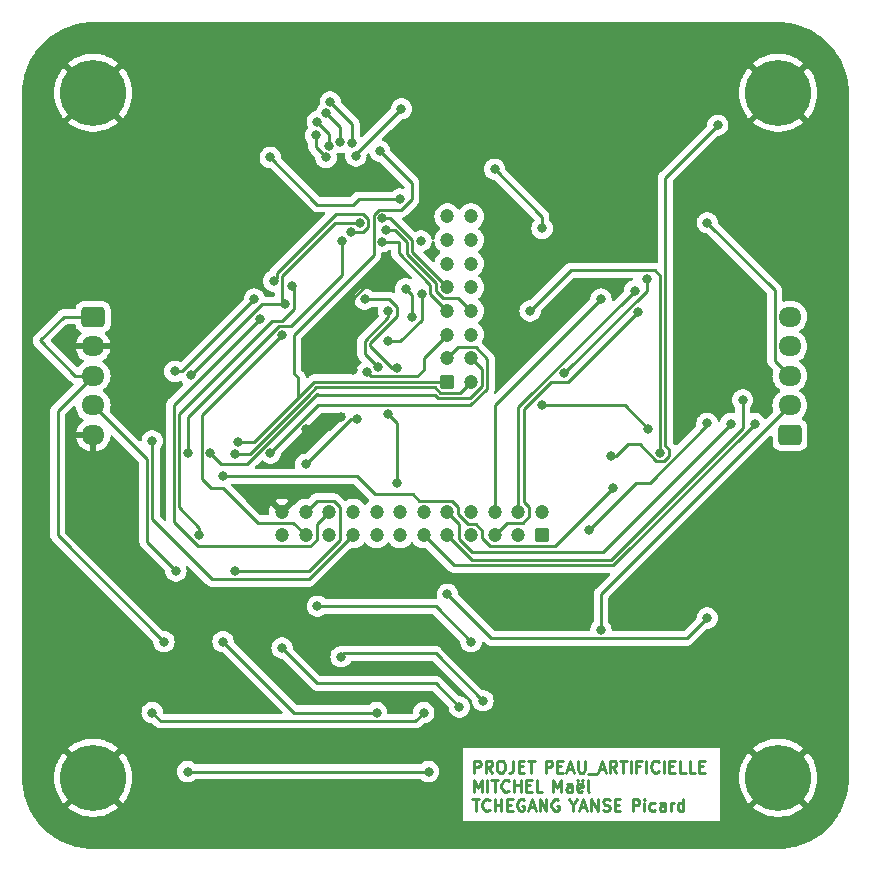
<source format=gbr>
%TF.GenerationSoftware,KiCad,Pcbnew,(7.0.0)*%
%TF.CreationDate,2024-02-13T04:28:46-03:00*%
%TF.ProjectId,pcb_peau_v1,7063625f-7065-4617-955f-76312e6b6963,rev?*%
%TF.SameCoordinates,Original*%
%TF.FileFunction,Copper,L2,Bot*%
%TF.FilePolarity,Positive*%
%FSLAX46Y46*%
G04 Gerber Fmt 4.6, Leading zero omitted, Abs format (unit mm)*
G04 Created by KiCad (PCBNEW (7.0.0)) date 2024-02-13 04:28:46*
%MOMM*%
%LPD*%
G01*
G04 APERTURE LIST*
G04 Aperture macros list*
%AMRoundRect*
0 Rectangle with rounded corners*
0 $1 Rounding radius*
0 $2 $3 $4 $5 $6 $7 $8 $9 X,Y pos of 4 corners*
0 Add a 4 corners polygon primitive as box body*
4,1,4,$2,$3,$4,$5,$6,$7,$8,$9,$2,$3,0*
0 Add four circle primitives for the rounded corners*
1,1,$1+$1,$2,$3*
1,1,$1+$1,$4,$5*
1,1,$1+$1,$6,$7*
1,1,$1+$1,$8,$9*
0 Add four rect primitives between the rounded corners*
20,1,$1+$1,$2,$3,$4,$5,0*
20,1,$1+$1,$4,$5,$6,$7,0*
20,1,$1+$1,$6,$7,$8,$9,0*
20,1,$1+$1,$8,$9,$2,$3,0*%
G04 Aperture macros list end*
%ADD10C,0.250000*%
%TA.AperFunction,NonConductor*%
%ADD11C,0.250000*%
%TD*%
%TA.AperFunction,ComponentPad*%
%ADD12C,5.600000*%
%TD*%
%TA.AperFunction,ComponentPad*%
%ADD13RoundRect,0.250000X0.725000X-0.600000X0.725000X0.600000X-0.725000X0.600000X-0.725000X-0.600000X0*%
%TD*%
%TA.AperFunction,ComponentPad*%
%ADD14O,1.950000X1.700000*%
%TD*%
%TA.AperFunction,ComponentPad*%
%ADD15RoundRect,0.250000X0.350000X-0.350000X0.350000X0.350000X-0.350000X0.350000X-0.350000X-0.350000X0*%
%TD*%
%TA.AperFunction,ComponentPad*%
%ADD16C,1.200000*%
%TD*%
%TA.AperFunction,ComponentPad*%
%ADD17RoundRect,0.250000X-0.725000X0.600000X-0.725000X-0.600000X0.725000X-0.600000X0.725000X0.600000X0*%
%TD*%
%TA.AperFunction,ComponentPad*%
%ADD18RoundRect,0.250000X0.350000X0.350000X-0.350000X0.350000X-0.350000X-0.350000X0.350000X-0.350000X0*%
%TD*%
%TA.AperFunction,ViaPad*%
%ADD19C,0.800000*%
%TD*%
%TA.AperFunction,Conductor*%
%ADD20C,0.250000*%
%TD*%
G04 APERTURE END LIST*
D10*
D11*
X210238095Y-110542380D02*
X210238095Y-109542380D01*
X210238095Y-109542380D02*
X210619047Y-109542380D01*
X210619047Y-109542380D02*
X210714285Y-109590000D01*
X210714285Y-109590000D02*
X210761904Y-109637619D01*
X210761904Y-109637619D02*
X210809523Y-109732857D01*
X210809523Y-109732857D02*
X210809523Y-109875714D01*
X210809523Y-109875714D02*
X210761904Y-109970952D01*
X210761904Y-109970952D02*
X210714285Y-110018571D01*
X210714285Y-110018571D02*
X210619047Y-110066190D01*
X210619047Y-110066190D02*
X210238095Y-110066190D01*
X211809523Y-110542380D02*
X211476190Y-110066190D01*
X211238095Y-110542380D02*
X211238095Y-109542380D01*
X211238095Y-109542380D02*
X211619047Y-109542380D01*
X211619047Y-109542380D02*
X211714285Y-109590000D01*
X211714285Y-109590000D02*
X211761904Y-109637619D01*
X211761904Y-109637619D02*
X211809523Y-109732857D01*
X211809523Y-109732857D02*
X211809523Y-109875714D01*
X211809523Y-109875714D02*
X211761904Y-109970952D01*
X211761904Y-109970952D02*
X211714285Y-110018571D01*
X211714285Y-110018571D02*
X211619047Y-110066190D01*
X211619047Y-110066190D02*
X211238095Y-110066190D01*
X212428571Y-109542380D02*
X212619047Y-109542380D01*
X212619047Y-109542380D02*
X212714285Y-109590000D01*
X212714285Y-109590000D02*
X212809523Y-109685238D01*
X212809523Y-109685238D02*
X212857142Y-109875714D01*
X212857142Y-109875714D02*
X212857142Y-110209047D01*
X212857142Y-110209047D02*
X212809523Y-110399523D01*
X212809523Y-110399523D02*
X212714285Y-110494761D01*
X212714285Y-110494761D02*
X212619047Y-110542380D01*
X212619047Y-110542380D02*
X212428571Y-110542380D01*
X212428571Y-110542380D02*
X212333333Y-110494761D01*
X212333333Y-110494761D02*
X212238095Y-110399523D01*
X212238095Y-110399523D02*
X212190476Y-110209047D01*
X212190476Y-110209047D02*
X212190476Y-109875714D01*
X212190476Y-109875714D02*
X212238095Y-109685238D01*
X212238095Y-109685238D02*
X212333333Y-109590000D01*
X212333333Y-109590000D02*
X212428571Y-109542380D01*
X213571428Y-109542380D02*
X213571428Y-110256666D01*
X213571428Y-110256666D02*
X213523809Y-110399523D01*
X213523809Y-110399523D02*
X213428571Y-110494761D01*
X213428571Y-110494761D02*
X213285714Y-110542380D01*
X213285714Y-110542380D02*
X213190476Y-110542380D01*
X214047619Y-110018571D02*
X214380952Y-110018571D01*
X214523809Y-110542380D02*
X214047619Y-110542380D01*
X214047619Y-110542380D02*
X214047619Y-109542380D01*
X214047619Y-109542380D02*
X214523809Y-109542380D01*
X214809524Y-109542380D02*
X215380952Y-109542380D01*
X215095238Y-110542380D02*
X215095238Y-109542380D01*
X216314286Y-110542380D02*
X216314286Y-109542380D01*
X216314286Y-109542380D02*
X216695238Y-109542380D01*
X216695238Y-109542380D02*
X216790476Y-109590000D01*
X216790476Y-109590000D02*
X216838095Y-109637619D01*
X216838095Y-109637619D02*
X216885714Y-109732857D01*
X216885714Y-109732857D02*
X216885714Y-109875714D01*
X216885714Y-109875714D02*
X216838095Y-109970952D01*
X216838095Y-109970952D02*
X216790476Y-110018571D01*
X216790476Y-110018571D02*
X216695238Y-110066190D01*
X216695238Y-110066190D02*
X216314286Y-110066190D01*
X217314286Y-110018571D02*
X217647619Y-110018571D01*
X217790476Y-110542380D02*
X217314286Y-110542380D01*
X217314286Y-110542380D02*
X217314286Y-109542380D01*
X217314286Y-109542380D02*
X217790476Y-109542380D01*
X218171429Y-110256666D02*
X218647619Y-110256666D01*
X218076191Y-110542380D02*
X218409524Y-109542380D01*
X218409524Y-109542380D02*
X218742857Y-110542380D01*
X219076191Y-109542380D02*
X219076191Y-110351904D01*
X219076191Y-110351904D02*
X219123810Y-110447142D01*
X219123810Y-110447142D02*
X219171429Y-110494761D01*
X219171429Y-110494761D02*
X219266667Y-110542380D01*
X219266667Y-110542380D02*
X219457143Y-110542380D01*
X219457143Y-110542380D02*
X219552381Y-110494761D01*
X219552381Y-110494761D02*
X219600000Y-110447142D01*
X219600000Y-110447142D02*
X219647619Y-110351904D01*
X219647619Y-110351904D02*
X219647619Y-109542380D01*
X219885715Y-110637619D02*
X220647619Y-110637619D01*
X220838096Y-110256666D02*
X221314286Y-110256666D01*
X220742858Y-110542380D02*
X221076191Y-109542380D01*
X221076191Y-109542380D02*
X221409524Y-110542380D01*
X222314286Y-110542380D02*
X221980953Y-110066190D01*
X221742858Y-110542380D02*
X221742858Y-109542380D01*
X221742858Y-109542380D02*
X222123810Y-109542380D01*
X222123810Y-109542380D02*
X222219048Y-109590000D01*
X222219048Y-109590000D02*
X222266667Y-109637619D01*
X222266667Y-109637619D02*
X222314286Y-109732857D01*
X222314286Y-109732857D02*
X222314286Y-109875714D01*
X222314286Y-109875714D02*
X222266667Y-109970952D01*
X222266667Y-109970952D02*
X222219048Y-110018571D01*
X222219048Y-110018571D02*
X222123810Y-110066190D01*
X222123810Y-110066190D02*
X221742858Y-110066190D01*
X222600001Y-109542380D02*
X223171429Y-109542380D01*
X222885715Y-110542380D02*
X222885715Y-109542380D01*
X223504763Y-110542380D02*
X223504763Y-109542380D01*
X224314286Y-110018571D02*
X223980953Y-110018571D01*
X223980953Y-110542380D02*
X223980953Y-109542380D01*
X223980953Y-109542380D02*
X224457143Y-109542380D01*
X224838096Y-110542380D02*
X224838096Y-109542380D01*
X225885714Y-110447142D02*
X225838095Y-110494761D01*
X225838095Y-110494761D02*
X225695238Y-110542380D01*
X225695238Y-110542380D02*
X225600000Y-110542380D01*
X225600000Y-110542380D02*
X225457143Y-110494761D01*
X225457143Y-110494761D02*
X225361905Y-110399523D01*
X225361905Y-110399523D02*
X225314286Y-110304285D01*
X225314286Y-110304285D02*
X225266667Y-110113809D01*
X225266667Y-110113809D02*
X225266667Y-109970952D01*
X225266667Y-109970952D02*
X225314286Y-109780476D01*
X225314286Y-109780476D02*
X225361905Y-109685238D01*
X225361905Y-109685238D02*
X225457143Y-109590000D01*
X225457143Y-109590000D02*
X225600000Y-109542380D01*
X225600000Y-109542380D02*
X225695238Y-109542380D01*
X225695238Y-109542380D02*
X225838095Y-109590000D01*
X225838095Y-109590000D02*
X225885714Y-109637619D01*
X226314286Y-110542380D02*
X226314286Y-109542380D01*
X226790476Y-110018571D02*
X227123809Y-110018571D01*
X227266666Y-110542380D02*
X226790476Y-110542380D01*
X226790476Y-110542380D02*
X226790476Y-109542380D01*
X226790476Y-109542380D02*
X227266666Y-109542380D01*
X228171428Y-110542380D02*
X227695238Y-110542380D01*
X227695238Y-110542380D02*
X227695238Y-109542380D01*
X228980952Y-110542380D02*
X228504762Y-110542380D01*
X228504762Y-110542380D02*
X228504762Y-109542380D01*
X229314286Y-110018571D02*
X229647619Y-110018571D01*
X229790476Y-110542380D02*
X229314286Y-110542380D01*
X229314286Y-110542380D02*
X229314286Y-109542380D01*
X229314286Y-109542380D02*
X229790476Y-109542380D01*
X210238095Y-112162380D02*
X210238095Y-111162380D01*
X210238095Y-111162380D02*
X210571428Y-111876666D01*
X210571428Y-111876666D02*
X210904761Y-111162380D01*
X210904761Y-111162380D02*
X210904761Y-112162380D01*
X211380952Y-112162380D02*
X211380952Y-111162380D01*
X211714285Y-111162380D02*
X212285713Y-111162380D01*
X211999999Y-112162380D02*
X211999999Y-111162380D01*
X213190475Y-112067142D02*
X213142856Y-112114761D01*
X213142856Y-112114761D02*
X212999999Y-112162380D01*
X212999999Y-112162380D02*
X212904761Y-112162380D01*
X212904761Y-112162380D02*
X212761904Y-112114761D01*
X212761904Y-112114761D02*
X212666666Y-112019523D01*
X212666666Y-112019523D02*
X212619047Y-111924285D01*
X212619047Y-111924285D02*
X212571428Y-111733809D01*
X212571428Y-111733809D02*
X212571428Y-111590952D01*
X212571428Y-111590952D02*
X212619047Y-111400476D01*
X212619047Y-111400476D02*
X212666666Y-111305238D01*
X212666666Y-111305238D02*
X212761904Y-111210000D01*
X212761904Y-111210000D02*
X212904761Y-111162380D01*
X212904761Y-111162380D02*
X212999999Y-111162380D01*
X212999999Y-111162380D02*
X213142856Y-111210000D01*
X213142856Y-111210000D02*
X213190475Y-111257619D01*
X213619047Y-112162380D02*
X213619047Y-111162380D01*
X213619047Y-111638571D02*
X214190475Y-111638571D01*
X214190475Y-112162380D02*
X214190475Y-111162380D01*
X214666666Y-111638571D02*
X214999999Y-111638571D01*
X215142856Y-112162380D02*
X214666666Y-112162380D01*
X214666666Y-112162380D02*
X214666666Y-111162380D01*
X214666666Y-111162380D02*
X215142856Y-111162380D01*
X216047618Y-112162380D02*
X215571428Y-112162380D01*
X215571428Y-112162380D02*
X215571428Y-111162380D01*
X216980952Y-112162380D02*
X216980952Y-111162380D01*
X216980952Y-111162380D02*
X217314285Y-111876666D01*
X217314285Y-111876666D02*
X217647618Y-111162380D01*
X217647618Y-111162380D02*
X217647618Y-112162380D01*
X218552380Y-112162380D02*
X218552380Y-111638571D01*
X218552380Y-111638571D02*
X218504761Y-111543333D01*
X218504761Y-111543333D02*
X218409523Y-111495714D01*
X218409523Y-111495714D02*
X218219047Y-111495714D01*
X218219047Y-111495714D02*
X218123809Y-111543333D01*
X218552380Y-112114761D02*
X218457142Y-112162380D01*
X218457142Y-112162380D02*
X218219047Y-112162380D01*
X218219047Y-112162380D02*
X218123809Y-112114761D01*
X218123809Y-112114761D02*
X218076190Y-112019523D01*
X218076190Y-112019523D02*
X218076190Y-111924285D01*
X218076190Y-111924285D02*
X218123809Y-111829047D01*
X218123809Y-111829047D02*
X218219047Y-111781428D01*
X218219047Y-111781428D02*
X218457142Y-111781428D01*
X218457142Y-111781428D02*
X218552380Y-111733809D01*
X219409523Y-112114761D02*
X219314285Y-112162380D01*
X219314285Y-112162380D02*
X219123809Y-112162380D01*
X219123809Y-112162380D02*
X219028571Y-112114761D01*
X219028571Y-112114761D02*
X218980952Y-112019523D01*
X218980952Y-112019523D02*
X218980952Y-111638571D01*
X218980952Y-111638571D02*
X219028571Y-111543333D01*
X219028571Y-111543333D02*
X219123809Y-111495714D01*
X219123809Y-111495714D02*
X219314285Y-111495714D01*
X219314285Y-111495714D02*
X219409523Y-111543333D01*
X219409523Y-111543333D02*
X219457142Y-111638571D01*
X219457142Y-111638571D02*
X219457142Y-111733809D01*
X219457142Y-111733809D02*
X218980952Y-111829047D01*
X219028571Y-111162380D02*
X219076190Y-111210000D01*
X219076190Y-111210000D02*
X219028571Y-111257619D01*
X219028571Y-111257619D02*
X218980952Y-111210000D01*
X218980952Y-111210000D02*
X219028571Y-111162380D01*
X219028571Y-111162380D02*
X219028571Y-111257619D01*
X219409523Y-111162380D02*
X219457142Y-111210000D01*
X219457142Y-111210000D02*
X219409523Y-111257619D01*
X219409523Y-111257619D02*
X219361904Y-111210000D01*
X219361904Y-111210000D02*
X219409523Y-111162380D01*
X219409523Y-111162380D02*
X219409523Y-111257619D01*
X220028571Y-112162380D02*
X219933333Y-112114761D01*
X219933333Y-112114761D02*
X219885714Y-112019523D01*
X219885714Y-112019523D02*
X219885714Y-111162380D01*
X210095238Y-112782380D02*
X210666666Y-112782380D01*
X210380952Y-113782380D02*
X210380952Y-112782380D01*
X211571428Y-113687142D02*
X211523809Y-113734761D01*
X211523809Y-113734761D02*
X211380952Y-113782380D01*
X211380952Y-113782380D02*
X211285714Y-113782380D01*
X211285714Y-113782380D02*
X211142857Y-113734761D01*
X211142857Y-113734761D02*
X211047619Y-113639523D01*
X211047619Y-113639523D02*
X211000000Y-113544285D01*
X211000000Y-113544285D02*
X210952381Y-113353809D01*
X210952381Y-113353809D02*
X210952381Y-113210952D01*
X210952381Y-113210952D02*
X211000000Y-113020476D01*
X211000000Y-113020476D02*
X211047619Y-112925238D01*
X211047619Y-112925238D02*
X211142857Y-112830000D01*
X211142857Y-112830000D02*
X211285714Y-112782380D01*
X211285714Y-112782380D02*
X211380952Y-112782380D01*
X211380952Y-112782380D02*
X211523809Y-112830000D01*
X211523809Y-112830000D02*
X211571428Y-112877619D01*
X212000000Y-113782380D02*
X212000000Y-112782380D01*
X212000000Y-113258571D02*
X212571428Y-113258571D01*
X212571428Y-113782380D02*
X212571428Y-112782380D01*
X213047619Y-113258571D02*
X213380952Y-113258571D01*
X213523809Y-113782380D02*
X213047619Y-113782380D01*
X213047619Y-113782380D02*
X213047619Y-112782380D01*
X213047619Y-112782380D02*
X213523809Y-112782380D01*
X214476190Y-112830000D02*
X214380952Y-112782380D01*
X214380952Y-112782380D02*
X214238095Y-112782380D01*
X214238095Y-112782380D02*
X214095238Y-112830000D01*
X214095238Y-112830000D02*
X214000000Y-112925238D01*
X214000000Y-112925238D02*
X213952381Y-113020476D01*
X213952381Y-113020476D02*
X213904762Y-113210952D01*
X213904762Y-113210952D02*
X213904762Y-113353809D01*
X213904762Y-113353809D02*
X213952381Y-113544285D01*
X213952381Y-113544285D02*
X214000000Y-113639523D01*
X214000000Y-113639523D02*
X214095238Y-113734761D01*
X214095238Y-113734761D02*
X214238095Y-113782380D01*
X214238095Y-113782380D02*
X214333333Y-113782380D01*
X214333333Y-113782380D02*
X214476190Y-113734761D01*
X214476190Y-113734761D02*
X214523809Y-113687142D01*
X214523809Y-113687142D02*
X214523809Y-113353809D01*
X214523809Y-113353809D02*
X214333333Y-113353809D01*
X214904762Y-113496666D02*
X215380952Y-113496666D01*
X214809524Y-113782380D02*
X215142857Y-112782380D01*
X215142857Y-112782380D02*
X215476190Y-113782380D01*
X215809524Y-113782380D02*
X215809524Y-112782380D01*
X215809524Y-112782380D02*
X216380952Y-113782380D01*
X216380952Y-113782380D02*
X216380952Y-112782380D01*
X217380952Y-112830000D02*
X217285714Y-112782380D01*
X217285714Y-112782380D02*
X217142857Y-112782380D01*
X217142857Y-112782380D02*
X217000000Y-112830000D01*
X217000000Y-112830000D02*
X216904762Y-112925238D01*
X216904762Y-112925238D02*
X216857143Y-113020476D01*
X216857143Y-113020476D02*
X216809524Y-113210952D01*
X216809524Y-113210952D02*
X216809524Y-113353809D01*
X216809524Y-113353809D02*
X216857143Y-113544285D01*
X216857143Y-113544285D02*
X216904762Y-113639523D01*
X216904762Y-113639523D02*
X217000000Y-113734761D01*
X217000000Y-113734761D02*
X217142857Y-113782380D01*
X217142857Y-113782380D02*
X217238095Y-113782380D01*
X217238095Y-113782380D02*
X217380952Y-113734761D01*
X217380952Y-113734761D02*
X217428571Y-113687142D01*
X217428571Y-113687142D02*
X217428571Y-113353809D01*
X217428571Y-113353809D02*
X217238095Y-113353809D01*
X218647619Y-113306190D02*
X218647619Y-113782380D01*
X218314286Y-112782380D02*
X218647619Y-113306190D01*
X218647619Y-113306190D02*
X218980952Y-112782380D01*
X219266667Y-113496666D02*
X219742857Y-113496666D01*
X219171429Y-113782380D02*
X219504762Y-112782380D01*
X219504762Y-112782380D02*
X219838095Y-113782380D01*
X220171429Y-113782380D02*
X220171429Y-112782380D01*
X220171429Y-112782380D02*
X220742857Y-113782380D01*
X220742857Y-113782380D02*
X220742857Y-112782380D01*
X221171429Y-113734761D02*
X221314286Y-113782380D01*
X221314286Y-113782380D02*
X221552381Y-113782380D01*
X221552381Y-113782380D02*
X221647619Y-113734761D01*
X221647619Y-113734761D02*
X221695238Y-113687142D01*
X221695238Y-113687142D02*
X221742857Y-113591904D01*
X221742857Y-113591904D02*
X221742857Y-113496666D01*
X221742857Y-113496666D02*
X221695238Y-113401428D01*
X221695238Y-113401428D02*
X221647619Y-113353809D01*
X221647619Y-113353809D02*
X221552381Y-113306190D01*
X221552381Y-113306190D02*
X221361905Y-113258571D01*
X221361905Y-113258571D02*
X221266667Y-113210952D01*
X221266667Y-113210952D02*
X221219048Y-113163333D01*
X221219048Y-113163333D02*
X221171429Y-113068095D01*
X221171429Y-113068095D02*
X221171429Y-112972857D01*
X221171429Y-112972857D02*
X221219048Y-112877619D01*
X221219048Y-112877619D02*
X221266667Y-112830000D01*
X221266667Y-112830000D02*
X221361905Y-112782380D01*
X221361905Y-112782380D02*
X221600000Y-112782380D01*
X221600000Y-112782380D02*
X221742857Y-112830000D01*
X222171429Y-113258571D02*
X222504762Y-113258571D01*
X222647619Y-113782380D02*
X222171429Y-113782380D01*
X222171429Y-113782380D02*
X222171429Y-112782380D01*
X222171429Y-112782380D02*
X222647619Y-112782380D01*
X223676191Y-113782380D02*
X223676191Y-112782380D01*
X223676191Y-112782380D02*
X224057143Y-112782380D01*
X224057143Y-112782380D02*
X224152381Y-112830000D01*
X224152381Y-112830000D02*
X224200000Y-112877619D01*
X224200000Y-112877619D02*
X224247619Y-112972857D01*
X224247619Y-112972857D02*
X224247619Y-113115714D01*
X224247619Y-113115714D02*
X224200000Y-113210952D01*
X224200000Y-113210952D02*
X224152381Y-113258571D01*
X224152381Y-113258571D02*
X224057143Y-113306190D01*
X224057143Y-113306190D02*
X223676191Y-113306190D01*
X224676191Y-113782380D02*
X224676191Y-113115714D01*
X224676191Y-112782380D02*
X224628572Y-112830000D01*
X224628572Y-112830000D02*
X224676191Y-112877619D01*
X224676191Y-112877619D02*
X224723810Y-112830000D01*
X224723810Y-112830000D02*
X224676191Y-112782380D01*
X224676191Y-112782380D02*
X224676191Y-112877619D01*
X225580952Y-113734761D02*
X225485714Y-113782380D01*
X225485714Y-113782380D02*
X225295238Y-113782380D01*
X225295238Y-113782380D02*
X225200000Y-113734761D01*
X225200000Y-113734761D02*
X225152381Y-113687142D01*
X225152381Y-113687142D02*
X225104762Y-113591904D01*
X225104762Y-113591904D02*
X225104762Y-113306190D01*
X225104762Y-113306190D02*
X225152381Y-113210952D01*
X225152381Y-113210952D02*
X225200000Y-113163333D01*
X225200000Y-113163333D02*
X225295238Y-113115714D01*
X225295238Y-113115714D02*
X225485714Y-113115714D01*
X225485714Y-113115714D02*
X225580952Y-113163333D01*
X226438095Y-113782380D02*
X226438095Y-113258571D01*
X226438095Y-113258571D02*
X226390476Y-113163333D01*
X226390476Y-113163333D02*
X226295238Y-113115714D01*
X226295238Y-113115714D02*
X226104762Y-113115714D01*
X226104762Y-113115714D02*
X226009524Y-113163333D01*
X226438095Y-113734761D02*
X226342857Y-113782380D01*
X226342857Y-113782380D02*
X226104762Y-113782380D01*
X226104762Y-113782380D02*
X226009524Y-113734761D01*
X226009524Y-113734761D02*
X225961905Y-113639523D01*
X225961905Y-113639523D02*
X225961905Y-113544285D01*
X225961905Y-113544285D02*
X226009524Y-113449047D01*
X226009524Y-113449047D02*
X226104762Y-113401428D01*
X226104762Y-113401428D02*
X226342857Y-113401428D01*
X226342857Y-113401428D02*
X226438095Y-113353809D01*
X226914286Y-113782380D02*
X226914286Y-113115714D01*
X226914286Y-113306190D02*
X226961905Y-113210952D01*
X226961905Y-113210952D02*
X227009524Y-113163333D01*
X227009524Y-113163333D02*
X227104762Y-113115714D01*
X227104762Y-113115714D02*
X227200000Y-113115714D01*
X227961905Y-113782380D02*
X227961905Y-112782380D01*
X227961905Y-113734761D02*
X227866667Y-113782380D01*
X227866667Y-113782380D02*
X227676191Y-113782380D01*
X227676191Y-113782380D02*
X227580953Y-113734761D01*
X227580953Y-113734761D02*
X227533334Y-113687142D01*
X227533334Y-113687142D02*
X227485715Y-113591904D01*
X227485715Y-113591904D02*
X227485715Y-113306190D01*
X227485715Y-113306190D02*
X227533334Y-113210952D01*
X227533334Y-113210952D02*
X227580953Y-113163333D01*
X227580953Y-113163333D02*
X227676191Y-113115714D01*
X227676191Y-113115714D02*
X227866667Y-113115714D01*
X227866667Y-113115714D02*
X227961905Y-113163333D01*
D12*
%TO.P,H1,1,1*%
%TO.N,0*%
X178000000Y-53000000D03*
%TD*%
%TO.P,H3,1,1*%
%TO.N,0*%
X236000000Y-111000000D03*
%TD*%
%TO.P,H4,1,1*%
%TO.N,0*%
X178000000Y-111000000D03*
%TD*%
%TO.P,H2,1,1*%
%TO.N,0*%
X236000000Y-53000000D03*
%TD*%
D13*
%TO.P,J2,1,Pin_1*%
%TO.N,1-ENTREE*%
X237000000Y-81962500D03*
D14*
%TO.P,J2,2,Pin_2*%
%TO.N,AOP0IN+*%
X236999999Y-79462499D03*
%TO.P,J2,3,Pin_3*%
%TO.N,2-ENTREE*%
X236999999Y-76962499D03*
%TO.P,J2,4,Pin_4*%
%TO.N,unconnected-(J2-Pin_4-Pad4)*%
X236999999Y-74462499D03*
%TO.P,J2,5,Pin_5*%
%TO.N,unconnected-(J2-Pin_5-Pad5)*%
X236999999Y-71962499D03*
%TD*%
D15*
%TO.P,J4,1,Pin_1*%
%TO.N,Net-(J4-Pin_1)*%
X208000000Y-77462500D03*
D16*
%TO.P,J4,2,Pin_2*%
%TO.N,Net-(J4-Pin_2)*%
X210000000Y-77462500D03*
%TO.P,J4,3,Pin_3*%
%TO.N,Net-(J4-Pin_3)*%
X208000000Y-75462500D03*
%TO.P,J4,4,Pin_4*%
%TO.N,Net-(J4-Pin_4)*%
X210000000Y-75462500D03*
%TO.P,J4,5,Pin_5*%
%TO.N,Net-(J4-Pin_5)*%
X208000000Y-73462500D03*
%TO.P,J4,6,Pin_6*%
%TO.N,Net-(J4-Pin_6)*%
X210000000Y-73462500D03*
%TO.P,J4,7,Pin_7*%
%TO.N,Net-(J4-Pin_7)*%
X208000000Y-71462500D03*
%TO.P,J4,8,Pin_8*%
%TO.N,Net-(J4-Pin_8)*%
X210000000Y-71462500D03*
%TO.P,J4,9,Pin_9*%
%TO.N,Net-(J4-Pin_9)*%
X208000000Y-69462500D03*
%TO.P,J4,10,Pin_10*%
%TO.N,Net-(J4-Pin_10)*%
X210000000Y-69462500D03*
%TO.P,J4,11,Pin_11*%
%TO.N,Net-(J4-Pin_11)*%
X208000000Y-67462500D03*
%TO.P,J4,12,Pin_12*%
%TO.N,Net-(J4-Pin_12)*%
X210000000Y-67462500D03*
%TO.P,J4,13,Pin_13*%
%TO.N,Net-(J4-Pin_13)*%
X208000000Y-65462500D03*
%TO.P,J4,14,Pin_14*%
%TO.N,Net-(J4-Pin_14)*%
X210000000Y-65462500D03*
%TO.P,J4,15,Pin_15*%
%TO.N,Net-(J4-Pin_15)*%
X208000000Y-63462500D03*
%TO.P,J4,16,Pin_16*%
%TO.N,Net-(J4-Pin_16)*%
X210000000Y-63462500D03*
%TD*%
D17*
%TO.P,J1,1,Pin_1*%
%TO.N,+5V*%
X178000000Y-71962500D03*
D14*
%TO.P,J1,2,Pin_2*%
%TO.N,0*%
X177999999Y-74462499D03*
%TO.P,J1,3,Pin_3*%
%TO.N,+5V*%
X177999999Y-76962499D03*
%TO.P,J1,4,Pin_4*%
%TO.N,+12V*%
X177999999Y-79462499D03*
%TO.P,J1,5,Pin_5*%
%TO.N,0*%
X177999999Y-81962499D03*
%TD*%
D18*
%TO.P,J5,1,Pin_1*%
%TO.N,unconnected-(J5-Pin_1-Pad1)*%
X216000000Y-90462500D03*
D16*
%TO.P,J5,2,Pin_2*%
%TO.N,A1*%
X216000000Y-88462500D03*
%TO.P,J5,3,Pin_3*%
%TO.N,B1*%
X214000000Y-90462500D03*
%TO.P,J5,4,Pin_4*%
%TO.N,C1*%
X214000000Y-88462500D03*
%TO.P,J5,5,Pin_5*%
%TO.N,D1*%
X212000000Y-90462500D03*
%TO.P,J5,6,Pin_6*%
%TO.N,NE1*%
X212000000Y-88462500D03*
%TO.P,J5,7,Pin_7*%
%TO.N,unconnected-(J5-Pin_7-Pad7)*%
X210000000Y-90462500D03*
%TO.P,J5,8,Pin_8*%
%TO.N,A3*%
X210000000Y-88462500D03*
%TO.P,J5,9,Pin_9*%
%TO.N,B3*%
X208000000Y-90462500D03*
%TO.P,J5,10,Pin_10*%
%TO.N,C3*%
X208000000Y-88462500D03*
%TO.P,J5,11,Pin_11*%
%TO.N,D3*%
X206000000Y-90462500D03*
%TO.P,J5,12,Pin_12*%
%TO.N,unconnected-(J5-Pin_12-Pad12)*%
X206000000Y-88462500D03*
%TO.P,J5,13,Pin_13*%
%TO.N,A4*%
X204000000Y-90462500D03*
%TO.P,J5,14,Pin_14*%
%TO.N,B4*%
X204000000Y-88462500D03*
%TO.P,J5,15,Pin_15*%
%TO.N,C4*%
X202000000Y-90462500D03*
%TO.P,J5,16,Pin_16*%
%TO.N,D4*%
X202000000Y-88462500D03*
%TO.P,J5,17,Pin_17*%
%TO.N,NE2*%
X200000000Y-90462500D03*
%TO.P,J5,18,Pin_18*%
%TO.N,A2*%
X200000000Y-88462500D03*
%TO.P,J5,19,Pin_19*%
%TO.N,B2*%
X198000000Y-90462500D03*
%TO.P,J5,20,Pin_20*%
%TO.N,C2*%
X198000000Y-88462500D03*
%TO.P,J5,21,Pin_21*%
%TO.N,D2*%
X196000000Y-90462500D03*
%TO.P,J5,22,Pin_22*%
%TO.N,TRIOAOP1*%
X196000000Y-88462500D03*
%TO.P,J5,23,Pin_23*%
%TO.N,0*%
X194000000Y-90462500D03*
%TO.P,J5,24,Pin_24*%
X194000000Y-88462500D03*
%TD*%
D19*
%TO.N,0*%
X228000000Y-80000000D03*
X232012299Y-76987701D03*
X196030097Y-81492597D03*
X198987701Y-80450201D03*
X200012299Y-76474799D03*
X203000000Y-69462500D03*
%TO.N,+5V*%
X212000000Y-59462500D03*
X226000000Y-83462500D03*
X184000000Y-99462500D03*
X215000000Y-71462500D03*
X216012299Y-64474799D03*
X202000000Y-105462500D03*
X189000000Y-99462500D03*
%TO.N,+12V*%
X185012299Y-93474799D03*
%TO.N,1-ENTREE*%
X225003797Y-81466297D03*
X216000000Y-79462500D03*
%TO.N,AOP0IN+*%
X221000000Y-98462500D03*
%TO.N,2-ENTREE*%
X230000000Y-64000000D03*
%TO.N,Net-(J4-Pin_1)*%
X230890812Y-55736307D03*
X221890812Y-83736307D03*
X190273896Y-82587002D03*
X202273896Y-57912500D03*
%TO.N,Net-(J4-Pin_2)*%
X189975469Y-83540913D03*
%TO.N,Net-(J4-Pin_3)*%
X193017798Y-83480298D03*
%TO.N,Net-(J4-Pin_4)*%
X187920327Y-83515401D03*
%TO.N,Net-(J4-Pin_5)*%
X201192445Y-76654945D03*
X196000000Y-84462500D03*
X200344100Y-80631302D03*
%TO.N,Net-(J4-Pin_7)*%
X202476935Y-65588000D03*
X199066341Y-65528841D03*
X186000000Y-83462500D03*
%TO.N,Net-(J4-Pin_8)*%
X193275500Y-68935494D03*
X202775483Y-64634127D03*
X199870680Y-64742247D03*
%TO.N,Net-(J4-Pin_9)*%
X186273896Y-76912500D03*
X200577435Y-64017747D03*
X217890812Y-76736307D03*
X224890812Y-68736307D03*
X202476935Y-63632804D03*
X194273896Y-70912500D03*
%TO.N,Net-(J4-Pin_10)*%
X203987701Y-61987701D03*
X205764055Y-65523945D03*
X193000000Y-58462500D03*
%TO.N,Net-(J4-Pin_12)*%
X196849475Y-56588427D03*
X197723396Y-58462500D03*
%TO.N,Net-(J4-Pin_13)*%
X197988344Y-57498755D03*
X196982146Y-55439416D03*
%TO.N,Net-(J4-Pin_14)*%
X197747584Y-54714916D03*
X198937983Y-57187000D03*
%TO.N,Net-(J4-Pin_15)*%
X198076425Y-53771057D03*
X199934329Y-57266360D03*
%TO.N,Net-(J4-Pin_16)*%
X204110996Y-54351504D03*
X200247266Y-58339207D03*
%TO.N,C1*%
X223853561Y-69748959D03*
%TO.N,D1*%
X224094609Y-71557109D03*
%TO.N,NE1*%
X221000000Y-70462500D03*
%TO.N,A3*%
X220000000Y-90000000D03*
X229987701Y-80987701D03*
%TO.N,B3*%
X233000000Y-79000000D03*
%TO.N,C3*%
X232000000Y-81000000D03*
%TO.N,D3*%
X234000000Y-81000000D03*
%TO.N,C4*%
X204456242Y-69596045D03*
X205000000Y-72000000D03*
%TO.N,D4*%
X203725500Y-86000000D03*
X203000000Y-74000000D03*
X205825500Y-69996038D03*
X203000000Y-80187000D03*
%TO.N,NE2*%
X183000000Y-82462500D03*
X184924381Y-76587583D03*
X191651000Y-70462500D03*
%TO.N,A2*%
X203725500Y-76288000D03*
X201000000Y-70462500D03*
%TO.N,B2*%
X202102412Y-76241465D03*
X203000000Y-71462500D03*
%TO.N,C2*%
X192101000Y-72109994D03*
%TO.N,D2*%
X194000000Y-73462500D03*
%TO.N,TRIOAOP1*%
X190000000Y-93462500D03*
%TO.N,Net-(R22-Pad1)*%
X211000000Y-104462500D03*
X199000000Y-100738000D03*
%TO.N,Net-(U7A-+)*%
X183000000Y-105462500D03*
X206000000Y-105462500D03*
%TO.N,Net-(U8A--)*%
X210000000Y-99462500D03*
X197000000Y-96462500D03*
%TO.N,Net-(R20-Pad1)*%
X209000000Y-105000000D03*
X194000000Y-100000000D03*
%TO.N,-5V*%
X230000000Y-97462500D03*
X208000000Y-95462500D03*
%TO.N,AOP1*%
X186000000Y-110462500D03*
X187000000Y-90462500D03*
X194849649Y-69312149D03*
X206400000Y-110462500D03*
%TO.N,AOP2*%
X222000000Y-86462500D03*
X189000000Y-85462500D03*
%TD*%
D20*
%TO.N,0*%
X200012299Y-76474799D02*
X200012299Y-70424896D01*
X197945305Y-81492597D02*
X198987701Y-80450201D01*
X200012299Y-70424896D02*
X200974695Y-69462500D01*
X232012299Y-76987701D02*
X231012299Y-76987701D01*
X196030097Y-81492597D02*
X197945305Y-81492597D01*
X200974695Y-69462500D02*
X203000000Y-69462500D01*
X231012299Y-76987701D02*
X228000000Y-80000000D01*
%TO.N,+5V*%
X216012299Y-63474799D02*
X216012299Y-64474799D01*
X212000000Y-59462500D02*
X216012299Y-63474799D01*
X173500000Y-73962500D02*
X175500000Y-71962500D01*
X175500000Y-71962500D02*
X178000000Y-71962500D01*
X178000000Y-76962500D02*
X176500000Y-76962500D01*
X176500000Y-76962500D02*
X173500000Y-73962500D01*
X225548807Y-68011307D02*
X218451193Y-68011307D01*
X202000000Y-105462500D02*
X195000000Y-105462500D01*
X195000000Y-105462500D02*
X189000000Y-99462500D01*
X226000000Y-68462500D02*
X225548807Y-68011307D01*
X218451193Y-68011307D02*
X215000000Y-71462500D01*
X175000000Y-90462500D02*
X175000000Y-79962500D01*
X184000000Y-99462500D02*
X175000000Y-90462500D01*
X226000000Y-83462500D02*
X226000000Y-68462500D01*
X175000000Y-79962500D02*
X178000000Y-76962500D01*
%TO.N,+12V*%
X182550000Y-84012500D02*
X182550000Y-91012500D01*
X178000000Y-79462500D02*
X182550000Y-84012500D01*
X182550000Y-91012500D02*
X185012299Y-93474799D01*
%TO.N,1-ENTREE*%
X225003797Y-81466297D02*
X223000000Y-79462500D01*
X223000000Y-79462500D02*
X216000000Y-79462500D01*
%TO.N,AOP0IN+*%
X221000000Y-98462500D02*
X221000000Y-95462500D01*
X221000000Y-95462500D02*
X237000000Y-79462500D01*
%TO.N,2-ENTREE*%
X235700000Y-75662500D02*
X237000000Y-76962500D01*
X230000000Y-64000000D02*
X235700000Y-69700000D01*
X235700000Y-69700000D02*
X235700000Y-75662500D01*
%TO.N,Net-(J4-Pin_1)*%
X226725000Y-83762805D02*
X226725000Y-83162195D01*
X204092196Y-62907804D02*
X205000000Y-62000000D01*
X208000000Y-77462500D02*
X196723896Y-77462500D01*
X201752435Y-63331999D02*
X202176630Y-62907804D01*
X223248083Y-82751917D02*
X224264112Y-82751917D01*
X195000000Y-73462500D02*
X201752435Y-66710065D01*
X205000000Y-62000000D02*
X205000000Y-60638604D01*
X201752435Y-66710065D02*
X201752435Y-63331999D01*
X226450000Y-60177119D02*
X230890812Y-55736307D01*
X224264112Y-82751917D02*
X225699695Y-84187500D01*
X190273896Y-82587002D02*
X191599394Y-82587002D01*
X222263693Y-83736307D02*
X223248083Y-82751917D01*
X195361948Y-77100552D02*
X195000000Y-76738604D01*
X226300305Y-84187500D02*
X226725000Y-83762805D01*
X221890812Y-83736307D02*
X222263693Y-83736307D01*
X191599394Y-82587002D02*
X195361948Y-78824448D01*
X196723896Y-77462500D02*
X195361948Y-78824448D01*
X225699695Y-84187500D02*
X226300305Y-84187500D01*
X202176630Y-62907804D02*
X204092196Y-62907804D01*
X205000000Y-60638604D02*
X202273896Y-57912500D01*
X195361948Y-78824448D02*
X195361948Y-77100552D01*
X195000000Y-76738604D02*
X195000000Y-73462500D01*
X226450000Y-82887195D02*
X226450000Y-60177119D01*
X226725000Y-83162195D02*
X226450000Y-82887195D01*
%TO.N,Net-(J4-Pin_2)*%
X196180146Y-78656955D02*
X196180146Y-78642646D01*
X191296188Y-83540913D02*
X196180146Y-78656955D01*
X196180146Y-78642646D02*
X196910292Y-77912500D01*
X206936827Y-77912500D02*
X207411827Y-78387500D01*
X209075000Y-78387500D02*
X210000000Y-77462500D01*
X207411827Y-78387500D02*
X209075000Y-78387500D01*
X196910292Y-77912500D02*
X206936827Y-77912500D01*
X189975469Y-83540913D02*
X191296188Y-83540913D01*
%TO.N,Net-(J4-Pin_3)*%
X197035596Y-79462500D02*
X209944544Y-79462500D01*
X211375000Y-78032044D02*
X211375000Y-75529352D01*
X210383148Y-74537500D02*
X208925000Y-74537500D01*
X209944544Y-79462500D02*
X211375000Y-78032044D01*
X211375000Y-75529352D02*
X210383148Y-74537500D01*
X193017798Y-83480298D02*
X197035596Y-79462500D01*
X208925000Y-74537500D02*
X208000000Y-75462500D01*
%TO.N,Net-(J4-Pin_4)*%
X210925000Y-77845648D02*
X209933148Y-78837500D01*
X209933148Y-78837500D02*
X207225431Y-78837500D01*
X206961827Y-78573896D02*
X197111396Y-78573896D01*
X197000000Y-78462500D02*
X197000000Y-78473497D01*
X197000000Y-78473497D02*
X191010997Y-84462500D01*
X188867426Y-84462500D02*
X187920327Y-83515401D01*
X207225431Y-78837500D02*
X206961827Y-78573896D01*
X210000000Y-75462500D02*
X210925000Y-76387500D01*
X197111396Y-78573896D02*
X197000000Y-78462500D01*
X210925000Y-76387500D02*
X210925000Y-77845648D01*
X191010997Y-84462500D02*
X188867426Y-84462500D01*
%TO.N,Net-(J4-Pin_5)*%
X206000000Y-76462500D02*
X206000000Y-75462500D01*
X200344100Y-80631302D02*
X199831198Y-80631302D01*
X206000000Y-75462500D02*
X208000000Y-73462500D01*
X201192445Y-76654945D02*
X201550000Y-77012500D01*
X205450000Y-77012500D02*
X206000000Y-76462500D01*
X199831198Y-80631302D02*
X196000000Y-84462500D01*
X201550000Y-77012500D02*
X205450000Y-77012500D01*
%TO.N,Net-(J4-Pin_7)*%
X194725000Y-72737500D02*
X199066341Y-68396159D01*
X206550000Y-69285292D02*
X206550000Y-70012500D01*
X203863604Y-65598896D02*
X203863604Y-66598896D01*
X203863604Y-66598896D02*
X206550000Y-69285292D01*
X199066341Y-68396159D02*
X199066341Y-65528841D01*
X186000000Y-83462500D02*
X186000000Y-80437195D01*
X203852708Y-65588000D02*
X203863604Y-65598896D01*
X202476935Y-65588000D02*
X203852708Y-65588000D01*
X193699695Y-72737500D02*
X194725000Y-72737500D01*
X206550000Y-70012500D02*
X208000000Y-71462500D01*
X186000000Y-80437195D02*
X193699695Y-72737500D01*
%TO.N,Net-(J4-Pin_8)*%
X193275500Y-68935494D02*
X193550000Y-68660994D01*
X200878240Y-64742247D02*
X199870680Y-64742247D01*
X201302435Y-64318052D02*
X200878240Y-64742247D01*
X207000000Y-69098896D02*
X207000000Y-69770648D01*
X204550000Y-65648896D02*
X204550000Y-66648896D01*
X202775483Y-64634127D02*
X203535231Y-64634127D01*
X207000000Y-69770648D02*
X207616852Y-70387500D01*
X200877740Y-63292747D02*
X201302435Y-63717442D01*
X201302435Y-63717442D02*
X201302435Y-64318052D01*
X193550000Y-68276104D02*
X198533357Y-63292747D01*
X204550000Y-66648896D02*
X207000000Y-69098896D01*
X193550000Y-68660994D02*
X193550000Y-68276104D01*
X198533357Y-63292747D02*
X200877740Y-63292747D01*
X208925000Y-70387500D02*
X210000000Y-71462500D01*
X207616852Y-70387500D02*
X208925000Y-70387500D01*
X203535231Y-64634127D02*
X204550000Y-65648896D01*
%TO.N,Net-(J4-Pin_9)*%
X194000000Y-70638604D02*
X194273896Y-70912500D01*
X224890812Y-69736307D02*
X224890812Y-68736307D01*
X217890812Y-76736307D02*
X224890812Y-69736307D01*
X186273896Y-76912500D02*
X192273896Y-70912500D01*
X202476935Y-63632804D02*
X203170304Y-63632804D01*
X192273896Y-70912500D02*
X194273896Y-70912500D01*
X198444753Y-64017747D02*
X194000000Y-68462500D01*
X200577435Y-64017747D02*
X198444753Y-64017747D01*
X205000000Y-65462500D02*
X205000000Y-66462500D01*
X205000000Y-66462500D02*
X208000000Y-69462500D01*
X194000000Y-68462500D02*
X194000000Y-70638604D01*
X203170304Y-63632804D02*
X205000000Y-65462500D01*
%TO.N,Net-(J4-Pin_10)*%
X197000000Y-62462500D02*
X193000000Y-58462500D01*
X200000000Y-62462500D02*
X197000000Y-62462500D01*
X203987701Y-61987701D02*
X200474799Y-61987701D01*
X200474799Y-61987701D02*
X200000000Y-62462500D01*
%TO.N,Net-(J4-Pin_12)*%
X196849475Y-56588427D02*
X196849475Y-57588579D01*
X196849475Y-57588579D02*
X197723396Y-58462500D01*
%TO.N,Net-(J4-Pin_13)*%
X197988344Y-56445614D02*
X197988344Y-57498755D01*
X196982146Y-55439416D02*
X197988344Y-56445614D01*
%TO.N,Net-(J4-Pin_14)*%
X198937983Y-55905315D02*
X198937983Y-57187000D01*
X197747584Y-54714916D02*
X198937983Y-55905315D01*
%TO.N,Net-(J4-Pin_15)*%
X199934329Y-55628961D02*
X199934329Y-57266360D01*
X198076425Y-53771057D02*
X199934329Y-55628961D01*
%TO.N,Net-(J4-Pin_16)*%
X204110996Y-54351504D02*
X200247266Y-58215234D01*
X200247266Y-58215234D02*
X200247266Y-58339207D01*
%TO.N,C1*%
X214000000Y-79602520D02*
X223853561Y-69748959D01*
X214000000Y-88462500D02*
X214000000Y-79602520D01*
%TO.N,D1*%
X214925000Y-88845648D02*
X214925000Y-88079352D01*
X218190411Y-77461307D02*
X224094609Y-71557109D01*
X214450000Y-87604352D02*
X214450000Y-79788916D01*
X214383148Y-89387500D02*
X214925000Y-88845648D01*
X216777609Y-77461307D02*
X218190411Y-77461307D01*
X212000000Y-90462500D02*
X213075000Y-89387500D01*
X214450000Y-79788916D02*
X216777609Y-77461307D01*
X213075000Y-89387500D02*
X214383148Y-89387500D01*
X214925000Y-88079352D02*
X214450000Y-87604352D01*
%TO.N,NE1*%
X212000000Y-88462500D02*
X212000000Y-79462500D01*
X212000000Y-79462500D02*
X221000000Y-70462500D01*
%TO.N,A3*%
X225124201Y-86000000D02*
X224000000Y-86000000D01*
X224000000Y-86000000D02*
X220000000Y-90000000D01*
X229987701Y-81136500D02*
X225124201Y-86000000D01*
X229987701Y-80987701D02*
X229987701Y-81136500D01*
%TO.N,B3*%
X233000000Y-81363604D02*
X221813604Y-92550000D01*
X233000000Y-79000000D02*
X233000000Y-81363604D01*
X210087500Y-92550000D02*
X208000000Y-90462500D01*
X221813604Y-92550000D02*
X210087500Y-92550000D01*
%TO.N,C3*%
X221162500Y-91837500D02*
X210066852Y-91837500D01*
X209000000Y-89462500D02*
X208000000Y-88462500D01*
X232000000Y-81000000D02*
X221162500Y-91837500D01*
X210066852Y-91837500D02*
X209000000Y-90770648D01*
X209000000Y-90770648D02*
X209000000Y-89462500D01*
%TO.N,D3*%
X222000000Y-93000000D02*
X208537500Y-93000000D01*
X234000000Y-81000000D02*
X222000000Y-93000000D01*
X208537500Y-93000000D02*
X206000000Y-90462500D01*
%TO.N,C4*%
X205000000Y-70139803D02*
X204456242Y-69596045D01*
X205000000Y-72000000D02*
X205000000Y-70139803D01*
%TO.N,D4*%
X203000000Y-74000000D02*
X204025305Y-74000000D01*
X203725500Y-86000000D02*
X203725500Y-80912500D01*
X204025305Y-74000000D02*
X205825500Y-72199805D01*
X203725500Y-80912500D02*
X203000000Y-80187000D01*
X205825500Y-72199805D02*
X205825500Y-69996038D01*
%TO.N,NE2*%
X185525917Y-76587583D02*
X191651000Y-70462500D01*
X196275000Y-94187500D02*
X200000000Y-90462500D01*
X183000000Y-82462500D02*
X183000000Y-89098896D01*
X184924381Y-76587583D02*
X185525917Y-76587583D01*
X188088604Y-94187500D02*
X196275000Y-94187500D01*
X183000000Y-89098896D02*
X188088604Y-94187500D01*
%TO.N,A2*%
X203288000Y-76288000D02*
X201450000Y-74450000D01*
X203725000Y-71162195D02*
X203025305Y-70462500D01*
X203025305Y-70462500D02*
X201000000Y-70462500D01*
X203725500Y-76288000D02*
X203288000Y-76288000D01*
X201450000Y-74450000D02*
X201450000Y-74186396D01*
X201450000Y-74186396D02*
X203725000Y-71911396D01*
X203725000Y-71911396D02*
X203725000Y-71162195D01*
%TO.N,B2*%
X203000000Y-72000000D02*
X203000000Y-71462500D01*
X201000000Y-74000000D02*
X203000000Y-72000000D01*
X201000000Y-75139053D02*
X201000000Y-74000000D01*
X202102412Y-76241465D02*
X201000000Y-75139053D01*
%TO.N,C2*%
X184825000Y-79385994D02*
X192101000Y-72109994D01*
X196383148Y-91387500D02*
X186899695Y-91387500D01*
X198000000Y-88462500D02*
X196925000Y-89537500D01*
X196925000Y-89537500D02*
X196925000Y-90845648D01*
X196925000Y-90845648D02*
X196383148Y-91387500D01*
X184825000Y-89312805D02*
X184825000Y-79385994D01*
X186899695Y-91387500D02*
X184825000Y-89312805D01*
%TO.N,D2*%
X189000000Y-86462500D02*
X188000000Y-86462500D01*
X188000000Y-86462500D02*
X187195327Y-85657827D01*
X194925000Y-89387500D02*
X191925000Y-89387500D01*
X191925000Y-89387500D02*
X189000000Y-86462500D01*
X187195327Y-85657827D02*
X187195327Y-80267173D01*
X187195327Y-80267173D02*
X194000000Y-73462500D01*
X196000000Y-90462500D02*
X194925000Y-89387500D01*
%TO.N,TRIOAOP1*%
X198383148Y-87537500D02*
X196925000Y-87537500D01*
X198925000Y-90845648D02*
X198925000Y-88079352D01*
X198925000Y-88079352D02*
X198383148Y-87537500D01*
X196308148Y-93462500D02*
X198925000Y-90845648D01*
X190000000Y-93462500D02*
X196308148Y-93462500D01*
X196925000Y-87537500D02*
X196000000Y-88462500D01*
%TO.N,Net-(R22-Pad1)*%
X199000000Y-100738000D02*
X199275500Y-100462500D01*
X199275500Y-100462500D02*
X207000000Y-100462500D01*
X207000000Y-100462500D02*
X211000000Y-104462500D01*
%TO.N,Net-(U7A-+)*%
X205275000Y-106187500D02*
X183725000Y-106187500D01*
X183725000Y-106187500D02*
X183000000Y-105462500D01*
X206000000Y-105462500D02*
X205275000Y-106187500D01*
%TO.N,Net-(U8A--)*%
X207000000Y-96462500D02*
X210000000Y-99462500D01*
X197000000Y-96462500D02*
X207000000Y-96462500D01*
%TO.N,Net-(R20-Pad1)*%
X207000000Y-103000000D02*
X209000000Y-105000000D01*
X194000000Y-100000000D02*
X197000000Y-103000000D01*
X197000000Y-103000000D02*
X207000000Y-103000000D01*
%TO.N,-5V*%
X208000000Y-95462500D02*
X211725000Y-99187500D01*
X228275000Y-99187500D02*
X230000000Y-97462500D01*
X211725000Y-99187500D02*
X228275000Y-99187500D01*
%TO.N,AOP1*%
X194998896Y-69461396D02*
X194998896Y-71288604D01*
X186000000Y-110462500D02*
X206400000Y-110462500D01*
X194998896Y-71288604D02*
X194000000Y-72287500D01*
X185275000Y-88101104D02*
X187000000Y-89826104D01*
X193175000Y-72287500D02*
X185275000Y-80187500D01*
X194000000Y-72287500D02*
X193175000Y-72287500D01*
X185275000Y-80187500D02*
X185275000Y-88101104D01*
X194849649Y-69312149D02*
X194998896Y-69461396D01*
X187000000Y-89826104D02*
X187000000Y-90462500D01*
%TO.N,AOP2*%
X200308148Y-85462500D02*
X189000000Y-85462500D01*
X205616852Y-87537500D02*
X205079352Y-87000000D01*
X210925000Y-90079352D02*
X210383148Y-89537500D01*
X211616852Y-91387500D02*
X210925000Y-90695648D01*
X208383148Y-87537500D02*
X205616852Y-87537500D01*
X205079352Y-87000000D02*
X201845648Y-87000000D01*
X210925000Y-90695648D02*
X210925000Y-90079352D01*
X222000000Y-86462500D02*
X217075000Y-91387500D01*
X208925000Y-88695648D02*
X208925000Y-88079352D01*
X210383148Y-89537500D02*
X209766852Y-89537500D01*
X201845648Y-87000000D02*
X200308148Y-85462500D01*
X208925000Y-88079352D02*
X208383148Y-87537500D01*
X209766852Y-89537500D02*
X208925000Y-88695648D01*
X217075000Y-91387500D02*
X211616852Y-91387500D01*
%TD*%
%TA.AperFunction,Conductor*%
%TO.N,0*%
G36*
X200045149Y-86097439D02*
G01*
X200085377Y-86124319D01*
X201348355Y-87387298D01*
X201355806Y-87395486D01*
X201359862Y-87401877D01*
X201360651Y-87402618D01*
X201386366Y-87459901D01*
X201378706Y-87525407D01*
X201338598Y-87577646D01*
X201333959Y-87580519D01*
X201329726Y-87584377D01*
X201329723Y-87584380D01*
X201187476Y-87714054D01*
X201187466Y-87714064D01*
X201183236Y-87717921D01*
X201179787Y-87722487D01*
X201179778Y-87722498D01*
X201098954Y-87829528D01*
X201055271Y-87865801D01*
X201000000Y-87878801D01*
X200944729Y-87865801D01*
X200901046Y-87829528D01*
X200820221Y-87722498D01*
X200820217Y-87722494D01*
X200816764Y-87717921D01*
X200812527Y-87714058D01*
X200812523Y-87714054D01*
X200698520Y-87610127D01*
X200666041Y-87580519D01*
X200661171Y-87577504D01*
X200661169Y-87577502D01*
X200543497Y-87504643D01*
X200492637Y-87473152D01*
X200487294Y-87471082D01*
X200307803Y-87401547D01*
X200307798Y-87401545D01*
X200302456Y-87399476D01*
X200296818Y-87398422D01*
X200107605Y-87363052D01*
X200107602Y-87363051D01*
X200101976Y-87362000D01*
X199898024Y-87362000D01*
X199892398Y-87363051D01*
X199892394Y-87363052D01*
X199703181Y-87398422D01*
X199703178Y-87398422D01*
X199697544Y-87399476D01*
X199692203Y-87401544D01*
X199692196Y-87401547D01*
X199512705Y-87471082D01*
X199512700Y-87471084D01*
X199507363Y-87473152D01*
X199502496Y-87476165D01*
X199502491Y-87476168D01*
X199403135Y-87537686D01*
X199351199Y-87555538D01*
X199296647Y-87549209D01*
X199250178Y-87519939D01*
X198880434Y-87150195D01*
X198872990Y-87142014D01*
X198868934Y-87135623D01*
X198819923Y-87089598D01*
X198817126Y-87086887D01*
X198800375Y-87070136D01*
X198797619Y-87067380D01*
X198794438Y-87064912D01*
X198785562Y-87057330D01*
X198759417Y-87032778D01*
X198759415Y-87032776D01*
X198753730Y-87027438D01*
X198746897Y-87023682D01*
X198746891Y-87023677D01*
X198736173Y-87017785D01*
X198719914Y-87007106D01*
X198710243Y-86999604D01*
X198710240Y-86999602D01*
X198704084Y-86994827D01*
X198696927Y-86991729D01*
X198696924Y-86991728D01*
X198663997Y-86977478D01*
X198653511Y-86972341D01*
X198622080Y-86955062D01*
X198622071Y-86955058D01*
X198615240Y-86951303D01*
X198607683Y-86949362D01*
X198607679Y-86949361D01*
X198595836Y-86946320D01*
X198577432Y-86940019D01*
X198566205Y-86935160D01*
X198566198Y-86935158D01*
X198559044Y-86932062D01*
X198551340Y-86930841D01*
X198551338Y-86930841D01*
X198515907Y-86925229D01*
X198504472Y-86922861D01*
X198469719Y-86913938D01*
X198469711Y-86913937D01*
X198462167Y-86912000D01*
X198454371Y-86912000D01*
X198442131Y-86912000D01*
X198422745Y-86910474D01*
X198402952Y-86907340D01*
X198395186Y-86908074D01*
X198395183Y-86908074D01*
X198359472Y-86911450D01*
X198347803Y-86912000D01*
X197002775Y-86912000D01*
X196991719Y-86911478D01*
X196984333Y-86909827D01*
X196976545Y-86910071D01*
X196976538Y-86910071D01*
X196917113Y-86911939D01*
X196913219Y-86912000D01*
X196885650Y-86912000D01*
X196881794Y-86912486D01*
X196881791Y-86912487D01*
X196881735Y-86912494D01*
X196881662Y-86912503D01*
X196870044Y-86913417D01*
X196834165Y-86914545D01*
X196834164Y-86914545D01*
X196826373Y-86914790D01*
X196818888Y-86916964D01*
X196818884Y-86916965D01*
X196807125Y-86920381D01*
X196788087Y-86924323D01*
X196775949Y-86925857D01*
X196775941Y-86925858D01*
X196768208Y-86926836D01*
X196760960Y-86929705D01*
X196760954Y-86929707D01*
X196727597Y-86942913D01*
X196716554Y-86946694D01*
X196682100Y-86956705D01*
X196682094Y-86956707D01*
X196674610Y-86958882D01*
X196667898Y-86962851D01*
X196667896Y-86962852D01*
X196657364Y-86969080D01*
X196639904Y-86977634D01*
X196628519Y-86982142D01*
X196628513Y-86982144D01*
X196621268Y-86985014D01*
X196614963Y-86989594D01*
X196614955Y-86989599D01*
X196585932Y-87010685D01*
X196576174Y-87017095D01*
X196545296Y-87035357D01*
X196545290Y-87035361D01*
X196538580Y-87039330D01*
X196533067Y-87044841D01*
X196533060Y-87044848D01*
X196524410Y-87053498D01*
X196509627Y-87066124D01*
X196499726Y-87073317D01*
X196499716Y-87073326D01*
X196493413Y-87077906D01*
X196488444Y-87083911D01*
X196488441Y-87083915D01*
X196465572Y-87111559D01*
X196457711Y-87120197D01*
X196244183Y-87333725D01*
X196193183Y-87364494D01*
X196133719Y-87367933D01*
X196107610Y-87363053D01*
X196107608Y-87363052D01*
X196101976Y-87362000D01*
X195898024Y-87362000D01*
X195892398Y-87363051D01*
X195892394Y-87363052D01*
X195703181Y-87398422D01*
X195703178Y-87398422D01*
X195697544Y-87399476D01*
X195692203Y-87401544D01*
X195692196Y-87401547D01*
X195512705Y-87471082D01*
X195512700Y-87471084D01*
X195507363Y-87473152D01*
X195502491Y-87476168D01*
X195502488Y-87476170D01*
X195338830Y-87577502D01*
X195338822Y-87577507D01*
X195333959Y-87580519D01*
X195329728Y-87584375D01*
X195329724Y-87584379D01*
X195187476Y-87714054D01*
X195187466Y-87714064D01*
X195183236Y-87717921D01*
X195179783Y-87722493D01*
X195179778Y-87722499D01*
X195088317Y-87843613D01*
X195037985Y-87882956D01*
X194974747Y-87892022D01*
X194956986Y-87884955D01*
X194938579Y-87883675D01*
X194924889Y-87891162D01*
X194090372Y-88725681D01*
X194050144Y-88752561D01*
X194002691Y-88762000D01*
X193997309Y-88762000D01*
X193949856Y-88752561D01*
X193909628Y-88725681D01*
X193075112Y-87891165D01*
X193062945Y-87884511D01*
X193056643Y-87889198D01*
X192972445Y-88058291D01*
X192968314Y-88068954D01*
X192915666Y-88253995D01*
X192913568Y-88265217D01*
X192895816Y-88456791D01*
X192895816Y-88468209D01*
X192910489Y-88626559D01*
X192898018Y-88693272D01*
X192852296Y-88743427D01*
X192787018Y-88762000D01*
X192235452Y-88762000D01*
X192187999Y-88752561D01*
X192147771Y-88725681D01*
X190950810Y-87528720D01*
X193423298Y-87528720D01*
X193429228Y-87538175D01*
X193988457Y-88097404D01*
X194000000Y-88104068D01*
X194011542Y-88097404D01*
X194570770Y-87538175D01*
X194576700Y-87528720D01*
X194568763Y-87520874D01*
X194497287Y-87476619D01*
X194487070Y-87471531D01*
X194307666Y-87402030D01*
X194296681Y-87398905D01*
X194107559Y-87363552D01*
X194096201Y-87362500D01*
X193903799Y-87362500D01*
X193892440Y-87363552D01*
X193703318Y-87398905D01*
X193692333Y-87402030D01*
X193512927Y-87471532D01*
X193502718Y-87476615D01*
X193431233Y-87520876D01*
X193423298Y-87528720D01*
X190950810Y-87528720D01*
X189721772Y-86299681D01*
X189691522Y-86250318D01*
X189686980Y-86192602D01*
X189709135Y-86139115D01*
X189753158Y-86101515D01*
X189809453Y-86088000D01*
X199997696Y-86088000D01*
X200045149Y-86097439D01*
G37*
%TD.AperFunction*%
%TA.AperFunction,Conductor*%
G36*
X199246841Y-80101515D02*
G01*
X199290864Y-80139115D01*
X199313019Y-80192602D01*
X199308477Y-80250318D01*
X199278227Y-80299681D01*
X196052228Y-83525681D01*
X196012000Y-83552561D01*
X195964547Y-83562000D01*
X195905354Y-83562000D01*
X195898995Y-83563351D01*
X195898991Y-83563352D01*
X195726559Y-83600003D01*
X195726552Y-83600005D01*
X195720197Y-83601356D01*
X195714262Y-83603998D01*
X195714254Y-83604001D01*
X195553207Y-83675705D01*
X195553202Y-83675707D01*
X195547270Y-83678349D01*
X195542016Y-83682165D01*
X195542011Y-83682169D01*
X195399388Y-83785790D01*
X195399381Y-83785795D01*
X195394129Y-83789612D01*
X195389784Y-83794437D01*
X195389779Y-83794442D01*
X195271813Y-83925456D01*
X195271808Y-83925462D01*
X195267467Y-83930284D01*
X195264222Y-83935904D01*
X195264218Y-83935910D01*
X195176069Y-84088589D01*
X195176066Y-84088594D01*
X195172821Y-84094216D01*
X195170815Y-84100388D01*
X195170813Y-84100394D01*
X195116333Y-84268064D01*
X195116331Y-84268073D01*
X195114326Y-84274244D01*
X195113648Y-84280694D01*
X195113646Y-84280704D01*
X195098481Y-84425000D01*
X195094540Y-84462500D01*
X195095219Y-84468960D01*
X195113646Y-84644295D01*
X195113647Y-84644303D01*
X195114326Y-84650756D01*
X195116331Y-84656928D01*
X195116333Y-84656935D01*
X195122100Y-84674682D01*
X195126642Y-84732398D01*
X195104487Y-84785885D01*
X195060464Y-84823485D01*
X195004169Y-84837000D01*
X191820449Y-84837000D01*
X191764154Y-84823485D01*
X191720131Y-84785885D01*
X191697976Y-84732398D01*
X191702518Y-84674682D01*
X191732768Y-84625319D01*
X191845915Y-84512172D01*
X192221443Y-84136642D01*
X192279124Y-84104008D01*
X192345377Y-84105744D01*
X192401273Y-84141354D01*
X192407576Y-84148355D01*
X192407581Y-84148360D01*
X192411927Y-84153186D01*
X192565068Y-84264449D01*
X192737995Y-84341442D01*
X192923152Y-84380798D01*
X193105941Y-84380798D01*
X193112444Y-84380798D01*
X193297601Y-84341442D01*
X193470528Y-84264449D01*
X193623669Y-84153186D01*
X193750331Y-84012514D01*
X193844977Y-83848582D01*
X193903472Y-83668554D01*
X193921119Y-83500642D01*
X193932519Y-83460223D01*
X193956756Y-83425928D01*
X197258367Y-80124319D01*
X197298596Y-80097439D01*
X197346049Y-80088000D01*
X199190546Y-80088000D01*
X199246841Y-80101515D01*
G37*
%TD.AperFunction*%
%TA.AperFunction,Conductor*%
G36*
X203170399Y-66280936D02*
G01*
X203219831Y-66326631D01*
X203238104Y-66391421D01*
X203238104Y-66521121D01*
X203237582Y-66532176D01*
X203235931Y-66539563D01*
X203236175Y-66547349D01*
X203236175Y-66547357D01*
X203238043Y-66606769D01*
X203238104Y-66610664D01*
X203238104Y-66638246D01*
X203238592Y-66642115D01*
X203238593Y-66642121D01*
X203238608Y-66642239D01*
X203239522Y-66653862D01*
X203240649Y-66689726D01*
X203240650Y-66689733D01*
X203240895Y-66697523D01*
X203243071Y-66705015D01*
X203243072Y-66705017D01*
X203246483Y-66716758D01*
X203250429Y-66735811D01*
X203252940Y-66755688D01*
X203255810Y-66762938D01*
X203255812Y-66762944D01*
X203269018Y-66796300D01*
X203272801Y-66807347D01*
X203284986Y-66849286D01*
X203288957Y-66856001D01*
X203288958Y-66856003D01*
X203295185Y-66866533D01*
X203303740Y-66883995D01*
X203308246Y-66895376D01*
X203308247Y-66895379D01*
X203311118Y-66902628D01*
X203318872Y-66913300D01*
X203336785Y-66937956D01*
X203343197Y-66947718D01*
X203361460Y-66978598D01*
X203361463Y-66978603D01*
X203365434Y-66985316D01*
X203370948Y-66990830D01*
X203370949Y-66990831D01*
X203379594Y-66999476D01*
X203392230Y-67014270D01*
X203399423Y-67024171D01*
X203399427Y-67024175D01*
X203404010Y-67030483D01*
X203410019Y-67035454D01*
X203410020Y-67035455D01*
X203437662Y-67058322D01*
X203446303Y-67066185D01*
X204946078Y-68565960D01*
X204979121Y-68625325D01*
X204975920Y-68693192D01*
X204937438Y-68749185D01*
X204875226Y-68776494D01*
X204807962Y-68766921D01*
X204736045Y-68734901D01*
X204729686Y-68733549D01*
X204729682Y-68733548D01*
X204557250Y-68696897D01*
X204557247Y-68696896D01*
X204550888Y-68695545D01*
X204361596Y-68695545D01*
X204355237Y-68696896D01*
X204355233Y-68696897D01*
X204182801Y-68733548D01*
X204182794Y-68733550D01*
X204176439Y-68734901D01*
X204170504Y-68737543D01*
X204170496Y-68737546D01*
X204009449Y-68809250D01*
X204009444Y-68809252D01*
X204003512Y-68811894D01*
X203998258Y-68815710D01*
X203998253Y-68815714D01*
X203855630Y-68919335D01*
X203855623Y-68919340D01*
X203850371Y-68923157D01*
X203846026Y-68927982D01*
X203846021Y-68927987D01*
X203728055Y-69059001D01*
X203728050Y-69059007D01*
X203723709Y-69063829D01*
X203720464Y-69069449D01*
X203720460Y-69069455D01*
X203632311Y-69222134D01*
X203632308Y-69222139D01*
X203629063Y-69227761D01*
X203627057Y-69233933D01*
X203627055Y-69233939D01*
X203572575Y-69401609D01*
X203572573Y-69401618D01*
X203570568Y-69407789D01*
X203569890Y-69414239D01*
X203569888Y-69414249D01*
X203552243Y-69582141D01*
X203550782Y-69596045D01*
X203551461Y-69602505D01*
X203569888Y-69777840D01*
X203569889Y-69777848D01*
X203570568Y-69784301D01*
X203572574Y-69790477D01*
X203572575Y-69790478D01*
X203578644Y-69809157D01*
X203582515Y-69870711D01*
X203556253Y-69926516D01*
X203506355Y-69962767D01*
X203445166Y-69970495D01*
X203396541Y-69951240D01*
X203395884Y-69952436D01*
X203378330Y-69942785D01*
X203362071Y-69932106D01*
X203352400Y-69924604D01*
X203352397Y-69924602D01*
X203346241Y-69919827D01*
X203339084Y-69916729D01*
X203339081Y-69916728D01*
X203306154Y-69902478D01*
X203295668Y-69897341D01*
X203264237Y-69880062D01*
X203264228Y-69880058D01*
X203257397Y-69876303D01*
X203249840Y-69874362D01*
X203249836Y-69874361D01*
X203237993Y-69871320D01*
X203219589Y-69865019D01*
X203208362Y-69860160D01*
X203208355Y-69860158D01*
X203201201Y-69857062D01*
X203193497Y-69855841D01*
X203193495Y-69855841D01*
X203158064Y-69850229D01*
X203146629Y-69847861D01*
X203111876Y-69838938D01*
X203111868Y-69838937D01*
X203104324Y-69837000D01*
X203096528Y-69837000D01*
X203084288Y-69837000D01*
X203064902Y-69835474D01*
X203045109Y-69832340D01*
X203037343Y-69833074D01*
X203037340Y-69833074D01*
X203001629Y-69836450D01*
X202989960Y-69837000D01*
X201703748Y-69837000D01*
X201653315Y-69826281D01*
X201615218Y-69798604D01*
X201615050Y-69798791D01*
X201613271Y-69797189D01*
X201611601Y-69795976D01*
X201605871Y-69789612D01*
X201600613Y-69785792D01*
X201600611Y-69785790D01*
X201457988Y-69682169D01*
X201457987Y-69682168D01*
X201452730Y-69678349D01*
X201436458Y-69671104D01*
X201285745Y-69604001D01*
X201285740Y-69603999D01*
X201279803Y-69601356D01*
X201273444Y-69600004D01*
X201273440Y-69600003D01*
X201101008Y-69563352D01*
X201101005Y-69563351D01*
X201094646Y-69562000D01*
X200905354Y-69562000D01*
X200898995Y-69563351D01*
X200898991Y-69563352D01*
X200726559Y-69600003D01*
X200726552Y-69600005D01*
X200720197Y-69601356D01*
X200714262Y-69603998D01*
X200714254Y-69604001D01*
X200553207Y-69675705D01*
X200553202Y-69675707D01*
X200547270Y-69678349D01*
X200542016Y-69682165D01*
X200542011Y-69682169D01*
X200399388Y-69785790D01*
X200399381Y-69785795D01*
X200394129Y-69789612D01*
X200389784Y-69794437D01*
X200389779Y-69794442D01*
X200271813Y-69925456D01*
X200271808Y-69925462D01*
X200267467Y-69930284D01*
X200264222Y-69935904D01*
X200264218Y-69935910D01*
X200176069Y-70088589D01*
X200176066Y-70088594D01*
X200172821Y-70094216D01*
X200170815Y-70100388D01*
X200170813Y-70100394D01*
X200116333Y-70268064D01*
X200116331Y-70268073D01*
X200114326Y-70274244D01*
X200113648Y-70280694D01*
X200113646Y-70280704D01*
X200097265Y-70436571D01*
X200094540Y-70462500D01*
X200095219Y-70468960D01*
X200113646Y-70644295D01*
X200113647Y-70644303D01*
X200114326Y-70650756D01*
X200116331Y-70656928D01*
X200116333Y-70656935D01*
X200162198Y-70798090D01*
X200172821Y-70830784D01*
X200176068Y-70836408D01*
X200176069Y-70836410D01*
X200247052Y-70959357D01*
X200267467Y-70994716D01*
X200271811Y-70999541D01*
X200271813Y-70999543D01*
X200382835Y-71122845D01*
X200394129Y-71135388D01*
X200547270Y-71246651D01*
X200720197Y-71323644D01*
X200905354Y-71363000D01*
X201088143Y-71363000D01*
X201094646Y-71363000D01*
X201279803Y-71323644D01*
X201452730Y-71246651D01*
X201605871Y-71135388D01*
X201611601Y-71129023D01*
X201613271Y-71127810D01*
X201615050Y-71126209D01*
X201615218Y-71126395D01*
X201653315Y-71098719D01*
X201703748Y-71088000D01*
X202004169Y-71088000D01*
X202060464Y-71101515D01*
X202104487Y-71139115D01*
X202126642Y-71192602D01*
X202122100Y-71250318D01*
X202116333Y-71268064D01*
X202116331Y-71268073D01*
X202114326Y-71274244D01*
X202113648Y-71280694D01*
X202113646Y-71280704D01*
X202097359Y-71435681D01*
X202094540Y-71462500D01*
X202095219Y-71468960D01*
X202113646Y-71644295D01*
X202113647Y-71644303D01*
X202114326Y-71650756D01*
X202116331Y-71656928D01*
X202116333Y-71656935D01*
X202147074Y-71751544D01*
X202172821Y-71830784D01*
X202173662Y-71832241D01*
X202183816Y-71878050D01*
X202174805Y-71926663D01*
X202147516Y-71967891D01*
X200612696Y-73502711D01*
X200604511Y-73510159D01*
X200598123Y-73514214D01*
X200592788Y-73519894D01*
X200592783Y-73519899D01*
X200552096Y-73563225D01*
X200549392Y-73566016D01*
X200532628Y-73582780D01*
X200532621Y-73582787D01*
X200529880Y-73585529D01*
X200527500Y-73588596D01*
X200527489Y-73588609D01*
X200527400Y-73588725D01*
X200519842Y-73597570D01*
X200495280Y-73623727D01*
X200495273Y-73623736D01*
X200489938Y-73629418D01*
X200486182Y-73636249D01*
X200486179Y-73636254D01*
X200480285Y-73646975D01*
X200469609Y-73663227D01*
X200462109Y-73672896D01*
X200462101Y-73672907D01*
X200457327Y-73679064D01*
X200454234Y-73686208D01*
X200454229Y-73686219D01*
X200439974Y-73719160D01*
X200434838Y-73729643D01*
X200419847Y-73756913D01*
X200413803Y-73767908D01*
X200411864Y-73775456D01*
X200411863Y-73775461D01*
X200408822Y-73787307D01*
X200402521Y-73805711D01*
X200397658Y-73816948D01*
X200397656Y-73816952D01*
X200394562Y-73824104D01*
X200393342Y-73831803D01*
X200393342Y-73831805D01*
X200387729Y-73867241D01*
X200385361Y-73878676D01*
X200376438Y-73913428D01*
X200376436Y-73913436D01*
X200374500Y-73920981D01*
X200374500Y-73928777D01*
X200374500Y-73941017D01*
X200372974Y-73960402D01*
X200369840Y-73980196D01*
X200370574Y-73987961D01*
X200370574Y-73987964D01*
X200373950Y-74023676D01*
X200374500Y-74035345D01*
X200374500Y-75061278D01*
X200373978Y-75072333D01*
X200372327Y-75079720D01*
X200372571Y-75087506D01*
X200372571Y-75087514D01*
X200374439Y-75146926D01*
X200374500Y-75150821D01*
X200374500Y-75178403D01*
X200374988Y-75182272D01*
X200374989Y-75182278D01*
X200375004Y-75182396D01*
X200375918Y-75194019D01*
X200377045Y-75229883D01*
X200377046Y-75229890D01*
X200377291Y-75237680D01*
X200379467Y-75245172D01*
X200379468Y-75245174D01*
X200382879Y-75256915D01*
X200386825Y-75275968D01*
X200389336Y-75295845D01*
X200392206Y-75303095D01*
X200392208Y-75303101D01*
X200405414Y-75336457D01*
X200409197Y-75347504D01*
X200421382Y-75389443D01*
X200425353Y-75396158D01*
X200425354Y-75396160D01*
X200431581Y-75406690D01*
X200440136Y-75424152D01*
X200444642Y-75435533D01*
X200444643Y-75435536D01*
X200447514Y-75442785D01*
X200461838Y-75462500D01*
X200473181Y-75478113D01*
X200479593Y-75487875D01*
X200497856Y-75518755D01*
X200497859Y-75518760D01*
X200501830Y-75525473D01*
X200507344Y-75530987D01*
X200507345Y-75530988D01*
X200515990Y-75539633D01*
X200528626Y-75554427D01*
X200535819Y-75564328D01*
X200535823Y-75564332D01*
X200540406Y-75570640D01*
X200570401Y-75595454D01*
X200574057Y-75598478D01*
X200582697Y-75606340D01*
X200699279Y-75722923D01*
X200727934Y-75767684D01*
X200735216Y-75820332D01*
X200719788Y-75871192D01*
X200684484Y-75910921D01*
X200618337Y-75958980D01*
X200586574Y-75982057D01*
X200582229Y-75986882D01*
X200582224Y-75986887D01*
X200464258Y-76117901D01*
X200464253Y-76117907D01*
X200459912Y-76122729D01*
X200456667Y-76128349D01*
X200456663Y-76128355D01*
X200368514Y-76281034D01*
X200368511Y-76281039D01*
X200365266Y-76286661D01*
X200363260Y-76292833D01*
X200363258Y-76292839D01*
X200308778Y-76460509D01*
X200308776Y-76460518D01*
X200306771Y-76466689D01*
X200306093Y-76473139D01*
X200306091Y-76473149D01*
X200293386Y-76594043D01*
X200286985Y-76654945D01*
X200287664Y-76661406D01*
X200287664Y-76661407D01*
X200291724Y-76700040D01*
X200279853Y-76767359D01*
X200234113Y-76818158D01*
X200168403Y-76837000D01*
X196801667Y-76837000D01*
X196790614Y-76836479D01*
X196783228Y-76834828D01*
X196775430Y-76835073D01*
X196716040Y-76836939D01*
X196712146Y-76837000D01*
X196684546Y-76837000D01*
X196680695Y-76837486D01*
X196680664Y-76837488D01*
X196680536Y-76837505D01*
X196668925Y-76838418D01*
X196633063Y-76839545D01*
X196633055Y-76839546D01*
X196625269Y-76839791D01*
X196608285Y-76844725D01*
X196606030Y-76845380D01*
X196586991Y-76849322D01*
X196574844Y-76850857D01*
X196574836Y-76850858D01*
X196567104Y-76851836D01*
X196559858Y-76854704D01*
X196559853Y-76854706D01*
X196526481Y-76867919D01*
X196515435Y-76871700D01*
X196507944Y-76873877D01*
X196480990Y-76881708D01*
X196480985Y-76881709D01*
X196473506Y-76883883D01*
X196466804Y-76887846D01*
X196466793Y-76887851D01*
X196456260Y-76894081D01*
X196438796Y-76902636D01*
X196427420Y-76907140D01*
X196427413Y-76907143D01*
X196420164Y-76910014D01*
X196413858Y-76914594D01*
X196413853Y-76914598D01*
X196384823Y-76935689D01*
X196375065Y-76942098D01*
X196349691Y-76957105D01*
X196337475Y-76964330D01*
X196331959Y-76969844D01*
X196331952Y-76969851D01*
X196323303Y-76978500D01*
X196308520Y-76991126D01*
X196298623Y-76998317D01*
X196298616Y-76998323D01*
X196292309Y-77002906D01*
X196287342Y-77008908D01*
X196287331Y-77008920D01*
X196264466Y-77036559D01*
X196256606Y-77045197D01*
X196196881Y-77104922D01*
X196148258Y-77134929D01*
X196091341Y-77139948D01*
X196038216Y-77118914D01*
X196000163Y-77076292D01*
X195985261Y-77021132D01*
X195985057Y-77014636D01*
X195984658Y-77001925D01*
X195979066Y-76982680D01*
X195975122Y-76963635D01*
X195972612Y-76943760D01*
X195956527Y-76903135D01*
X195952754Y-76892114D01*
X195940566Y-76850162D01*
X195930365Y-76832912D01*
X195921811Y-76815453D01*
X195914434Y-76796820D01*
X195888756Y-76761477D01*
X195882349Y-76751723D01*
X195880394Y-76748418D01*
X195876022Y-76741025D01*
X195864090Y-76720848D01*
X195864089Y-76720846D01*
X195860118Y-76714132D01*
X195845953Y-76699967D01*
X195833318Y-76685174D01*
X195821542Y-76668965D01*
X195787880Y-76641117D01*
X195779250Y-76633263D01*
X195661819Y-76515832D01*
X195634939Y-76475604D01*
X195625500Y-76428151D01*
X195625500Y-73772952D01*
X195634939Y-73725499D01*
X195661819Y-73685271D01*
X198895242Y-70451848D01*
X202139746Y-67207343D01*
X202147916Y-67199909D01*
X202154312Y-67195851D01*
X202200353Y-67146821D01*
X202202970Y-67144119D01*
X202222555Y-67124536D01*
X202225020Y-67121357D01*
X202232602Y-67112481D01*
X202262497Y-67080647D01*
X202272148Y-67063088D01*
X202282825Y-67046835D01*
X202295108Y-67031001D01*
X202312453Y-66990917D01*
X202317586Y-66980436D01*
X202338632Y-66942157D01*
X202343614Y-66922749D01*
X202349917Y-66904341D01*
X202357872Y-66885961D01*
X202364706Y-66842809D01*
X202367068Y-66831403D01*
X202377935Y-66789084D01*
X202377935Y-66769048D01*
X202379462Y-66749650D01*
X202381374Y-66737578D01*
X202381373Y-66737578D01*
X202382595Y-66729869D01*
X202378485Y-66686389D01*
X202377935Y-66674720D01*
X202377935Y-66612500D01*
X202394548Y-66550500D01*
X202439935Y-66505113D01*
X202501935Y-66488500D01*
X202565078Y-66488500D01*
X202571581Y-66488500D01*
X202756738Y-66449144D01*
X202929665Y-66372151D01*
X203007456Y-66315632D01*
X203041219Y-66291103D01*
X203104375Y-66267803D01*
X203170399Y-66280936D01*
G37*
%TD.AperFunction*%
%TA.AperFunction,Conductor*%
G36*
X236002442Y-47000596D02*
G01*
X236008703Y-47000841D01*
X236241171Y-47009975D01*
X236241419Y-47010051D01*
X236241420Y-47009985D01*
X236241531Y-47009989D01*
X236472173Y-47019529D01*
X236481571Y-47020278D01*
X236723187Y-47048876D01*
X236952341Y-47077440D01*
X236961183Y-47078870D01*
X237199560Y-47126286D01*
X237200339Y-47126445D01*
X237426298Y-47173824D01*
X237434444Y-47175824D01*
X237668182Y-47241745D01*
X237669753Y-47242200D01*
X237890895Y-47308037D01*
X237898400Y-47310535D01*
X238126259Y-47394597D01*
X238128273Y-47395362D01*
X238343145Y-47479205D01*
X238349963Y-47482104D01*
X238570464Y-47583756D01*
X238572903Y-47584914D01*
X238780180Y-47686245D01*
X238786241Y-47689421D01*
X238998057Y-47808044D01*
X239000853Y-47809659D01*
X239199040Y-47927753D01*
X239204420Y-47931150D01*
X239406284Y-48066031D01*
X239409373Y-48068166D01*
X239597098Y-48202199D01*
X239601768Y-48205704D01*
X239680682Y-48267914D01*
X239792387Y-48355976D01*
X239795748Y-48358722D01*
X239971759Y-48507796D01*
X239975764Y-48511341D01*
X240153973Y-48676076D01*
X240157483Y-48679451D01*
X240320547Y-48842515D01*
X240323922Y-48846025D01*
X240488657Y-49024234D01*
X240492208Y-49028246D01*
X240641266Y-49204238D01*
X240644022Y-49207611D01*
X240794285Y-49398218D01*
X240797810Y-49402915D01*
X240931814Y-49590599D01*
X240933982Y-49593737D01*
X241068845Y-49795574D01*
X241072259Y-49800980D01*
X241149905Y-49931287D01*
X241190298Y-49999074D01*
X241191964Y-50001959D01*
X241310559Y-50213724D01*
X241313771Y-50219853D01*
X241415059Y-50427042D01*
X241416268Y-50429589D01*
X241517890Y-50650026D01*
X241520797Y-50656864D01*
X241604608Y-50871653D01*
X241605427Y-50873809D01*
X241689457Y-51101582D01*
X241691966Y-51109119D01*
X241757777Y-51330173D01*
X241758276Y-51331896D01*
X241824166Y-51565524D01*
X241826183Y-51573736D01*
X241873506Y-51799430D01*
X241873762Y-51800686D01*
X241921127Y-52038810D01*
X241922558Y-52047663D01*
X241951103Y-52276658D01*
X241951195Y-52277421D01*
X241979717Y-52518401D01*
X241980471Y-52527852D01*
X241990014Y-52758577D01*
X241990024Y-52758833D01*
X241999404Y-52997557D01*
X241999500Y-53002425D01*
X241999500Y-110997575D01*
X241999404Y-111002444D01*
X241990024Y-111241167D01*
X241990014Y-111241422D01*
X241980471Y-111472146D01*
X241979717Y-111481597D01*
X241951195Y-111722577D01*
X241951103Y-111723340D01*
X241922558Y-111952335D01*
X241921127Y-111961188D01*
X241873762Y-112199312D01*
X241873506Y-112200568D01*
X241826183Y-112426262D01*
X241824166Y-112434474D01*
X241758276Y-112668102D01*
X241757777Y-112669825D01*
X241691966Y-112890879D01*
X241689457Y-112898416D01*
X241605427Y-113126189D01*
X241604608Y-113128345D01*
X241520797Y-113343134D01*
X241517890Y-113349972D01*
X241416268Y-113570409D01*
X241415059Y-113572956D01*
X241313771Y-113780145D01*
X241310559Y-113786274D01*
X241191964Y-113998039D01*
X241190298Y-114000924D01*
X241072266Y-114199007D01*
X241068845Y-114204424D01*
X240933982Y-114406261D01*
X240931797Y-114409424D01*
X240797823Y-114597066D01*
X240794285Y-114601780D01*
X240644022Y-114792387D01*
X240641266Y-114795760D01*
X240492224Y-114971734D01*
X240488657Y-114975764D01*
X240323922Y-115153973D01*
X240320547Y-115157483D01*
X240157483Y-115320547D01*
X240153973Y-115323922D01*
X239975764Y-115488657D01*
X239971734Y-115492224D01*
X239795760Y-115641266D01*
X239792387Y-115644022D01*
X239601780Y-115794285D01*
X239597066Y-115797823D01*
X239409424Y-115931797D01*
X239406261Y-115933982D01*
X239204424Y-116068845D01*
X239199007Y-116072266D01*
X239000924Y-116190298D01*
X238998039Y-116191964D01*
X238786274Y-116310559D01*
X238780145Y-116313771D01*
X238572956Y-116415059D01*
X238570409Y-116416268D01*
X238349972Y-116517890D01*
X238343134Y-116520797D01*
X238128345Y-116604608D01*
X238126189Y-116605427D01*
X237898416Y-116689457D01*
X237890879Y-116691966D01*
X237669825Y-116757777D01*
X237668102Y-116758276D01*
X237434474Y-116824166D01*
X237426262Y-116826183D01*
X237200568Y-116873506D01*
X237199312Y-116873762D01*
X236961188Y-116921127D01*
X236952335Y-116922558D01*
X236723340Y-116951103D01*
X236722577Y-116951195D01*
X236481597Y-116979717D01*
X236472146Y-116980471D01*
X236241422Y-116990014D01*
X236241167Y-116990024D01*
X236009467Y-116999128D01*
X236002442Y-116999404D01*
X235997575Y-116999500D01*
X178002425Y-116999500D01*
X177997557Y-116999404D01*
X177758832Y-116990024D01*
X177758579Y-116989946D01*
X177758577Y-116990014D01*
X177527852Y-116980471D01*
X177518401Y-116979717D01*
X177277421Y-116951195D01*
X177276658Y-116951103D01*
X177047663Y-116922558D01*
X177038810Y-116921127D01*
X176800686Y-116873762D01*
X176799430Y-116873506D01*
X176573736Y-116826183D01*
X176565524Y-116824166D01*
X176331896Y-116758276D01*
X176330173Y-116757777D01*
X176109119Y-116691966D01*
X176101582Y-116689457D01*
X175873809Y-116605427D01*
X175871653Y-116604608D01*
X175656864Y-116520797D01*
X175650026Y-116517890D01*
X175429589Y-116416268D01*
X175427042Y-116415059D01*
X175219853Y-116313771D01*
X175213732Y-116310563D01*
X175086754Y-116239452D01*
X175001959Y-116191964D01*
X174999100Y-116190313D01*
X174800980Y-116072259D01*
X174795574Y-116068845D01*
X174593737Y-115933982D01*
X174590599Y-115931814D01*
X174402915Y-115797810D01*
X174398218Y-115794285D01*
X174207611Y-115644022D01*
X174204238Y-115641266D01*
X174028246Y-115492208D01*
X174024234Y-115488657D01*
X173846025Y-115323922D01*
X173842515Y-115320547D01*
X173679451Y-115157483D01*
X173676076Y-115153973D01*
X173511341Y-114975764D01*
X173507796Y-114971759D01*
X173358722Y-114795748D01*
X173355976Y-114792387D01*
X173235769Y-114639906D01*
X173205704Y-114601768D01*
X173202199Y-114597098D01*
X173068166Y-114409373D01*
X173066031Y-114406284D01*
X172931150Y-114204420D01*
X172927753Y-114199040D01*
X172809659Y-114000853D01*
X172808034Y-113998039D01*
X172689421Y-113786241D01*
X172686245Y-113780180D01*
X172584914Y-113572903D01*
X172583756Y-113570464D01*
X172554142Y-113506226D01*
X175852329Y-113506226D01*
X175859159Y-113517462D01*
X175863157Y-113520858D01*
X176142694Y-113733357D01*
X176148240Y-113737117D01*
X176449099Y-113918137D01*
X176455038Y-113921285D01*
X176773695Y-114068712D01*
X176779937Y-114071199D01*
X177112684Y-114183315D01*
X177119129Y-114185104D01*
X177462053Y-114260588D01*
X177468677Y-114261674D01*
X177817740Y-114299636D01*
X177824437Y-114300000D01*
X178175563Y-114300000D01*
X178182259Y-114299636D01*
X178531322Y-114261674D01*
X178537946Y-114260588D01*
X178880870Y-114185104D01*
X178887315Y-114183315D01*
X179220062Y-114071199D01*
X179226304Y-114068712D01*
X179544961Y-113921285D01*
X179550900Y-113918137D01*
X179851759Y-113737117D01*
X179857305Y-113733357D01*
X180136846Y-113520856D01*
X180140841Y-113517462D01*
X180147669Y-113506228D01*
X180140996Y-113494549D01*
X178011542Y-111365095D01*
X178000000Y-111358431D01*
X177988457Y-111365095D01*
X175859000Y-113494551D01*
X175852329Y-113506226D01*
X172554142Y-113506226D01*
X172482104Y-113349963D01*
X172479201Y-113343134D01*
X172395362Y-113128273D01*
X172394597Y-113126259D01*
X172310535Y-112898400D01*
X172308037Y-112890895D01*
X172242200Y-112669753D01*
X172241745Y-112668182D01*
X172175824Y-112434444D01*
X172173824Y-112426298D01*
X172126445Y-112200339D01*
X172126286Y-112199560D01*
X172078870Y-111961183D01*
X172077440Y-111952335D01*
X172048876Y-111723187D01*
X172020278Y-111481571D01*
X172019529Y-111472173D01*
X172009975Y-111241166D01*
X172005629Y-111130558D01*
X172000632Y-111003357D01*
X174695335Y-111003357D01*
X174714343Y-111353958D01*
X174715069Y-111360630D01*
X174771874Y-111707130D01*
X174773317Y-111713684D01*
X174867251Y-112052001D01*
X174869396Y-112058368D01*
X174999360Y-112384552D01*
X175002169Y-112390626D01*
X175166649Y-112700868D01*
X175170102Y-112706606D01*
X175367147Y-112997225D01*
X175371207Y-113002566D01*
X175485320Y-113136910D01*
X175496664Y-113144527D01*
X175508590Y-113137855D01*
X177634904Y-111011542D01*
X177641567Y-111000000D01*
X178358431Y-111000000D01*
X178365095Y-111011542D01*
X180491409Y-113137856D01*
X180503334Y-113144527D01*
X180514679Y-113136910D01*
X180628792Y-113002566D01*
X180632852Y-112997225D01*
X180829897Y-112706606D01*
X180833350Y-112700868D01*
X180997830Y-112390626D01*
X181000639Y-112384552D01*
X181130603Y-112058368D01*
X181132748Y-112052001D01*
X181226682Y-111713684D01*
X181228125Y-111707130D01*
X181284930Y-111360630D01*
X181285656Y-111353958D01*
X181304665Y-111003357D01*
X181304665Y-110996643D01*
X181285656Y-110646041D01*
X181284930Y-110639369D01*
X181255934Y-110462500D01*
X185094540Y-110462500D01*
X185095219Y-110468960D01*
X185113646Y-110644295D01*
X185113647Y-110644303D01*
X185114326Y-110650756D01*
X185116331Y-110656928D01*
X185116333Y-110656935D01*
X185170813Y-110824605D01*
X185172821Y-110830784D01*
X185267467Y-110994716D01*
X185271811Y-110999541D01*
X185271813Y-110999543D01*
X185361112Y-111098719D01*
X185394129Y-111135388D01*
X185547270Y-111246651D01*
X185720197Y-111323644D01*
X185905354Y-111363000D01*
X186088143Y-111363000D01*
X186094646Y-111363000D01*
X186279803Y-111323644D01*
X186452730Y-111246651D01*
X186605871Y-111135388D01*
X186611601Y-111129023D01*
X186613271Y-111127810D01*
X186615050Y-111126209D01*
X186615218Y-111126395D01*
X186653315Y-111098719D01*
X186703748Y-111088000D01*
X205696252Y-111088000D01*
X205746685Y-111098719D01*
X205784781Y-111126395D01*
X205784950Y-111126209D01*
X205786728Y-111127810D01*
X205788398Y-111129023D01*
X205794129Y-111135388D01*
X205947270Y-111246651D01*
X206120197Y-111323644D01*
X206305354Y-111363000D01*
X206488143Y-111363000D01*
X206494646Y-111363000D01*
X206679803Y-111323644D01*
X206852730Y-111246651D01*
X207005871Y-111135388D01*
X207132533Y-110994716D01*
X207227179Y-110830784D01*
X207285674Y-110650756D01*
X207305460Y-110462500D01*
X207285674Y-110274244D01*
X207227179Y-110094216D01*
X207132533Y-109930284D01*
X207048539Y-109837000D01*
X207010220Y-109794442D01*
X207010219Y-109794441D01*
X207005871Y-109789612D01*
X207000613Y-109785792D01*
X207000611Y-109785790D01*
X206857988Y-109682169D01*
X206857987Y-109682168D01*
X206852730Y-109678349D01*
X206846792Y-109675705D01*
X206685745Y-109604001D01*
X206685740Y-109603999D01*
X206679803Y-109601356D01*
X206673444Y-109600004D01*
X206673440Y-109600003D01*
X206501008Y-109563352D01*
X206501005Y-109563351D01*
X206494646Y-109562000D01*
X206305354Y-109562000D01*
X206298995Y-109563351D01*
X206298991Y-109563352D01*
X206126559Y-109600003D01*
X206126552Y-109600005D01*
X206120197Y-109601356D01*
X206114262Y-109603998D01*
X206114254Y-109604001D01*
X205953207Y-109675705D01*
X205953202Y-109675707D01*
X205947270Y-109678349D01*
X205942016Y-109682165D01*
X205942011Y-109682169D01*
X205799388Y-109785790D01*
X205799381Y-109785795D01*
X205794129Y-109789612D01*
X205789780Y-109794441D01*
X205789781Y-109794441D01*
X205788399Y-109795976D01*
X205786728Y-109797189D01*
X205784950Y-109798791D01*
X205784781Y-109798604D01*
X205746685Y-109826281D01*
X205696252Y-109837000D01*
X186703748Y-109837000D01*
X186653315Y-109826281D01*
X186615218Y-109798604D01*
X186615050Y-109798791D01*
X186613271Y-109797189D01*
X186611601Y-109795976D01*
X186605871Y-109789612D01*
X186600613Y-109785792D01*
X186600611Y-109785790D01*
X186457988Y-109682169D01*
X186457987Y-109682168D01*
X186452730Y-109678349D01*
X186446792Y-109675705D01*
X186285745Y-109604001D01*
X186285740Y-109603999D01*
X186279803Y-109601356D01*
X186273444Y-109600004D01*
X186273440Y-109600003D01*
X186101008Y-109563352D01*
X186101005Y-109563351D01*
X186094646Y-109562000D01*
X185905354Y-109562000D01*
X185898995Y-109563351D01*
X185898991Y-109563352D01*
X185726559Y-109600003D01*
X185726552Y-109600005D01*
X185720197Y-109601356D01*
X185714262Y-109603998D01*
X185714254Y-109604001D01*
X185553207Y-109675705D01*
X185553202Y-109675707D01*
X185547270Y-109678349D01*
X185542016Y-109682165D01*
X185542011Y-109682169D01*
X185399388Y-109785790D01*
X185399381Y-109785795D01*
X185394129Y-109789612D01*
X185389784Y-109794437D01*
X185389779Y-109794442D01*
X185271813Y-109925456D01*
X185271808Y-109925462D01*
X185267467Y-109930284D01*
X185264222Y-109935904D01*
X185264218Y-109935910D01*
X185176069Y-110088589D01*
X185176066Y-110088594D01*
X185172821Y-110094216D01*
X185170815Y-110100388D01*
X185170813Y-110100394D01*
X185116333Y-110268064D01*
X185116331Y-110268073D01*
X185114326Y-110274244D01*
X185113648Y-110280694D01*
X185113646Y-110280704D01*
X185112368Y-110292869D01*
X185094540Y-110462500D01*
X181255934Y-110462500D01*
X181228125Y-110292869D01*
X181226682Y-110286315D01*
X181132748Y-109947998D01*
X181130603Y-109941631D01*
X181000639Y-109615447D01*
X180997830Y-109609373D01*
X180833350Y-109299131D01*
X180829897Y-109293393D01*
X180632852Y-109002774D01*
X180628792Y-108997433D01*
X180514678Y-108863088D01*
X180503334Y-108855471D01*
X180491408Y-108862143D01*
X178365095Y-110988457D01*
X178358431Y-111000000D01*
X177641567Y-111000000D01*
X177641568Y-110999999D01*
X177634904Y-110988457D01*
X175508590Y-108862143D01*
X175496664Y-108855471D01*
X175485320Y-108863088D01*
X175371207Y-108997433D01*
X175367147Y-109002774D01*
X175170102Y-109293393D01*
X175166649Y-109299131D01*
X175002169Y-109609373D01*
X174999360Y-109615447D01*
X174869396Y-109941631D01*
X174867251Y-109947998D01*
X174773317Y-110286315D01*
X174771874Y-110292869D01*
X174715069Y-110639369D01*
X174714343Y-110646041D01*
X174695335Y-110996643D01*
X174695335Y-111003357D01*
X172000632Y-111003357D01*
X172000596Y-111002443D01*
X172000500Y-110997575D01*
X172000500Y-108493771D01*
X175852329Y-108493771D01*
X175859001Y-108505448D01*
X177988457Y-110634904D01*
X178000000Y-110641568D01*
X178011542Y-110634904D01*
X180140998Y-108505447D01*
X180147669Y-108493772D01*
X180146375Y-108491643D01*
X209356643Y-108491643D01*
X209356643Y-114643357D01*
X231032984Y-114643357D01*
X231049310Y-114643357D01*
X231049310Y-113506226D01*
X233852329Y-113506226D01*
X233859159Y-113517462D01*
X233863157Y-113520858D01*
X234142694Y-113733357D01*
X234148240Y-113737117D01*
X234449099Y-113918137D01*
X234455038Y-113921285D01*
X234773695Y-114068712D01*
X234779937Y-114071199D01*
X235112684Y-114183315D01*
X235119129Y-114185104D01*
X235462053Y-114260588D01*
X235468677Y-114261674D01*
X235817740Y-114299636D01*
X235824437Y-114300000D01*
X236175563Y-114300000D01*
X236182259Y-114299636D01*
X236531322Y-114261674D01*
X236537946Y-114260588D01*
X236880870Y-114185104D01*
X236887315Y-114183315D01*
X237220062Y-114071199D01*
X237226304Y-114068712D01*
X237544961Y-113921285D01*
X237550900Y-113918137D01*
X237851759Y-113737117D01*
X237857305Y-113733357D01*
X238136846Y-113520856D01*
X238140841Y-113517462D01*
X238147669Y-113506228D01*
X238140996Y-113494549D01*
X236011542Y-111365095D01*
X236000000Y-111358431D01*
X235988457Y-111365095D01*
X233859000Y-113494551D01*
X233852329Y-113506226D01*
X231049310Y-113506226D01*
X231049310Y-111003357D01*
X232695335Y-111003357D01*
X232714343Y-111353958D01*
X232715069Y-111360630D01*
X232771874Y-111707130D01*
X232773317Y-111713684D01*
X232867251Y-112052001D01*
X232869396Y-112058368D01*
X232999360Y-112384552D01*
X233002169Y-112390626D01*
X233166649Y-112700868D01*
X233170102Y-112706606D01*
X233367147Y-112997225D01*
X233371207Y-113002566D01*
X233485320Y-113136910D01*
X233496664Y-113144527D01*
X233508590Y-113137855D01*
X235634904Y-111011542D01*
X235641568Y-110999999D01*
X236358431Y-110999999D01*
X236365095Y-111011542D01*
X238491409Y-113137856D01*
X238503334Y-113144527D01*
X238514679Y-113136910D01*
X238628792Y-113002566D01*
X238632852Y-112997225D01*
X238829897Y-112706606D01*
X238833350Y-112700868D01*
X238997830Y-112390626D01*
X239000639Y-112384552D01*
X239130603Y-112058368D01*
X239132748Y-112052001D01*
X239226682Y-111713684D01*
X239228125Y-111707130D01*
X239284930Y-111360630D01*
X239285656Y-111353958D01*
X239304665Y-111003357D01*
X239304665Y-110996643D01*
X239285656Y-110646041D01*
X239284930Y-110639369D01*
X239228125Y-110292869D01*
X239226682Y-110286315D01*
X239132748Y-109947998D01*
X239130603Y-109941631D01*
X239000639Y-109615447D01*
X238997830Y-109609373D01*
X238833350Y-109299131D01*
X238829897Y-109293393D01*
X238632852Y-109002774D01*
X238628792Y-108997433D01*
X238514678Y-108863088D01*
X238503334Y-108855471D01*
X238491408Y-108862143D01*
X236365095Y-110988457D01*
X236358431Y-110999999D01*
X235641568Y-110999999D01*
X235634904Y-110988457D01*
X233508590Y-108862143D01*
X233496664Y-108855471D01*
X233485320Y-108863088D01*
X233371207Y-108997433D01*
X233367147Y-109002774D01*
X233170102Y-109293393D01*
X233166649Y-109299131D01*
X233002169Y-109609373D01*
X232999360Y-109615447D01*
X232869396Y-109941631D01*
X232867251Y-109947998D01*
X232773317Y-110286315D01*
X232771874Y-110292869D01*
X232715069Y-110639369D01*
X232714343Y-110646041D01*
X232695335Y-110996643D01*
X232695335Y-111003357D01*
X231049310Y-111003357D01*
X231049310Y-108493771D01*
X233852329Y-108493771D01*
X233859001Y-108505448D01*
X235988457Y-110634904D01*
X236000000Y-110641568D01*
X236011542Y-110634904D01*
X238140998Y-108505447D01*
X238147669Y-108493772D01*
X238140839Y-108482536D01*
X238136842Y-108479141D01*
X237857305Y-108266642D01*
X237851759Y-108262882D01*
X237550900Y-108081862D01*
X237544961Y-108078714D01*
X237226304Y-107931287D01*
X237220062Y-107928800D01*
X236887315Y-107816684D01*
X236880870Y-107814895D01*
X236537946Y-107739411D01*
X236531322Y-107738325D01*
X236182259Y-107700363D01*
X236175563Y-107700000D01*
X235824437Y-107700000D01*
X235817740Y-107700363D01*
X235468677Y-107738325D01*
X235462053Y-107739411D01*
X235119129Y-107814895D01*
X235112684Y-107816684D01*
X234779937Y-107928800D01*
X234773695Y-107931287D01*
X234455038Y-108078714D01*
X234449099Y-108081862D01*
X234148240Y-108262882D01*
X234142694Y-108266642D01*
X233863149Y-108479146D01*
X233859159Y-108482536D01*
X233852329Y-108493771D01*
X231049310Y-108493771D01*
X231049310Y-108491643D01*
X209356643Y-108491643D01*
X180146375Y-108491643D01*
X180140839Y-108482536D01*
X180136842Y-108479141D01*
X179857305Y-108266642D01*
X179851759Y-108262882D01*
X179550900Y-108081862D01*
X179544961Y-108078714D01*
X179226304Y-107931287D01*
X179220062Y-107928800D01*
X178887315Y-107816684D01*
X178880870Y-107814895D01*
X178537946Y-107739411D01*
X178531322Y-107738325D01*
X178182259Y-107700363D01*
X178175563Y-107700000D01*
X177824437Y-107700000D01*
X177817740Y-107700363D01*
X177468677Y-107738325D01*
X177462053Y-107739411D01*
X177119129Y-107814895D01*
X177112684Y-107816684D01*
X176779937Y-107928800D01*
X176773695Y-107931287D01*
X176455038Y-108078714D01*
X176449099Y-108081862D01*
X176148240Y-108262882D01*
X176142694Y-108266642D01*
X175863149Y-108479146D01*
X175859159Y-108482536D01*
X175852329Y-108493771D01*
X172000500Y-108493771D01*
X172000500Y-105462500D01*
X182094540Y-105462500D01*
X182095219Y-105468960D01*
X182113646Y-105644295D01*
X182113647Y-105644303D01*
X182114326Y-105650756D01*
X182116331Y-105656928D01*
X182116333Y-105656935D01*
X182170813Y-105824605D01*
X182172821Y-105830784D01*
X182176068Y-105836408D01*
X182176069Y-105836410D01*
X182188821Y-105858498D01*
X182267467Y-105994716D01*
X182394129Y-106135388D01*
X182547270Y-106246651D01*
X182720197Y-106323644D01*
X182905354Y-106363000D01*
X182964547Y-106363000D01*
X183012000Y-106372439D01*
X183052228Y-106399319D01*
X183227707Y-106574798D01*
X183235159Y-106582987D01*
X183239214Y-106589377D01*
X183288223Y-106635400D01*
X183291019Y-106638110D01*
X183310529Y-106657620D01*
X183313709Y-106660087D01*
X183322571Y-106667655D01*
X183335880Y-106680154D01*
X183348732Y-106692223D01*
X183348734Y-106692224D01*
X183354418Y-106697562D01*
X183361251Y-106701318D01*
X183361252Y-106701319D01*
X183371973Y-106707213D01*
X183388234Y-106717894D01*
X183404064Y-106730173D01*
X183444154Y-106747521D01*
X183454631Y-106752654D01*
X183492908Y-106773697D01*
X183509957Y-106778074D01*
X183512305Y-106778677D01*
X183530719Y-106784981D01*
X183549104Y-106792938D01*
X183592265Y-106799773D01*
X183603664Y-106802134D01*
X183645981Y-106813000D01*
X183666017Y-106813000D01*
X183685402Y-106814525D01*
X183705196Y-106817660D01*
X183743276Y-106814060D01*
X183748676Y-106813550D01*
X183760345Y-106813000D01*
X205197225Y-106813000D01*
X205208280Y-106813521D01*
X205215667Y-106815173D01*
X205282872Y-106813061D01*
X205286768Y-106813000D01*
X205310448Y-106813000D01*
X205314350Y-106813000D01*
X205318313Y-106812499D01*
X205329963Y-106811580D01*
X205373627Y-106810209D01*
X205392861Y-106804619D01*
X205411917Y-106800674D01*
X205431792Y-106798164D01*
X205472395Y-106782087D01*
X205483450Y-106778302D01*
X205525390Y-106766118D01*
X205542629Y-106755922D01*
X205560103Y-106747362D01*
X205571474Y-106742860D01*
X205571476Y-106742858D01*
X205578732Y-106739986D01*
X205614069Y-106714311D01*
X205623824Y-106707903D01*
X205661420Y-106685670D01*
X205675584Y-106671505D01*
X205690379Y-106658868D01*
X205706587Y-106647094D01*
X205734428Y-106613438D01*
X205742269Y-106604819D01*
X205947773Y-106399316D01*
X205988000Y-106372439D01*
X206035452Y-106363000D01*
X206088143Y-106363000D01*
X206094646Y-106363000D01*
X206279803Y-106323644D01*
X206452730Y-106246651D01*
X206605871Y-106135388D01*
X206732533Y-105994716D01*
X206827179Y-105830784D01*
X206885674Y-105650756D01*
X206905460Y-105462500D01*
X206885674Y-105274244D01*
X206827179Y-105094216D01*
X206732533Y-104930284D01*
X206648539Y-104837000D01*
X206610220Y-104794442D01*
X206610219Y-104794441D01*
X206605871Y-104789612D01*
X206600613Y-104785792D01*
X206600611Y-104785790D01*
X206457988Y-104682169D01*
X206457987Y-104682168D01*
X206452730Y-104678349D01*
X206446792Y-104675705D01*
X206285745Y-104604001D01*
X206285740Y-104603999D01*
X206279803Y-104601356D01*
X206273444Y-104600004D01*
X206273440Y-104600003D01*
X206101008Y-104563352D01*
X206101005Y-104563351D01*
X206094646Y-104562000D01*
X205905354Y-104562000D01*
X205898995Y-104563351D01*
X205898991Y-104563352D01*
X205726559Y-104600003D01*
X205726552Y-104600005D01*
X205720197Y-104601356D01*
X205714262Y-104603998D01*
X205714254Y-104604001D01*
X205553207Y-104675705D01*
X205553202Y-104675707D01*
X205547270Y-104678349D01*
X205542016Y-104682165D01*
X205542011Y-104682169D01*
X205399388Y-104785790D01*
X205399381Y-104785795D01*
X205394129Y-104789612D01*
X205389784Y-104794437D01*
X205389779Y-104794442D01*
X205271813Y-104925456D01*
X205271808Y-104925462D01*
X205267467Y-104930284D01*
X205264222Y-104935904D01*
X205264218Y-104935910D01*
X205176069Y-105088589D01*
X205176066Y-105088594D01*
X205172821Y-105094216D01*
X205170815Y-105100388D01*
X205170813Y-105100394D01*
X205116333Y-105268064D01*
X205116331Y-105268073D01*
X205114326Y-105274244D01*
X205113647Y-105280703D01*
X205113647Y-105280704D01*
X205096678Y-105442149D01*
X205085281Y-105482564D01*
X205061048Y-105516858D01*
X205052237Y-105525671D01*
X205012005Y-105552558D01*
X204964546Y-105562000D01*
X203027568Y-105562000D01*
X202969353Y-105547485D01*
X202924767Y-105507340D01*
X202904247Y-105450961D01*
X202886353Y-105280704D01*
X202886352Y-105280703D01*
X202885674Y-105274244D01*
X202827179Y-105094216D01*
X202732533Y-104930284D01*
X202648539Y-104837000D01*
X202610220Y-104794442D01*
X202610219Y-104794441D01*
X202605871Y-104789612D01*
X202600613Y-104785792D01*
X202600611Y-104785790D01*
X202457988Y-104682169D01*
X202457987Y-104682168D01*
X202452730Y-104678349D01*
X202446792Y-104675705D01*
X202285745Y-104604001D01*
X202285740Y-104603999D01*
X202279803Y-104601356D01*
X202273444Y-104600004D01*
X202273440Y-104600003D01*
X202101008Y-104563352D01*
X202101005Y-104563351D01*
X202094646Y-104562000D01*
X201905354Y-104562000D01*
X201898995Y-104563351D01*
X201898991Y-104563352D01*
X201726559Y-104600003D01*
X201726552Y-104600005D01*
X201720197Y-104601356D01*
X201714262Y-104603998D01*
X201714254Y-104604001D01*
X201553207Y-104675705D01*
X201553202Y-104675707D01*
X201547270Y-104678349D01*
X201542016Y-104682165D01*
X201542011Y-104682169D01*
X201399388Y-104785790D01*
X201399381Y-104785795D01*
X201394129Y-104789612D01*
X201389780Y-104794441D01*
X201389781Y-104794441D01*
X201388399Y-104795976D01*
X201386728Y-104797189D01*
X201384950Y-104798791D01*
X201384781Y-104798604D01*
X201346685Y-104826281D01*
X201296252Y-104837000D01*
X195310453Y-104837000D01*
X195263000Y-104827561D01*
X195222772Y-104800681D01*
X190422091Y-100000000D01*
X193094540Y-100000000D01*
X193095219Y-100006460D01*
X193113646Y-100181795D01*
X193113647Y-100181803D01*
X193114326Y-100188256D01*
X193116331Y-100194428D01*
X193116333Y-100194435D01*
X193170664Y-100361647D01*
X193172821Y-100368284D01*
X193176068Y-100373908D01*
X193176069Y-100373910D01*
X193177214Y-100375894D01*
X193267467Y-100532216D01*
X193394129Y-100672888D01*
X193547270Y-100784151D01*
X193720197Y-100861144D01*
X193905354Y-100900500D01*
X193964548Y-100900500D01*
X194012001Y-100909939D01*
X194052229Y-100936819D01*
X196502707Y-103387297D01*
X196510156Y-103395483D01*
X196514214Y-103401877D01*
X196519899Y-103407215D01*
X196519901Y-103407218D01*
X196563239Y-103447915D01*
X196566036Y-103450626D01*
X196585530Y-103470120D01*
X196588615Y-103472513D01*
X196588701Y-103472580D01*
X196597573Y-103480158D01*
X196629418Y-103510062D01*
X196636248Y-103513817D01*
X196636251Y-103513819D01*
X196646971Y-103519712D01*
X196663222Y-103530386D01*
X196679064Y-103542674D01*
X196686221Y-103545771D01*
X196686223Y-103545772D01*
X196719155Y-103560022D01*
X196729650Y-103565164D01*
X196767908Y-103586197D01*
X196787312Y-103591179D01*
X196805714Y-103597480D01*
X196811545Y-103600003D01*
X196824105Y-103605438D01*
X196861697Y-103611391D01*
X196867239Y-103612269D01*
X196878682Y-103614639D01*
X196913425Y-103623560D01*
X196913426Y-103623560D01*
X196920981Y-103625500D01*
X196941017Y-103625500D01*
X196960402Y-103627025D01*
X196980196Y-103630160D01*
X197018276Y-103626560D01*
X197023676Y-103626050D01*
X197035345Y-103625500D01*
X206689548Y-103625500D01*
X206737001Y-103634939D01*
X206777229Y-103661819D01*
X208061038Y-104945629D01*
X208085278Y-104979927D01*
X208096678Y-105020348D01*
X208108262Y-105130557D01*
X208114326Y-105188256D01*
X208116331Y-105194428D01*
X208116333Y-105194435D01*
X208170664Y-105361647D01*
X208172821Y-105368284D01*
X208176068Y-105373908D01*
X208176069Y-105373910D01*
X208258603Y-105516864D01*
X208267467Y-105532216D01*
X208271811Y-105537041D01*
X208271813Y-105537043D01*
X208368384Y-105644295D01*
X208394129Y-105672888D01*
X208547270Y-105784151D01*
X208720197Y-105861144D01*
X208905354Y-105900500D01*
X209088143Y-105900500D01*
X209094646Y-105900500D01*
X209279803Y-105861144D01*
X209452730Y-105784151D01*
X209605871Y-105672888D01*
X209732533Y-105532216D01*
X209827179Y-105368284D01*
X209885674Y-105188256D01*
X209905460Y-105000000D01*
X209885674Y-104811744D01*
X209827179Y-104631716D01*
X209732533Y-104467784D01*
X209709701Y-104442427D01*
X209610220Y-104331942D01*
X209610219Y-104331941D01*
X209605871Y-104327112D01*
X209600613Y-104323292D01*
X209600611Y-104323290D01*
X209457988Y-104219669D01*
X209457987Y-104219668D01*
X209452730Y-104215849D01*
X209446792Y-104213205D01*
X209285745Y-104141501D01*
X209285740Y-104141499D01*
X209279803Y-104138856D01*
X209273444Y-104137504D01*
X209273440Y-104137503D01*
X209101008Y-104100852D01*
X209101005Y-104100851D01*
X209094646Y-104099500D01*
X209088143Y-104099500D01*
X209035453Y-104099500D01*
X208988000Y-104090061D01*
X208947772Y-104063181D01*
X207497286Y-102612695D01*
X207489842Y-102604514D01*
X207485786Y-102598123D01*
X207436775Y-102552098D01*
X207433978Y-102549387D01*
X207417227Y-102532636D01*
X207414471Y-102529880D01*
X207411290Y-102527412D01*
X207402414Y-102519830D01*
X207376269Y-102495278D01*
X207376267Y-102495276D01*
X207370582Y-102489938D01*
X207363749Y-102486182D01*
X207363743Y-102486177D01*
X207353025Y-102480285D01*
X207336766Y-102469606D01*
X207327095Y-102462104D01*
X207327092Y-102462102D01*
X207320936Y-102457327D01*
X207313779Y-102454229D01*
X207313776Y-102454228D01*
X207280849Y-102439978D01*
X207270363Y-102434841D01*
X207238932Y-102417562D01*
X207238923Y-102417558D01*
X207232092Y-102413803D01*
X207224535Y-102411862D01*
X207224531Y-102411861D01*
X207212688Y-102408820D01*
X207194284Y-102402519D01*
X207183057Y-102397660D01*
X207183050Y-102397658D01*
X207175896Y-102394562D01*
X207168192Y-102393341D01*
X207168190Y-102393341D01*
X207132759Y-102387729D01*
X207121324Y-102385361D01*
X207086571Y-102376438D01*
X207086563Y-102376437D01*
X207079019Y-102374500D01*
X207071223Y-102374500D01*
X207058983Y-102374500D01*
X207039597Y-102372974D01*
X207019804Y-102369840D01*
X207012038Y-102370574D01*
X207012035Y-102370574D01*
X206976324Y-102373950D01*
X206964655Y-102374500D01*
X197310452Y-102374500D01*
X197262999Y-102365061D01*
X197222771Y-102338181D01*
X195622591Y-100738000D01*
X198094540Y-100738000D01*
X198095219Y-100744460D01*
X198113646Y-100919795D01*
X198113647Y-100919803D01*
X198114326Y-100926256D01*
X198116331Y-100932428D01*
X198116333Y-100932435D01*
X198166880Y-101088000D01*
X198172821Y-101106284D01*
X198267467Y-101270216D01*
X198394129Y-101410888D01*
X198547270Y-101522151D01*
X198720197Y-101599144D01*
X198905354Y-101638500D01*
X199088143Y-101638500D01*
X199094646Y-101638500D01*
X199279803Y-101599144D01*
X199452730Y-101522151D01*
X199605871Y-101410888D01*
X199732533Y-101270216D01*
X199801939Y-101150000D01*
X199847327Y-101104613D01*
X199909327Y-101088000D01*
X206689548Y-101088000D01*
X206737001Y-101097439D01*
X206777229Y-101124319D01*
X210061038Y-104408129D01*
X210085278Y-104442427D01*
X210096678Y-104482848D01*
X210108992Y-104600003D01*
X210114326Y-104650756D01*
X210116331Y-104656928D01*
X210116333Y-104656935D01*
X210163040Y-104800681D01*
X210172821Y-104830784D01*
X210176068Y-104836408D01*
X210176069Y-104836410D01*
X210258928Y-104979927D01*
X210267467Y-104994716D01*
X210271811Y-104999541D01*
X210271813Y-104999543D01*
X210278041Y-105006460D01*
X210394129Y-105135388D01*
X210547270Y-105246651D01*
X210720197Y-105323644D01*
X210905354Y-105363000D01*
X211088143Y-105363000D01*
X211094646Y-105363000D01*
X211279803Y-105323644D01*
X211452730Y-105246651D01*
X211605871Y-105135388D01*
X211732533Y-104994716D01*
X211827179Y-104830784D01*
X211885674Y-104650756D01*
X211905460Y-104462500D01*
X211885674Y-104274244D01*
X211827179Y-104094216D01*
X211732533Y-103930284D01*
X211605871Y-103789612D01*
X211600613Y-103785792D01*
X211600611Y-103785790D01*
X211457988Y-103682169D01*
X211457987Y-103682168D01*
X211452730Y-103678349D01*
X211446792Y-103675705D01*
X211285745Y-103604001D01*
X211285740Y-103603999D01*
X211279803Y-103601356D01*
X211273444Y-103600004D01*
X211273440Y-103600003D01*
X211101008Y-103563352D01*
X211101005Y-103563351D01*
X211094646Y-103562000D01*
X211088143Y-103562000D01*
X211035453Y-103562000D01*
X210988000Y-103552561D01*
X210947772Y-103525681D01*
X207497286Y-100075195D01*
X207489842Y-100067014D01*
X207485786Y-100060623D01*
X207436775Y-100014598D01*
X207433978Y-100011887D01*
X207417227Y-99995136D01*
X207417226Y-99995135D01*
X207414471Y-99992380D01*
X207411290Y-99989912D01*
X207402414Y-99982330D01*
X207376269Y-99957778D01*
X207376267Y-99957776D01*
X207370582Y-99952438D01*
X207363749Y-99948682D01*
X207363743Y-99948677D01*
X207353025Y-99942785D01*
X207336766Y-99932106D01*
X207327095Y-99924604D01*
X207327092Y-99924602D01*
X207320936Y-99919827D01*
X207313779Y-99916729D01*
X207313776Y-99916728D01*
X207280849Y-99902478D01*
X207270363Y-99897341D01*
X207238932Y-99880062D01*
X207238923Y-99880058D01*
X207232092Y-99876303D01*
X207224535Y-99874362D01*
X207224531Y-99874361D01*
X207212688Y-99871320D01*
X207194284Y-99865019D01*
X207183057Y-99860160D01*
X207183050Y-99860158D01*
X207175896Y-99857062D01*
X207168192Y-99855841D01*
X207168190Y-99855841D01*
X207132759Y-99850229D01*
X207121324Y-99847861D01*
X207086571Y-99838938D01*
X207086563Y-99838937D01*
X207079019Y-99837000D01*
X207071223Y-99837000D01*
X207058983Y-99837000D01*
X207039597Y-99835474D01*
X207019804Y-99832340D01*
X207012038Y-99833074D01*
X207012035Y-99833074D01*
X206976324Y-99836450D01*
X206964655Y-99837000D01*
X199353275Y-99837000D01*
X199342219Y-99836478D01*
X199334833Y-99834827D01*
X199327045Y-99835071D01*
X199327038Y-99835071D01*
X199267627Y-99836939D01*
X199263732Y-99837000D01*
X199236150Y-99837000D01*
X199232305Y-99837485D01*
X199232280Y-99837487D01*
X199232153Y-99837504D01*
X199220534Y-99838418D01*
X199184672Y-99839545D01*
X199184665Y-99839546D01*
X199176873Y-99839791D01*
X199169383Y-99841966D01*
X199161675Y-99843188D01*
X199161247Y-99840490D01*
X199116223Y-99842085D01*
X199101006Y-99838851D01*
X199100998Y-99838850D01*
X199094646Y-99837500D01*
X198905354Y-99837500D01*
X198898995Y-99838851D01*
X198898991Y-99838852D01*
X198726559Y-99875503D01*
X198726552Y-99875505D01*
X198720197Y-99876856D01*
X198714262Y-99879498D01*
X198714254Y-99879501D01*
X198553207Y-99951205D01*
X198553202Y-99951207D01*
X198547270Y-99953849D01*
X198542016Y-99957665D01*
X198542011Y-99957669D01*
X198399388Y-100061290D01*
X198399381Y-100061295D01*
X198394129Y-100065112D01*
X198389784Y-100069937D01*
X198389779Y-100069942D01*
X198271813Y-100200956D01*
X198271808Y-100200962D01*
X198267467Y-100205784D01*
X198264222Y-100211404D01*
X198264218Y-100211410D01*
X198176069Y-100364089D01*
X198176066Y-100364094D01*
X198172821Y-100369716D01*
X198170815Y-100375888D01*
X198170813Y-100375894D01*
X198116333Y-100543564D01*
X198116331Y-100543573D01*
X198114326Y-100549744D01*
X198113648Y-100556194D01*
X198113646Y-100556204D01*
X198095962Y-100724464D01*
X198094540Y-100738000D01*
X195622591Y-100738000D01*
X194938961Y-100054370D01*
X194914721Y-100020072D01*
X194903321Y-99979650D01*
X194900331Y-99951205D01*
X194885674Y-99811744D01*
X194882474Y-99801897D01*
X194862358Y-99739986D01*
X194827179Y-99631716D01*
X194732533Y-99467784D01*
X194709701Y-99442427D01*
X194610220Y-99331942D01*
X194610219Y-99331941D01*
X194605871Y-99327112D01*
X194600613Y-99323292D01*
X194600611Y-99323290D01*
X194457988Y-99219669D01*
X194457987Y-99219668D01*
X194452730Y-99215849D01*
X194445880Y-99212799D01*
X194285745Y-99141501D01*
X194285740Y-99141499D01*
X194279803Y-99138856D01*
X194273444Y-99137504D01*
X194273440Y-99137503D01*
X194101008Y-99100852D01*
X194101005Y-99100851D01*
X194094646Y-99099500D01*
X193905354Y-99099500D01*
X193898995Y-99100851D01*
X193898991Y-99100852D01*
X193726559Y-99137503D01*
X193726552Y-99137505D01*
X193720197Y-99138856D01*
X193714262Y-99141498D01*
X193714254Y-99141501D01*
X193553207Y-99213205D01*
X193553202Y-99213207D01*
X193547270Y-99215849D01*
X193542016Y-99219665D01*
X193542011Y-99219669D01*
X193399388Y-99323290D01*
X193399381Y-99323295D01*
X193394129Y-99327112D01*
X193389784Y-99331937D01*
X193389779Y-99331942D01*
X193271813Y-99462956D01*
X193271808Y-99462962D01*
X193267467Y-99467784D01*
X193264222Y-99473404D01*
X193264218Y-99473410D01*
X193176069Y-99626089D01*
X193176066Y-99626094D01*
X193172821Y-99631716D01*
X193170815Y-99637888D01*
X193170813Y-99637894D01*
X193116333Y-99805564D01*
X193116331Y-99805573D01*
X193114326Y-99811744D01*
X193113648Y-99818194D01*
X193113646Y-99818204D01*
X193096679Y-99979650D01*
X193094540Y-100000000D01*
X190422091Y-100000000D01*
X189938961Y-99516870D01*
X189914721Y-99482572D01*
X189903321Y-99442150D01*
X189901743Y-99427139D01*
X189885674Y-99274244D01*
X189827179Y-99094216D01*
X189732533Y-98930284D01*
X189605871Y-98789612D01*
X189600613Y-98785792D01*
X189600611Y-98785790D01*
X189457988Y-98682169D01*
X189457987Y-98682168D01*
X189452730Y-98678349D01*
X189446792Y-98675705D01*
X189285745Y-98604001D01*
X189285740Y-98603999D01*
X189279803Y-98601356D01*
X189273444Y-98600004D01*
X189273440Y-98600003D01*
X189101008Y-98563352D01*
X189101005Y-98563351D01*
X189094646Y-98562000D01*
X188905354Y-98562000D01*
X188898995Y-98563351D01*
X188898991Y-98563352D01*
X188726559Y-98600003D01*
X188726552Y-98600005D01*
X188720197Y-98601356D01*
X188714262Y-98603998D01*
X188714254Y-98604001D01*
X188553207Y-98675705D01*
X188553202Y-98675707D01*
X188547270Y-98678349D01*
X188542016Y-98682165D01*
X188542011Y-98682169D01*
X188399388Y-98785790D01*
X188399381Y-98785795D01*
X188394129Y-98789612D01*
X188389784Y-98794437D01*
X188389779Y-98794442D01*
X188271813Y-98925456D01*
X188271808Y-98925462D01*
X188267467Y-98930284D01*
X188264222Y-98935904D01*
X188264218Y-98935910D01*
X188176069Y-99088589D01*
X188176066Y-99088594D01*
X188172821Y-99094216D01*
X188170815Y-99100388D01*
X188170813Y-99100394D01*
X188116333Y-99268064D01*
X188116331Y-99268073D01*
X188114326Y-99274244D01*
X188113648Y-99280694D01*
X188113646Y-99280704D01*
X188100254Y-99408129D01*
X188094540Y-99462500D01*
X188095219Y-99468960D01*
X188113646Y-99644295D01*
X188113647Y-99644303D01*
X188114326Y-99650756D01*
X188116331Y-99656928D01*
X188116333Y-99656935D01*
X188168733Y-99818204D01*
X188172821Y-99830784D01*
X188176068Y-99836408D01*
X188176069Y-99836410D01*
X188258768Y-99979650D01*
X188267467Y-99994716D01*
X188271811Y-99999541D01*
X188271813Y-99999543D01*
X188334380Y-100069030D01*
X188394129Y-100135388D01*
X188547270Y-100246651D01*
X188720197Y-100323644D01*
X188905354Y-100363000D01*
X188964548Y-100363000D01*
X189012001Y-100372439D01*
X189052229Y-100399319D01*
X194003228Y-105350319D01*
X194033478Y-105399682D01*
X194038020Y-105457398D01*
X194015865Y-105510885D01*
X193971842Y-105548485D01*
X193915547Y-105562000D01*
X184035453Y-105562000D01*
X183987997Y-105552560D01*
X183947767Y-105525676D01*
X183938956Y-105516864D01*
X183914720Y-105482568D01*
X183903321Y-105442149D01*
X183886353Y-105280704D01*
X183886352Y-105280703D01*
X183885674Y-105274244D01*
X183827179Y-105094216D01*
X183732533Y-104930284D01*
X183648539Y-104837000D01*
X183610220Y-104794442D01*
X183610219Y-104794441D01*
X183605871Y-104789612D01*
X183600613Y-104785792D01*
X183600611Y-104785790D01*
X183457988Y-104682169D01*
X183457987Y-104682168D01*
X183452730Y-104678349D01*
X183446792Y-104675705D01*
X183285745Y-104604001D01*
X183285740Y-104603999D01*
X183279803Y-104601356D01*
X183273444Y-104600004D01*
X183273440Y-104600003D01*
X183101008Y-104563352D01*
X183101005Y-104563351D01*
X183094646Y-104562000D01*
X182905354Y-104562000D01*
X182898995Y-104563351D01*
X182898991Y-104563352D01*
X182726559Y-104600003D01*
X182726552Y-104600005D01*
X182720197Y-104601356D01*
X182714262Y-104603998D01*
X182714254Y-104604001D01*
X182553207Y-104675705D01*
X182553202Y-104675707D01*
X182547270Y-104678349D01*
X182542016Y-104682165D01*
X182542011Y-104682169D01*
X182399388Y-104785790D01*
X182399381Y-104785795D01*
X182394129Y-104789612D01*
X182389784Y-104794437D01*
X182389779Y-104794442D01*
X182271813Y-104925456D01*
X182271808Y-104925462D01*
X182267467Y-104930284D01*
X182264222Y-104935904D01*
X182264218Y-104935910D01*
X182176069Y-105088589D01*
X182176066Y-105088594D01*
X182172821Y-105094216D01*
X182170815Y-105100388D01*
X182170813Y-105100394D01*
X182116333Y-105268064D01*
X182116331Y-105268073D01*
X182114326Y-105274244D01*
X182113648Y-105280694D01*
X182113646Y-105280704D01*
X182101142Y-105399682D01*
X182094540Y-105462500D01*
X172000500Y-105462500D01*
X172000500Y-73942696D01*
X172869840Y-73942696D01*
X172870573Y-73950453D01*
X172870573Y-73950462D01*
X172875059Y-73997914D01*
X172875548Y-74005686D01*
X172877045Y-74053328D01*
X172877046Y-74053334D01*
X172877291Y-74061127D01*
X172879467Y-74068618D01*
X172879468Y-74068622D01*
X172879572Y-74068979D01*
X172883942Y-74091885D01*
X172883977Y-74092260D01*
X172883979Y-74092269D01*
X172884713Y-74100033D01*
X172887354Y-74107369D01*
X172887355Y-74107373D01*
X172903501Y-74152221D01*
X172905907Y-74159627D01*
X172919205Y-74205399D01*
X172919206Y-74205403D01*
X172921382Y-74212890D01*
X172925350Y-74219600D01*
X172925355Y-74219611D01*
X172925548Y-74219937D01*
X172935473Y-74241027D01*
X172935602Y-74241386D01*
X172935603Y-74241389D01*
X172938246Y-74248728D01*
X172969429Y-74294613D01*
X172973592Y-74301173D01*
X172993805Y-74335352D01*
X173001830Y-74348920D01*
X173007344Y-74354434D01*
X173007345Y-74354435D01*
X173007605Y-74354695D01*
X173022478Y-74372673D01*
X173027076Y-74379438D01*
X173049627Y-74399319D01*
X173068685Y-74416121D01*
X173074364Y-74421454D01*
X176002707Y-77349797D01*
X176010156Y-77357983D01*
X176014214Y-77364377D01*
X176019899Y-77369715D01*
X176019901Y-77369718D01*
X176063239Y-77410415D01*
X176066036Y-77413126D01*
X176085530Y-77432620D01*
X176088615Y-77435013D01*
X176088701Y-77435080D01*
X176097573Y-77442658D01*
X176104036Y-77448727D01*
X176129418Y-77472562D01*
X176136248Y-77476317D01*
X176136251Y-77476319D01*
X176146971Y-77482212D01*
X176163222Y-77492886D01*
X176179064Y-77505174D01*
X176186221Y-77508271D01*
X176186223Y-77508272D01*
X176219155Y-77522522D01*
X176229650Y-77527664D01*
X176267908Y-77548697D01*
X176275467Y-77550638D01*
X176280337Y-77552566D01*
X176329609Y-77588070D01*
X176356112Y-77642713D01*
X176353489Y-77703387D01*
X176322369Y-77755539D01*
X174612696Y-79465211D01*
X174604511Y-79472659D01*
X174598123Y-79476714D01*
X174592788Y-79482394D01*
X174592783Y-79482399D01*
X174552096Y-79525725D01*
X174549392Y-79528516D01*
X174532628Y-79545280D01*
X174532621Y-79545287D01*
X174529880Y-79548029D01*
X174527500Y-79551096D01*
X174527489Y-79551109D01*
X174527400Y-79551225D01*
X174519842Y-79560070D01*
X174495280Y-79586227D01*
X174495273Y-79586236D01*
X174489938Y-79591918D01*
X174486182Y-79598749D01*
X174486179Y-79598754D01*
X174480285Y-79609475D01*
X174469609Y-79625727D01*
X174462109Y-79635396D01*
X174462101Y-79635407D01*
X174457327Y-79641564D01*
X174454234Y-79648708D01*
X174454229Y-79648719D01*
X174439974Y-79681660D01*
X174434838Y-79692143D01*
X174417560Y-79723573D01*
X174413803Y-79730408D01*
X174411864Y-79737956D01*
X174411863Y-79737961D01*
X174408822Y-79749807D01*
X174402521Y-79768211D01*
X174397658Y-79779448D01*
X174397656Y-79779452D01*
X174394562Y-79786604D01*
X174393342Y-79794303D01*
X174393342Y-79794305D01*
X174387729Y-79829741D01*
X174385361Y-79841176D01*
X174376438Y-79875928D01*
X174376436Y-79875936D01*
X174374500Y-79883481D01*
X174374500Y-79891277D01*
X174374500Y-79903517D01*
X174372974Y-79922902D01*
X174369840Y-79942696D01*
X174370574Y-79950461D01*
X174370574Y-79950464D01*
X174373950Y-79986176D01*
X174374500Y-79997845D01*
X174374500Y-90384725D01*
X174373978Y-90395780D01*
X174372327Y-90403167D01*
X174372571Y-90410953D01*
X174372571Y-90410961D01*
X174374439Y-90470373D01*
X174374500Y-90474268D01*
X174374500Y-90501850D01*
X174374988Y-90505719D01*
X174374989Y-90505725D01*
X174375004Y-90505843D01*
X174375918Y-90517466D01*
X174377045Y-90553330D01*
X174377046Y-90553337D01*
X174377291Y-90561127D01*
X174379467Y-90568619D01*
X174379468Y-90568621D01*
X174382879Y-90580362D01*
X174386825Y-90599415D01*
X174389336Y-90619292D01*
X174392206Y-90626542D01*
X174392208Y-90626548D01*
X174405414Y-90659904D01*
X174409197Y-90670951D01*
X174421382Y-90712890D01*
X174425353Y-90719605D01*
X174425354Y-90719607D01*
X174431581Y-90730137D01*
X174440136Y-90747599D01*
X174444642Y-90758980D01*
X174444643Y-90758983D01*
X174447514Y-90766232D01*
X174457757Y-90780330D01*
X174473181Y-90801560D01*
X174479593Y-90811322D01*
X174497856Y-90842202D01*
X174497859Y-90842207D01*
X174501830Y-90848920D01*
X174507345Y-90854435D01*
X174515990Y-90863080D01*
X174528626Y-90877874D01*
X174535819Y-90887775D01*
X174535823Y-90887779D01*
X174540406Y-90894087D01*
X174546415Y-90899058D01*
X174546416Y-90899059D01*
X174574058Y-90921926D01*
X174582699Y-90929789D01*
X183061038Y-99408129D01*
X183085278Y-99442427D01*
X183096678Y-99482848D01*
X183106991Y-99580966D01*
X183114326Y-99650756D01*
X183116331Y-99656928D01*
X183116333Y-99656935D01*
X183168733Y-99818204D01*
X183172821Y-99830784D01*
X183176068Y-99836408D01*
X183176069Y-99836410D01*
X183258768Y-99979650D01*
X183267467Y-99994716D01*
X183271811Y-99999541D01*
X183271813Y-99999543D01*
X183334380Y-100069030D01*
X183394129Y-100135388D01*
X183547270Y-100246651D01*
X183720197Y-100323644D01*
X183905354Y-100363000D01*
X184088143Y-100363000D01*
X184094646Y-100363000D01*
X184279803Y-100323644D01*
X184452730Y-100246651D01*
X184605871Y-100135388D01*
X184732533Y-99994716D01*
X184827179Y-99830784D01*
X184885674Y-99650756D01*
X184905460Y-99462500D01*
X184885674Y-99274244D01*
X184827179Y-99094216D01*
X184732533Y-98930284D01*
X184605871Y-98789612D01*
X184600613Y-98785792D01*
X184600611Y-98785790D01*
X184457988Y-98682169D01*
X184457987Y-98682168D01*
X184452730Y-98678349D01*
X184446792Y-98675705D01*
X184285745Y-98604001D01*
X184285740Y-98603999D01*
X184279803Y-98601356D01*
X184273444Y-98600004D01*
X184273440Y-98600003D01*
X184101008Y-98563352D01*
X184101005Y-98563351D01*
X184094646Y-98562000D01*
X184088143Y-98562000D01*
X184035452Y-98562000D01*
X183987999Y-98552561D01*
X183947771Y-98525681D01*
X175661819Y-90239728D01*
X175634939Y-90199500D01*
X175625500Y-90152047D01*
X175625500Y-82215051D01*
X176547688Y-82215051D01*
X176548056Y-82226280D01*
X176600168Y-82420763D01*
X176603856Y-82430897D01*
X176699110Y-82635167D01*
X176704508Y-82644517D01*
X176833784Y-82829142D01*
X176840719Y-82837407D01*
X177000092Y-82996780D01*
X177008357Y-83003715D01*
X177192982Y-83132991D01*
X177202332Y-83138389D01*
X177406602Y-83233643D01*
X177416736Y-83237331D01*
X177634446Y-83295666D01*
X177645078Y-83297541D01*
X177732823Y-83305218D01*
X177746265Y-83302646D01*
X177750000Y-83289478D01*
X177750000Y-82228826D01*
X177746549Y-82215950D01*
X177733674Y-82212500D01*
X176558631Y-82212500D01*
X176547688Y-82215051D01*
X175625500Y-82215051D01*
X175625500Y-80272952D01*
X175634939Y-80225499D01*
X175661819Y-80185271D01*
X175825516Y-80021574D01*
X176320469Y-79526619D01*
X176381309Y-79493241D01*
X176450558Y-79497780D01*
X176506523Y-79538815D01*
X176531676Y-79603494D01*
X176539465Y-79692516D01*
X176539937Y-79697908D01*
X176541336Y-79703130D01*
X176541337Y-79703134D01*
X176599694Y-79920930D01*
X176599697Y-79920938D01*
X176601097Y-79926163D01*
X176603385Y-79931070D01*
X176603386Y-79931072D01*
X176610586Y-79946513D01*
X176700965Y-80140329D01*
X176704072Y-80144766D01*
X176704073Y-80144768D01*
X176733644Y-80187000D01*
X176836505Y-80333901D01*
X177003599Y-80500995D01*
X177161032Y-80611230D01*
X177199898Y-80655548D01*
X177213909Y-80712805D01*
X177199898Y-80770062D01*
X177161033Y-80814380D01*
X177008352Y-80921288D01*
X177000092Y-80928219D01*
X176840721Y-81087590D01*
X176833784Y-81095856D01*
X176704501Y-81280491D01*
X176699113Y-81289823D01*
X176603856Y-81494102D01*
X176600168Y-81504236D01*
X176548056Y-81698719D01*
X176547688Y-81709948D01*
X176558631Y-81712500D01*
X178126000Y-81712500D01*
X178188000Y-81729113D01*
X178233387Y-81774500D01*
X178250000Y-81836500D01*
X178250000Y-83289478D01*
X178253734Y-83302646D01*
X178267176Y-83305218D01*
X178354921Y-83297541D01*
X178365553Y-83295666D01*
X178583263Y-83237331D01*
X178593397Y-83233643D01*
X178797667Y-83138389D01*
X178807017Y-83132991D01*
X178991642Y-83003715D01*
X178999907Y-82996780D01*
X179159278Y-82837409D01*
X179166215Y-82829143D01*
X179295498Y-82644508D01*
X179300886Y-82635176D01*
X179396143Y-82430897D01*
X179399831Y-82420763D01*
X179458166Y-82203053D01*
X179460041Y-82192421D01*
X179467861Y-82103035D01*
X179493013Y-82038355D01*
X179548978Y-81997319D01*
X179618227Y-81992780D01*
X179679070Y-82026160D01*
X181888181Y-84235271D01*
X181915061Y-84275499D01*
X181924500Y-84322952D01*
X181924500Y-90934725D01*
X181923978Y-90945780D01*
X181922327Y-90953167D01*
X181922571Y-90960953D01*
X181922571Y-90960961D01*
X181924439Y-91020373D01*
X181924500Y-91024268D01*
X181924500Y-91051850D01*
X181924988Y-91055719D01*
X181924989Y-91055725D01*
X181925004Y-91055843D01*
X181925918Y-91067466D01*
X181927045Y-91103330D01*
X181927046Y-91103337D01*
X181927291Y-91111127D01*
X181929467Y-91118619D01*
X181929468Y-91118621D01*
X181932879Y-91130362D01*
X181936825Y-91149415D01*
X181939336Y-91169292D01*
X181942206Y-91176542D01*
X181942208Y-91176548D01*
X181955414Y-91209904D01*
X181959197Y-91220951D01*
X181971382Y-91262890D01*
X181975353Y-91269605D01*
X181975354Y-91269607D01*
X181981581Y-91280137D01*
X181990136Y-91297599D01*
X181994642Y-91308980D01*
X181994643Y-91308983D01*
X181997514Y-91316232D01*
X182010524Y-91334139D01*
X182023181Y-91351560D01*
X182029593Y-91361322D01*
X182047856Y-91392202D01*
X182047859Y-91392207D01*
X182051830Y-91398920D01*
X182057344Y-91404434D01*
X182057345Y-91404435D01*
X182065990Y-91413080D01*
X182078626Y-91427874D01*
X182085819Y-91437775D01*
X182085823Y-91437779D01*
X182090406Y-91444087D01*
X182096415Y-91449058D01*
X182096416Y-91449059D01*
X182124058Y-91471926D01*
X182132699Y-91479789D01*
X184073337Y-93420427D01*
X184097577Y-93454725D01*
X184108977Y-93495146D01*
X184122906Y-93627673D01*
X184126625Y-93663055D01*
X184128630Y-93669227D01*
X184128632Y-93669234D01*
X184167163Y-93787818D01*
X184185120Y-93843083D01*
X184279766Y-94007015D01*
X184406428Y-94147687D01*
X184559569Y-94258950D01*
X184732496Y-94335943D01*
X184917653Y-94375299D01*
X185100442Y-94375299D01*
X185106945Y-94375299D01*
X185292102Y-94335943D01*
X185465029Y-94258950D01*
X185618170Y-94147687D01*
X185744832Y-94007015D01*
X185839478Y-93843083D01*
X185897973Y-93663055D01*
X185917759Y-93474799D01*
X185897973Y-93286543D01*
X185862608Y-93177704D01*
X185859526Y-93112339D01*
X185890148Y-93054504D01*
X185945945Y-93020312D01*
X186011377Y-93019284D01*
X186068221Y-93051707D01*
X187591311Y-94574797D01*
X187598760Y-94582983D01*
X187602818Y-94589377D01*
X187608503Y-94594715D01*
X187608505Y-94594718D01*
X187651843Y-94635415D01*
X187654640Y-94638126D01*
X187674134Y-94657620D01*
X187677219Y-94660013D01*
X187677305Y-94660080D01*
X187686177Y-94667658D01*
X187712336Y-94692223D01*
X187712338Y-94692224D01*
X187718022Y-94697562D01*
X187724855Y-94701318D01*
X187724856Y-94701319D01*
X187735577Y-94707213D01*
X187751838Y-94717894D01*
X187767668Y-94730173D01*
X187796987Y-94742860D01*
X187807744Y-94747515D01*
X187818240Y-94752656D01*
X187856512Y-94773697D01*
X187864062Y-94775635D01*
X187864071Y-94775639D01*
X187875916Y-94778680D01*
X187894320Y-94784980D01*
X187912709Y-94792938D01*
X187950301Y-94798891D01*
X187955843Y-94799769D01*
X187967286Y-94802139D01*
X188002029Y-94811060D01*
X188002030Y-94811060D01*
X188009585Y-94813000D01*
X188029621Y-94813000D01*
X188049006Y-94814525D01*
X188068800Y-94817660D01*
X188106880Y-94814060D01*
X188112280Y-94813550D01*
X188123949Y-94813000D01*
X196197225Y-94813000D01*
X196208280Y-94813521D01*
X196215667Y-94815173D01*
X196282872Y-94813061D01*
X196286768Y-94813000D01*
X196310448Y-94813000D01*
X196314350Y-94813000D01*
X196318313Y-94812499D01*
X196329963Y-94811580D01*
X196373627Y-94810209D01*
X196392861Y-94804619D01*
X196411917Y-94800674D01*
X196431792Y-94798164D01*
X196472395Y-94782087D01*
X196483450Y-94778302D01*
X196525390Y-94766118D01*
X196542629Y-94755922D01*
X196560103Y-94747362D01*
X196571474Y-94742860D01*
X196571476Y-94742858D01*
X196578732Y-94739986D01*
X196614069Y-94714311D01*
X196623824Y-94707903D01*
X196661420Y-94685670D01*
X196675584Y-94671505D01*
X196690379Y-94658868D01*
X196706587Y-94647094D01*
X196734428Y-94613438D01*
X196742279Y-94604809D01*
X199755816Y-91591272D01*
X199806815Y-91560504D01*
X199866280Y-91557066D01*
X199867978Y-91557383D01*
X199898024Y-91563000D01*
X200096247Y-91563000D01*
X200101976Y-91563000D01*
X200302456Y-91525524D01*
X200492637Y-91451848D01*
X200666041Y-91344481D01*
X200816764Y-91207079D01*
X200840475Y-91175681D01*
X200901046Y-91095472D01*
X200944728Y-91059198D01*
X201000000Y-91046198D01*
X201055272Y-91059198D01*
X201098954Y-91095472D01*
X201179774Y-91202496D01*
X201179780Y-91202502D01*
X201183236Y-91207079D01*
X201187472Y-91210940D01*
X201187476Y-91210945D01*
X201251826Y-91269607D01*
X201333959Y-91344481D01*
X201507363Y-91451848D01*
X201697544Y-91525524D01*
X201898024Y-91563000D01*
X202096247Y-91563000D01*
X202101976Y-91563000D01*
X202302456Y-91525524D01*
X202492637Y-91451848D01*
X202666041Y-91344481D01*
X202816764Y-91207079D01*
X202840475Y-91175681D01*
X202901046Y-91095472D01*
X202944728Y-91059198D01*
X203000000Y-91046198D01*
X203055272Y-91059198D01*
X203098954Y-91095472D01*
X203179774Y-91202496D01*
X203179780Y-91202502D01*
X203183236Y-91207079D01*
X203187472Y-91210940D01*
X203187476Y-91210945D01*
X203251826Y-91269607D01*
X203333959Y-91344481D01*
X203507363Y-91451848D01*
X203697544Y-91525524D01*
X203898024Y-91563000D01*
X204096247Y-91563000D01*
X204101976Y-91563000D01*
X204302456Y-91525524D01*
X204492637Y-91451848D01*
X204666041Y-91344481D01*
X204816764Y-91207079D01*
X204840475Y-91175681D01*
X204901046Y-91095472D01*
X204944728Y-91059198D01*
X205000000Y-91046198D01*
X205055272Y-91059198D01*
X205098954Y-91095472D01*
X205179774Y-91202496D01*
X205179780Y-91202502D01*
X205183236Y-91207079D01*
X205187472Y-91210940D01*
X205187476Y-91210945D01*
X205251826Y-91269607D01*
X205333959Y-91344481D01*
X205507363Y-91451848D01*
X205697544Y-91525524D01*
X205898024Y-91563000D01*
X206096247Y-91563000D01*
X206101976Y-91563000D01*
X206115667Y-91560440D01*
X206133717Y-91557067D01*
X206193182Y-91560504D01*
X206244184Y-91591274D01*
X208040207Y-93387298D01*
X208047659Y-93395487D01*
X208051714Y-93401877D01*
X208071468Y-93420427D01*
X208100723Y-93447900D01*
X208103519Y-93450610D01*
X208123029Y-93470120D01*
X208126209Y-93472587D01*
X208135071Y-93480155D01*
X208136246Y-93481259D01*
X208161232Y-93504723D01*
X208161234Y-93504724D01*
X208166918Y-93510062D01*
X208173751Y-93513818D01*
X208173752Y-93513819D01*
X208184473Y-93519713D01*
X208200734Y-93530394D01*
X208216564Y-93542673D01*
X208256654Y-93560021D01*
X208267131Y-93565154D01*
X208305408Y-93586197D01*
X208322457Y-93590574D01*
X208324805Y-93591177D01*
X208343219Y-93597481D01*
X208361604Y-93605438D01*
X208404765Y-93612273D01*
X208416164Y-93614634D01*
X208458481Y-93625500D01*
X208478517Y-93625500D01*
X208497902Y-93627025D01*
X208517696Y-93630160D01*
X208555776Y-93626560D01*
X208561176Y-93626050D01*
X208572845Y-93625500D01*
X221653046Y-93625500D01*
X221709341Y-93639015D01*
X221753364Y-93676615D01*
X221775519Y-93730102D01*
X221770977Y-93787818D01*
X221740727Y-93837181D01*
X220612696Y-94965211D01*
X220604511Y-94972659D01*
X220598123Y-94976714D01*
X220592788Y-94982394D01*
X220592783Y-94982399D01*
X220552096Y-95025725D01*
X220549392Y-95028516D01*
X220532628Y-95045280D01*
X220532621Y-95045287D01*
X220529880Y-95048029D01*
X220527500Y-95051096D01*
X220527489Y-95051109D01*
X220527400Y-95051225D01*
X220519842Y-95060070D01*
X220495280Y-95086227D01*
X220495273Y-95086236D01*
X220489938Y-95091918D01*
X220486182Y-95098749D01*
X220486179Y-95098754D01*
X220480285Y-95109475D01*
X220469609Y-95125727D01*
X220462109Y-95135396D01*
X220462101Y-95135407D01*
X220457327Y-95141564D01*
X220454234Y-95148708D01*
X220454229Y-95148719D01*
X220439974Y-95181660D01*
X220434838Y-95192143D01*
X220413803Y-95230408D01*
X220411864Y-95237956D01*
X220411863Y-95237961D01*
X220408822Y-95249807D01*
X220402521Y-95268211D01*
X220397658Y-95279448D01*
X220397656Y-95279452D01*
X220394562Y-95286604D01*
X220393342Y-95294303D01*
X220393342Y-95294305D01*
X220387729Y-95329741D01*
X220385361Y-95341176D01*
X220376438Y-95375928D01*
X220376436Y-95375936D01*
X220374500Y-95383481D01*
X220374500Y-95391277D01*
X220374500Y-95403517D01*
X220372974Y-95422902D01*
X220369840Y-95442696D01*
X220370574Y-95450461D01*
X220370574Y-95450464D01*
X220373950Y-95486176D01*
X220374500Y-95497845D01*
X220374500Y-97763813D01*
X220366264Y-97808251D01*
X220342650Y-97846785D01*
X220271813Y-97925456D01*
X220271808Y-97925462D01*
X220267467Y-97930284D01*
X220264222Y-97935904D01*
X220264218Y-97935910D01*
X220176069Y-98088589D01*
X220176066Y-98088594D01*
X220172821Y-98094216D01*
X220170815Y-98100388D01*
X220170813Y-98100394D01*
X220116333Y-98268064D01*
X220116331Y-98268073D01*
X220114326Y-98274244D01*
X220113648Y-98280694D01*
X220113646Y-98280704D01*
X220095753Y-98450961D01*
X220075233Y-98507340D01*
X220030647Y-98547485D01*
X219972432Y-98562000D01*
X212035453Y-98562000D01*
X211988000Y-98552561D01*
X211947772Y-98525681D01*
X208938961Y-95516870D01*
X208914721Y-95482572D01*
X208903321Y-95442150D01*
X208886353Y-95280704D01*
X208886352Y-95280703D01*
X208885674Y-95274244D01*
X208827179Y-95094216D01*
X208732533Y-94930284D01*
X208622456Y-94808032D01*
X208610220Y-94794442D01*
X208610219Y-94794441D01*
X208605871Y-94789612D01*
X208600613Y-94785792D01*
X208600611Y-94785790D01*
X208457988Y-94682169D01*
X208457987Y-94682168D01*
X208452730Y-94678349D01*
X208446792Y-94675705D01*
X208285745Y-94604001D01*
X208285740Y-94603999D01*
X208279803Y-94601356D01*
X208273444Y-94600004D01*
X208273440Y-94600003D01*
X208101008Y-94563352D01*
X208101005Y-94563351D01*
X208094646Y-94562000D01*
X207905354Y-94562000D01*
X207898995Y-94563351D01*
X207898991Y-94563352D01*
X207726559Y-94600003D01*
X207726552Y-94600005D01*
X207720197Y-94601356D01*
X207714262Y-94603998D01*
X207714254Y-94604001D01*
X207553207Y-94675705D01*
X207553202Y-94675707D01*
X207547270Y-94678349D01*
X207542016Y-94682165D01*
X207542011Y-94682169D01*
X207399388Y-94785790D01*
X207399381Y-94785795D01*
X207394129Y-94789612D01*
X207389784Y-94794437D01*
X207389779Y-94794442D01*
X207271813Y-94925456D01*
X207271808Y-94925462D01*
X207267467Y-94930284D01*
X207264222Y-94935904D01*
X207264218Y-94935910D01*
X207176069Y-95088589D01*
X207176066Y-95088594D01*
X207172821Y-95094216D01*
X207170815Y-95100388D01*
X207170813Y-95100394D01*
X207116333Y-95268064D01*
X207116331Y-95268073D01*
X207114326Y-95274244D01*
X207113648Y-95280694D01*
X207113646Y-95280704D01*
X207097431Y-95434994D01*
X207094540Y-95462500D01*
X207095219Y-95468960D01*
X207113646Y-95644295D01*
X207113647Y-95644303D01*
X207114326Y-95650756D01*
X207116333Y-95656935D01*
X207116334Y-95656936D01*
X207120923Y-95671061D01*
X207125887Y-95725885D01*
X207106630Y-95777456D01*
X207066948Y-95815609D01*
X207014661Y-95832826D01*
X206976325Y-95836450D01*
X206964655Y-95837000D01*
X197703748Y-95837000D01*
X197653315Y-95826281D01*
X197615218Y-95798604D01*
X197615050Y-95798791D01*
X197613271Y-95797189D01*
X197611601Y-95795976D01*
X197605871Y-95789612D01*
X197600613Y-95785792D01*
X197600611Y-95785790D01*
X197457988Y-95682169D01*
X197457987Y-95682168D01*
X197452730Y-95678349D01*
X197446792Y-95675705D01*
X197285745Y-95604001D01*
X197285740Y-95603999D01*
X197279803Y-95601356D01*
X197273444Y-95600004D01*
X197273440Y-95600003D01*
X197101008Y-95563352D01*
X197101005Y-95563351D01*
X197094646Y-95562000D01*
X196905354Y-95562000D01*
X196898995Y-95563351D01*
X196898991Y-95563352D01*
X196726559Y-95600003D01*
X196726552Y-95600005D01*
X196720197Y-95601356D01*
X196714262Y-95603998D01*
X196714254Y-95604001D01*
X196553207Y-95675705D01*
X196553202Y-95675707D01*
X196547270Y-95678349D01*
X196542016Y-95682165D01*
X196542011Y-95682169D01*
X196399388Y-95785790D01*
X196399381Y-95785795D01*
X196394129Y-95789612D01*
X196389784Y-95794437D01*
X196389779Y-95794442D01*
X196271813Y-95925456D01*
X196271808Y-95925462D01*
X196267467Y-95930284D01*
X196264222Y-95935904D01*
X196264218Y-95935910D01*
X196176069Y-96088589D01*
X196176066Y-96088594D01*
X196172821Y-96094216D01*
X196170815Y-96100388D01*
X196170813Y-96100394D01*
X196116333Y-96268064D01*
X196116331Y-96268073D01*
X196114326Y-96274244D01*
X196113648Y-96280694D01*
X196113646Y-96280704D01*
X196095962Y-96448964D01*
X196094540Y-96462500D01*
X196095219Y-96468960D01*
X196113646Y-96644295D01*
X196113647Y-96644303D01*
X196114326Y-96650756D01*
X196116331Y-96656928D01*
X196116333Y-96656935D01*
X196170813Y-96824605D01*
X196172821Y-96830784D01*
X196267467Y-96994716D01*
X196271811Y-96999541D01*
X196271813Y-96999543D01*
X196351991Y-97088589D01*
X196394129Y-97135388D01*
X196547270Y-97246651D01*
X196720197Y-97323644D01*
X196905354Y-97363000D01*
X197088143Y-97363000D01*
X197094646Y-97363000D01*
X197279803Y-97323644D01*
X197452730Y-97246651D01*
X197605871Y-97135388D01*
X197611601Y-97129023D01*
X197613271Y-97127810D01*
X197615050Y-97126209D01*
X197615218Y-97126395D01*
X197653315Y-97098719D01*
X197703748Y-97088000D01*
X206689548Y-97088000D01*
X206737001Y-97097439D01*
X206777229Y-97124319D01*
X209061038Y-99408128D01*
X209085278Y-99442426D01*
X209096678Y-99482847D01*
X209106991Y-99580966D01*
X209114326Y-99650756D01*
X209116331Y-99656928D01*
X209116333Y-99656935D01*
X209168733Y-99818204D01*
X209172821Y-99830784D01*
X209176068Y-99836408D01*
X209176069Y-99836410D01*
X209258768Y-99979650D01*
X209267467Y-99994716D01*
X209271811Y-99999541D01*
X209271813Y-99999543D01*
X209334380Y-100069030D01*
X209394129Y-100135388D01*
X209547270Y-100246651D01*
X209720197Y-100323644D01*
X209905354Y-100363000D01*
X210088143Y-100363000D01*
X210094646Y-100363000D01*
X210279803Y-100323644D01*
X210452730Y-100246651D01*
X210605871Y-100135388D01*
X210732533Y-99994716D01*
X210827179Y-99830784D01*
X210885674Y-99650756D01*
X210898253Y-99531063D01*
X210924194Y-99467259D01*
X210980181Y-99427139D01*
X211048940Y-99423083D01*
X211109255Y-99456345D01*
X211227707Y-99574797D01*
X211235156Y-99582983D01*
X211239214Y-99589377D01*
X211244899Y-99594715D01*
X211244901Y-99594718D01*
X211288239Y-99635415D01*
X211291035Y-99638125D01*
X211310530Y-99657620D01*
X211313615Y-99660013D01*
X211313701Y-99660080D01*
X211322573Y-99667658D01*
X211335880Y-99680154D01*
X211354418Y-99697562D01*
X211361248Y-99701317D01*
X211361251Y-99701319D01*
X211371971Y-99707212D01*
X211388222Y-99717886D01*
X211404064Y-99730174D01*
X211411221Y-99733271D01*
X211411223Y-99733272D01*
X211444155Y-99747522D01*
X211454650Y-99752664D01*
X211492908Y-99773697D01*
X211512312Y-99778679D01*
X211530714Y-99784980D01*
X211541941Y-99789838D01*
X211549105Y-99792938D01*
X211586697Y-99798891D01*
X211592239Y-99799769D01*
X211603682Y-99802139D01*
X211638425Y-99811060D01*
X211638426Y-99811060D01*
X211645981Y-99813000D01*
X211666017Y-99813000D01*
X211685402Y-99814525D01*
X211705196Y-99817660D01*
X211743276Y-99814060D01*
X211748676Y-99813550D01*
X211760345Y-99813000D01*
X228197225Y-99813000D01*
X228208280Y-99813521D01*
X228215667Y-99815173D01*
X228282872Y-99813061D01*
X228286768Y-99813000D01*
X228310448Y-99813000D01*
X228314350Y-99813000D01*
X228318313Y-99812499D01*
X228329963Y-99811580D01*
X228373627Y-99810209D01*
X228392861Y-99804619D01*
X228411917Y-99800674D01*
X228431792Y-99798164D01*
X228472395Y-99782087D01*
X228483450Y-99778302D01*
X228525390Y-99766118D01*
X228542629Y-99755922D01*
X228560103Y-99747362D01*
X228571474Y-99742860D01*
X228571476Y-99742858D01*
X228578732Y-99739986D01*
X228614069Y-99714311D01*
X228623824Y-99707903D01*
X228661420Y-99685670D01*
X228675584Y-99671505D01*
X228690379Y-99658868D01*
X228706587Y-99647094D01*
X228734428Y-99613438D01*
X228742279Y-99604809D01*
X229947771Y-98399319D01*
X229988000Y-98372439D01*
X230035453Y-98363000D01*
X230088143Y-98363000D01*
X230094646Y-98363000D01*
X230279803Y-98323644D01*
X230452730Y-98246651D01*
X230605871Y-98135388D01*
X230732533Y-97994716D01*
X230827179Y-97830784D01*
X230885674Y-97650756D01*
X230905460Y-97462500D01*
X230885674Y-97274244D01*
X230827179Y-97094216D01*
X230732533Y-96930284D01*
X230605871Y-96789612D01*
X230600613Y-96785792D01*
X230600611Y-96785790D01*
X230457988Y-96682169D01*
X230457987Y-96682168D01*
X230452730Y-96678349D01*
X230446792Y-96675705D01*
X230285745Y-96604001D01*
X230285740Y-96603999D01*
X230279803Y-96601356D01*
X230273444Y-96600004D01*
X230273440Y-96600003D01*
X230101008Y-96563352D01*
X230101005Y-96563351D01*
X230094646Y-96562000D01*
X229905354Y-96562000D01*
X229898995Y-96563351D01*
X229898991Y-96563352D01*
X229726559Y-96600003D01*
X229726552Y-96600005D01*
X229720197Y-96601356D01*
X229714262Y-96603998D01*
X229714254Y-96604001D01*
X229553207Y-96675705D01*
X229553202Y-96675707D01*
X229547270Y-96678349D01*
X229542016Y-96682165D01*
X229542011Y-96682169D01*
X229399388Y-96785790D01*
X229399381Y-96785795D01*
X229394129Y-96789612D01*
X229389784Y-96794437D01*
X229389779Y-96794442D01*
X229271813Y-96925456D01*
X229271808Y-96925462D01*
X229267467Y-96930284D01*
X229264222Y-96935904D01*
X229264218Y-96935910D01*
X229176069Y-97088589D01*
X229176066Y-97088594D01*
X229172821Y-97094216D01*
X229170815Y-97100388D01*
X229170813Y-97100394D01*
X229116333Y-97268064D01*
X229116331Y-97268073D01*
X229114326Y-97274244D01*
X229113647Y-97280703D01*
X229113647Y-97280704D01*
X229096678Y-97442150D01*
X229085278Y-97482571D01*
X229061038Y-97516869D01*
X228052228Y-98525681D01*
X228012000Y-98552561D01*
X227964547Y-98562000D01*
X222027568Y-98562000D01*
X221969353Y-98547485D01*
X221924767Y-98507340D01*
X221904247Y-98450961D01*
X221898819Y-98399319D01*
X221885674Y-98274244D01*
X221827179Y-98094216D01*
X221732533Y-97930284D01*
X221657349Y-97846784D01*
X221633736Y-97808251D01*
X221625500Y-97763813D01*
X221625500Y-95772952D01*
X221634939Y-95725499D01*
X221661819Y-95685271D01*
X228485340Y-88861750D01*
X235312821Y-82034268D01*
X235362182Y-82004020D01*
X235419898Y-81999478D01*
X235473385Y-82021633D01*
X235510985Y-82065656D01*
X235524500Y-82121951D01*
X235524500Y-82609358D01*
X235524500Y-82609377D01*
X235524501Y-82612508D01*
X235524820Y-82615640D01*
X235524821Y-82615641D01*
X235534312Y-82708561D01*
X235534313Y-82708569D01*
X235535001Y-82715297D01*
X235537129Y-82721719D01*
X235537130Y-82721723D01*
X235587527Y-82873810D01*
X235590186Y-82881834D01*
X235593977Y-82887980D01*
X235678497Y-83025011D01*
X235678500Y-83025015D01*
X235682288Y-83031156D01*
X235806344Y-83155212D01*
X235812485Y-83159000D01*
X235812488Y-83159002D01*
X235844598Y-83178807D01*
X235955666Y-83247314D01*
X236122203Y-83302499D01*
X236224991Y-83313000D01*
X237775008Y-83312999D01*
X237877797Y-83302499D01*
X238044334Y-83247314D01*
X238193656Y-83155212D01*
X238317712Y-83031156D01*
X238409814Y-82881834D01*
X238464999Y-82715297D01*
X238475500Y-82612509D01*
X238475499Y-81312492D01*
X238464999Y-81209703D01*
X238409814Y-81043166D01*
X238338915Y-80928219D01*
X238321502Y-80899988D01*
X238321500Y-80899985D01*
X238317712Y-80893844D01*
X238193656Y-80769788D01*
X238187515Y-80766000D01*
X238187511Y-80765997D01*
X238044334Y-80677686D01*
X238044878Y-80676803D01*
X238005038Y-80644827D01*
X237981299Y-80590873D01*
X237985154Y-80532054D01*
X238015730Y-80481665D01*
X238163495Y-80333901D01*
X238299035Y-80140330D01*
X238398903Y-79926163D01*
X238460063Y-79697908D01*
X238480659Y-79462500D01*
X238460063Y-79227092D01*
X238398903Y-78998837D01*
X238299035Y-78784671D01*
X238163495Y-78591099D01*
X237996401Y-78424005D01*
X237839403Y-78314074D01*
X237800538Y-78269757D01*
X237786527Y-78212500D01*
X237800538Y-78155243D01*
X237839404Y-78110925D01*
X237853790Y-78100852D01*
X237996401Y-78000995D01*
X238163495Y-77833901D01*
X238299035Y-77640330D01*
X238398903Y-77426163D01*
X238460063Y-77197908D01*
X238480659Y-76962500D01*
X238460063Y-76727092D01*
X238398903Y-76498837D01*
X238299035Y-76284671D01*
X238163495Y-76091099D01*
X237996401Y-75924005D01*
X237839403Y-75814074D01*
X237800538Y-75769757D01*
X237786527Y-75712500D01*
X237800538Y-75655243D01*
X237839404Y-75610925D01*
X237850484Y-75603167D01*
X237996401Y-75500995D01*
X238163495Y-75333901D01*
X238299035Y-75140330D01*
X238398903Y-74926163D01*
X238460063Y-74697908D01*
X238480659Y-74462500D01*
X238460063Y-74227092D01*
X238398903Y-73998837D01*
X238299035Y-73784671D01*
X238163495Y-73591099D01*
X237996401Y-73424005D01*
X237867112Y-73333476D01*
X237839403Y-73314074D01*
X237800537Y-73269755D01*
X237786527Y-73212498D01*
X237800538Y-73155242D01*
X237839401Y-73110926D01*
X237996401Y-73000995D01*
X238163495Y-72833901D01*
X238299035Y-72640330D01*
X238398903Y-72426163D01*
X238460063Y-72197908D01*
X238480659Y-71962500D01*
X238460063Y-71727092D01*
X238409010Y-71536559D01*
X238400305Y-71504069D01*
X238400304Y-71504067D01*
X238398903Y-71498837D01*
X238299035Y-71284671D01*
X238163495Y-71091099D01*
X237996401Y-70924005D01*
X237863267Y-70830784D01*
X237807268Y-70791573D01*
X237807266Y-70791572D01*
X237802829Y-70788465D01*
X237674501Y-70728624D01*
X237593572Y-70690886D01*
X237593570Y-70690885D01*
X237588663Y-70688597D01*
X237583438Y-70687197D01*
X237583430Y-70687194D01*
X237365634Y-70628837D01*
X237365630Y-70628836D01*
X237360408Y-70627437D01*
X237355020Y-70626965D01*
X237355017Y-70626965D01*
X237186664Y-70612236D01*
X237186662Y-70612235D01*
X237183966Y-70612000D01*
X236816034Y-70612000D01*
X236813338Y-70612235D01*
X236813335Y-70612236D01*
X236644982Y-70626965D01*
X236644977Y-70626965D01*
X236639592Y-70627437D01*
X236634371Y-70628835D01*
X236634365Y-70628837D01*
X236481593Y-70669772D01*
X236425308Y-70671614D01*
X236374013Y-70648373D01*
X236338288Y-70604841D01*
X236325500Y-70549997D01*
X236325500Y-69777771D01*
X236326020Y-69766718D01*
X236327672Y-69759332D01*
X236325561Y-69692144D01*
X236325500Y-69688250D01*
X236325500Y-69664545D01*
X236325500Y-69660650D01*
X236324998Y-69656681D01*
X236324080Y-69645024D01*
X236322709Y-69601373D01*
X236317119Y-69582135D01*
X236313175Y-69563091D01*
X236310664Y-69543208D01*
X236294582Y-69502591D01*
X236290798Y-69491539D01*
X236278617Y-69449610D01*
X236274645Y-69442894D01*
X236274643Y-69442889D01*
X236268422Y-69432370D01*
X236259860Y-69414892D01*
X236255360Y-69403527D01*
X236255359Y-69403526D01*
X236252486Y-69396268D01*
X236226812Y-69360931D01*
X236220409Y-69351184D01*
X236198170Y-69313579D01*
X236184006Y-69299415D01*
X236171368Y-69284618D01*
X236164184Y-69274729D01*
X236164178Y-69274723D01*
X236159594Y-69268413D01*
X236125946Y-69240577D01*
X236117305Y-69232714D01*
X230938961Y-64054370D01*
X230914721Y-64020072D01*
X230903321Y-63979650D01*
X230890649Y-63859084D01*
X230885674Y-63811744D01*
X230827179Y-63631716D01*
X230732533Y-63467784D01*
X230725785Y-63460290D01*
X230610220Y-63331942D01*
X230610219Y-63331941D01*
X230605871Y-63327112D01*
X230600613Y-63323292D01*
X230600611Y-63323290D01*
X230457988Y-63219669D01*
X230457987Y-63219668D01*
X230452730Y-63215849D01*
X230446792Y-63213205D01*
X230285745Y-63141501D01*
X230285740Y-63141499D01*
X230279803Y-63138856D01*
X230273444Y-63137504D01*
X230273440Y-63137503D01*
X230101008Y-63100852D01*
X230101005Y-63100851D01*
X230094646Y-63099500D01*
X229905354Y-63099500D01*
X229898995Y-63100851D01*
X229898991Y-63100852D01*
X229726559Y-63137503D01*
X229726552Y-63137505D01*
X229720197Y-63138856D01*
X229714262Y-63141498D01*
X229714254Y-63141501D01*
X229553207Y-63213205D01*
X229553202Y-63213207D01*
X229547270Y-63215849D01*
X229542016Y-63219665D01*
X229542011Y-63219669D01*
X229399388Y-63323290D01*
X229399381Y-63323295D01*
X229394129Y-63327112D01*
X229389784Y-63331937D01*
X229389779Y-63331942D01*
X229271813Y-63462956D01*
X229271808Y-63462962D01*
X229267467Y-63467784D01*
X229264222Y-63473404D01*
X229264218Y-63473410D01*
X229176069Y-63626089D01*
X229176066Y-63626094D01*
X229172821Y-63631716D01*
X229170815Y-63637888D01*
X229170813Y-63637894D01*
X229116333Y-63805564D01*
X229116331Y-63805573D01*
X229114326Y-63811744D01*
X229113648Y-63818194D01*
X229113646Y-63818204D01*
X229099983Y-63948209D01*
X229094540Y-64000000D01*
X229095219Y-64006460D01*
X229113646Y-64181795D01*
X229113647Y-64181803D01*
X229114326Y-64188256D01*
X229116331Y-64194428D01*
X229116333Y-64194435D01*
X229170813Y-64362105D01*
X229172821Y-64368284D01*
X229176068Y-64373908D01*
X229176069Y-64373910D01*
X229262049Y-64522833D01*
X229267467Y-64532216D01*
X229271811Y-64537041D01*
X229271813Y-64537043D01*
X229385275Y-64663055D01*
X229394129Y-64672888D01*
X229547270Y-64784151D01*
X229720197Y-64861144D01*
X229905354Y-64900500D01*
X229964548Y-64900500D01*
X230012001Y-64909939D01*
X230052229Y-64936819D01*
X235038181Y-69922772D01*
X235065061Y-69963000D01*
X235074500Y-70010453D01*
X235074500Y-75584725D01*
X235073978Y-75595780D01*
X235072327Y-75603167D01*
X235072571Y-75610953D01*
X235072571Y-75610961D01*
X235074439Y-75670373D01*
X235074500Y-75674268D01*
X235074500Y-75701850D01*
X235074988Y-75705719D01*
X235074989Y-75705725D01*
X235075004Y-75705843D01*
X235075918Y-75717466D01*
X235077045Y-75753330D01*
X235077046Y-75753337D01*
X235077291Y-75761127D01*
X235079467Y-75768619D01*
X235079468Y-75768621D01*
X235082879Y-75780362D01*
X235086825Y-75799415D01*
X235087332Y-75803432D01*
X235089336Y-75819292D01*
X235092206Y-75826542D01*
X235092208Y-75826548D01*
X235105414Y-75859904D01*
X235109197Y-75870951D01*
X235121382Y-75912890D01*
X235125353Y-75919605D01*
X235125354Y-75919607D01*
X235131581Y-75930137D01*
X235140136Y-75947599D01*
X235144642Y-75958980D01*
X235144643Y-75958983D01*
X235147514Y-75966232D01*
X235162521Y-75986887D01*
X235173181Y-76001560D01*
X235179593Y-76011322D01*
X235197856Y-76042202D01*
X235197859Y-76042207D01*
X235201830Y-76048920D01*
X235207344Y-76054434D01*
X235207345Y-76054435D01*
X235215990Y-76063080D01*
X235228626Y-76077874D01*
X235235819Y-76087775D01*
X235235823Y-76087779D01*
X235240406Y-76094087D01*
X235246415Y-76099058D01*
X235246416Y-76099059D01*
X235274058Y-76121926D01*
X235282699Y-76129789D01*
X235561177Y-76408267D01*
X235593271Y-76463854D01*
X235593271Y-76528041D01*
X235541337Y-76721865D01*
X235541335Y-76721871D01*
X235539937Y-76727092D01*
X235539465Y-76732477D01*
X235539465Y-76732482D01*
X235524577Y-76902652D01*
X235519341Y-76962500D01*
X235519813Y-76967895D01*
X235536959Y-77163879D01*
X235539937Y-77197908D01*
X235541336Y-77203130D01*
X235541337Y-77203134D01*
X235599694Y-77420930D01*
X235599697Y-77420938D01*
X235601097Y-77426163D01*
X235700965Y-77640329D01*
X235704072Y-77644766D01*
X235704073Y-77644768D01*
X235747649Y-77707001D01*
X235836505Y-77833901D01*
X236003599Y-78000995D01*
X236129255Y-78088980D01*
X236160596Y-78110925D01*
X236199461Y-78155243D01*
X236213472Y-78212500D01*
X236199461Y-78269757D01*
X236160596Y-78314075D01*
X236034132Y-78402626D01*
X236003599Y-78424005D01*
X235999775Y-78427828D01*
X235999769Y-78427834D01*
X235840336Y-78587267D01*
X235840330Y-78587273D01*
X235836505Y-78591099D01*
X235833406Y-78595523D01*
X235833399Y-78595533D01*
X235704066Y-78780240D01*
X235704061Y-78780247D01*
X235700965Y-78784670D01*
X235698683Y-78789561D01*
X235698678Y-78789572D01*
X235603386Y-78993927D01*
X235603383Y-78993932D01*
X235601097Y-78998837D01*
X235599698Y-79004057D01*
X235599694Y-79004069D01*
X235541337Y-79221865D01*
X235541335Y-79221871D01*
X235539937Y-79227092D01*
X235539465Y-79232477D01*
X235539465Y-79232482D01*
X235521074Y-79442696D01*
X235519341Y-79462500D01*
X235519813Y-79467895D01*
X235539432Y-79692143D01*
X235539937Y-79697908D01*
X235541336Y-79703130D01*
X235541337Y-79703134D01*
X235593271Y-79896957D01*
X235593271Y-79961144D01*
X235561177Y-80016731D01*
X234985009Y-80592899D01*
X234937186Y-80622637D01*
X234881143Y-80628157D01*
X234828437Y-80608320D01*
X234789941Y-80567218D01*
X234783051Y-80555284D01*
X234732533Y-80467784D01*
X234716075Y-80449506D01*
X234610220Y-80331942D01*
X234610219Y-80331941D01*
X234605871Y-80327112D01*
X234600613Y-80323292D01*
X234600611Y-80323290D01*
X234457988Y-80219669D01*
X234457987Y-80219668D01*
X234452730Y-80215849D01*
X234446792Y-80213205D01*
X234285745Y-80141501D01*
X234285740Y-80141499D01*
X234279803Y-80138856D01*
X234273444Y-80137504D01*
X234273440Y-80137503D01*
X234101008Y-80100852D01*
X234101005Y-80100851D01*
X234094646Y-80099500D01*
X233905354Y-80099500D01*
X233898995Y-80100851D01*
X233898991Y-80100852D01*
X233828422Y-80115852D01*
X233775279Y-80127147D01*
X233720553Y-80126432D01*
X233671464Y-80102224D01*
X233637579Y-80059241D01*
X233625500Y-80005858D01*
X233625500Y-79698687D01*
X233633736Y-79654249D01*
X233657350Y-79615715D01*
X233732533Y-79532216D01*
X233827179Y-79368284D01*
X233885674Y-79188256D01*
X233905460Y-79000000D01*
X233885674Y-78811744D01*
X233827179Y-78631716D01*
X233732533Y-78467784D01*
X233709864Y-78442608D01*
X233610220Y-78331942D01*
X233610219Y-78331941D01*
X233605871Y-78327112D01*
X233600613Y-78323292D01*
X233600611Y-78323290D01*
X233457988Y-78219669D01*
X233457987Y-78219668D01*
X233452730Y-78215849D01*
X233446792Y-78213205D01*
X233285745Y-78141501D01*
X233285740Y-78141499D01*
X233279803Y-78138856D01*
X233273444Y-78137504D01*
X233273440Y-78137503D01*
X233101008Y-78100852D01*
X233101005Y-78100851D01*
X233094646Y-78099500D01*
X232905354Y-78099500D01*
X232898995Y-78100851D01*
X232898991Y-78100852D01*
X232726559Y-78137503D01*
X232726552Y-78137505D01*
X232720197Y-78138856D01*
X232714262Y-78141498D01*
X232714254Y-78141501D01*
X232553207Y-78213205D01*
X232553202Y-78213207D01*
X232547270Y-78215849D01*
X232542016Y-78219665D01*
X232542011Y-78219669D01*
X232399388Y-78323290D01*
X232399381Y-78323295D01*
X232394129Y-78327112D01*
X232389784Y-78331937D01*
X232389779Y-78331942D01*
X232271813Y-78462956D01*
X232271808Y-78462962D01*
X232267467Y-78467784D01*
X232264222Y-78473404D01*
X232264218Y-78473410D01*
X232176069Y-78626089D01*
X232176066Y-78626094D01*
X232172821Y-78631716D01*
X232170815Y-78637888D01*
X232170813Y-78637894D01*
X232116333Y-78805564D01*
X232116331Y-78805573D01*
X232114326Y-78811744D01*
X232113648Y-78818194D01*
X232113646Y-78818204D01*
X232097822Y-78968774D01*
X232094540Y-79000000D01*
X232095219Y-79006460D01*
X232113646Y-79181795D01*
X232113647Y-79181803D01*
X232114326Y-79188256D01*
X232116331Y-79194428D01*
X232116333Y-79194435D01*
X232162580Y-79336767D01*
X232172821Y-79368284D01*
X232176068Y-79373908D01*
X232176069Y-79373910D01*
X232258074Y-79515948D01*
X232267467Y-79532216D01*
X232271811Y-79537041D01*
X232271813Y-79537043D01*
X232342650Y-79615715D01*
X232366264Y-79654249D01*
X232374500Y-79698687D01*
X232374500Y-80005858D01*
X232362421Y-80059241D01*
X232328536Y-80102224D01*
X232279447Y-80126432D01*
X232224720Y-80127147D01*
X232134269Y-80107922D01*
X232101008Y-80100852D01*
X232101005Y-80100851D01*
X232094646Y-80099500D01*
X231905354Y-80099500D01*
X231898995Y-80100851D01*
X231898991Y-80100852D01*
X231726559Y-80137503D01*
X231726552Y-80137505D01*
X231720197Y-80138856D01*
X231714262Y-80141498D01*
X231714254Y-80141501D01*
X231553207Y-80213205D01*
X231553202Y-80213207D01*
X231547270Y-80215849D01*
X231542016Y-80219665D01*
X231542011Y-80219669D01*
X231399388Y-80323290D01*
X231399381Y-80323295D01*
X231394129Y-80327112D01*
X231389784Y-80331937D01*
X231389779Y-80331942D01*
X231271813Y-80462956D01*
X231271808Y-80462962D01*
X231267467Y-80467784D01*
X231264222Y-80473404D01*
X231264218Y-80473410D01*
X231176069Y-80626089D01*
X231176066Y-80626094D01*
X231172821Y-80631716D01*
X231170815Y-80637888D01*
X231170813Y-80637894D01*
X231114326Y-80811744D01*
X231113141Y-80811359D01*
X231085539Y-80864141D01*
X231028491Y-80898681D01*
X230961803Y-80898676D01*
X230904761Y-80864126D01*
X230873985Y-80805253D01*
X230873375Y-80799445D01*
X230814880Y-80619417D01*
X230720234Y-80455485D01*
X230714850Y-80449506D01*
X230597921Y-80319643D01*
X230597920Y-80319642D01*
X230593572Y-80314813D01*
X230588314Y-80310993D01*
X230588312Y-80310991D01*
X230445689Y-80207370D01*
X230445688Y-80207369D01*
X230440431Y-80203550D01*
X230434493Y-80200906D01*
X230273446Y-80129202D01*
X230273441Y-80129200D01*
X230267504Y-80126557D01*
X230261145Y-80125205D01*
X230261141Y-80125204D01*
X230088709Y-80088553D01*
X230088706Y-80088552D01*
X230082347Y-80087201D01*
X229893055Y-80087201D01*
X229886696Y-80088552D01*
X229886692Y-80088553D01*
X229714260Y-80125204D01*
X229714253Y-80125206D01*
X229707898Y-80126557D01*
X229701963Y-80129199D01*
X229701955Y-80129202D01*
X229540908Y-80200906D01*
X229540903Y-80200908D01*
X229534971Y-80203550D01*
X229529717Y-80207366D01*
X229529712Y-80207370D01*
X229387089Y-80310991D01*
X229387082Y-80310996D01*
X229381830Y-80314813D01*
X229377485Y-80319638D01*
X229377480Y-80319643D01*
X229259514Y-80450657D01*
X229259509Y-80450663D01*
X229255168Y-80455485D01*
X229251923Y-80461105D01*
X229251919Y-80461111D01*
X229163770Y-80613790D01*
X229163767Y-80613795D01*
X229160522Y-80619417D01*
X229158516Y-80625589D01*
X229158514Y-80625595D01*
X229104034Y-80793265D01*
X229104032Y-80793274D01*
X229102027Y-80799445D01*
X229101349Y-80805895D01*
X229101347Y-80805905D01*
X229084728Y-80964038D01*
X229082241Y-80987701D01*
X229082920Y-80994162D01*
X229092195Y-81082412D01*
X229085761Y-81136765D01*
X229056555Y-81183054D01*
X227425644Y-82813965D01*
X227378129Y-82843598D01*
X227322422Y-82849306D01*
X227269885Y-82829925D01*
X227231232Y-82789407D01*
X227227142Y-82782491D01*
X227227141Y-82782489D01*
X227223170Y-82775775D01*
X227209005Y-82761610D01*
X227196370Y-82746817D01*
X227184594Y-82730608D01*
X227178583Y-82725636D01*
X227178581Y-82725633D01*
X227150941Y-82702768D01*
X227142300Y-82694905D01*
X227111819Y-82664424D01*
X227084939Y-82624196D01*
X227075500Y-82576743D01*
X227075500Y-60487571D01*
X227084939Y-60440118D01*
X227111819Y-60399890D01*
X230838583Y-56673126D01*
X230878811Y-56646246D01*
X230926264Y-56636807D01*
X230978955Y-56636807D01*
X230985458Y-56636807D01*
X231170615Y-56597451D01*
X231343542Y-56520458D01*
X231496683Y-56409195D01*
X231623345Y-56268523D01*
X231717991Y-56104591D01*
X231776486Y-55924563D01*
X231796272Y-55736307D01*
X231776486Y-55548051D01*
X231762896Y-55506226D01*
X233852329Y-55506226D01*
X233859159Y-55517462D01*
X233863157Y-55520858D01*
X234142694Y-55733357D01*
X234148240Y-55737117D01*
X234449099Y-55918137D01*
X234455038Y-55921285D01*
X234773695Y-56068712D01*
X234779937Y-56071199D01*
X235112684Y-56183315D01*
X235119129Y-56185104D01*
X235462053Y-56260588D01*
X235468677Y-56261674D01*
X235817740Y-56299636D01*
X235824437Y-56300000D01*
X236175563Y-56300000D01*
X236182259Y-56299636D01*
X236531322Y-56261674D01*
X236537946Y-56260588D01*
X236880870Y-56185104D01*
X236887315Y-56183315D01*
X237220062Y-56071199D01*
X237226304Y-56068712D01*
X237544961Y-55921285D01*
X237550900Y-55918137D01*
X237851759Y-55737117D01*
X237857305Y-55733357D01*
X238136846Y-55520856D01*
X238140841Y-55517462D01*
X238147669Y-55506228D01*
X238140996Y-55494549D01*
X236011542Y-53365095D01*
X236000000Y-53358431D01*
X235988457Y-53365095D01*
X233859000Y-55494551D01*
X233852329Y-55506226D01*
X231762896Y-55506226D01*
X231717991Y-55368023D01*
X231623345Y-55204091D01*
X231612817Y-55192399D01*
X231501032Y-55068249D01*
X231501031Y-55068248D01*
X231496683Y-55063419D01*
X231491425Y-55059599D01*
X231491423Y-55059597D01*
X231348800Y-54955976D01*
X231348799Y-54955975D01*
X231343542Y-54952156D01*
X231337604Y-54949512D01*
X231176557Y-54877808D01*
X231176552Y-54877806D01*
X231170615Y-54875163D01*
X231164256Y-54873811D01*
X231164252Y-54873810D01*
X230991820Y-54837159D01*
X230991817Y-54837158D01*
X230985458Y-54835807D01*
X230796166Y-54835807D01*
X230789807Y-54837158D01*
X230789803Y-54837159D01*
X230617371Y-54873810D01*
X230617364Y-54873812D01*
X230611009Y-54875163D01*
X230605074Y-54877805D01*
X230605066Y-54877808D01*
X230444019Y-54949512D01*
X230444014Y-54949514D01*
X230438082Y-54952156D01*
X230432828Y-54955972D01*
X230432823Y-54955976D01*
X230290200Y-55059597D01*
X230290193Y-55059602D01*
X230284941Y-55063419D01*
X230280596Y-55068244D01*
X230280591Y-55068249D01*
X230162625Y-55199263D01*
X230162620Y-55199269D01*
X230158279Y-55204091D01*
X230155034Y-55209711D01*
X230155030Y-55209717D01*
X230066881Y-55362396D01*
X230066878Y-55362401D01*
X230063633Y-55368023D01*
X230061627Y-55374195D01*
X230061625Y-55374201D01*
X230007145Y-55541871D01*
X230007143Y-55541880D01*
X230005138Y-55548051D01*
X230004459Y-55554510D01*
X230004459Y-55554511D01*
X229987490Y-55715958D01*
X229976090Y-55756380D01*
X229951850Y-55790677D01*
X226062696Y-59679830D01*
X226054511Y-59687278D01*
X226048123Y-59691333D01*
X226042788Y-59697013D01*
X226042783Y-59697018D01*
X226002096Y-59740344D01*
X225999392Y-59743135D01*
X225982628Y-59759899D01*
X225982621Y-59759906D01*
X225979880Y-59762648D01*
X225977500Y-59765715D01*
X225977489Y-59765728D01*
X225977400Y-59765844D01*
X225969842Y-59774689D01*
X225945280Y-59800846D01*
X225945273Y-59800855D01*
X225939938Y-59806537D01*
X225936182Y-59813368D01*
X225936179Y-59813373D01*
X225930285Y-59824094D01*
X225919609Y-59840346D01*
X225912109Y-59850015D01*
X225912101Y-59850026D01*
X225907327Y-59856183D01*
X225904234Y-59863327D01*
X225904229Y-59863338D01*
X225889974Y-59896279D01*
X225884838Y-59906762D01*
X225863803Y-59945027D01*
X225861864Y-59952575D01*
X225861863Y-59952580D01*
X225858822Y-59964426D01*
X225852521Y-59982830D01*
X225847658Y-59994067D01*
X225847656Y-59994071D01*
X225844562Y-60001223D01*
X225843342Y-60008922D01*
X225843342Y-60008924D01*
X225837729Y-60044360D01*
X225835361Y-60055795D01*
X225826438Y-60090547D01*
X225826436Y-60090555D01*
X225824500Y-60098100D01*
X225824500Y-60105896D01*
X225824500Y-60118136D01*
X225822974Y-60137521D01*
X225819840Y-60157315D01*
X225820574Y-60165080D01*
X225820574Y-60165083D01*
X225823950Y-60200795D01*
X225824500Y-60212464D01*
X225824500Y-67276444D01*
X225811855Y-67330996D01*
X225776501Y-67374423D01*
X225725646Y-67397868D01*
X225669663Y-67396548D01*
X225635381Y-67387746D01*
X225635375Y-67387745D01*
X225627826Y-67385807D01*
X225620030Y-67385807D01*
X225607790Y-67385807D01*
X225588404Y-67384281D01*
X225568611Y-67381147D01*
X225560845Y-67381881D01*
X225560842Y-67381881D01*
X225525131Y-67385257D01*
X225513462Y-67385807D01*
X218528968Y-67385807D01*
X218517912Y-67385285D01*
X218510526Y-67383634D01*
X218502738Y-67383878D01*
X218502731Y-67383878D01*
X218443320Y-67385746D01*
X218439425Y-67385807D01*
X218411843Y-67385807D01*
X218407998Y-67386292D01*
X218407973Y-67386294D01*
X218407846Y-67386311D01*
X218396227Y-67387225D01*
X218360365Y-67388352D01*
X218360358Y-67388353D01*
X218352566Y-67388598D01*
X218345081Y-67390772D01*
X218345065Y-67390775D01*
X218333319Y-67394188D01*
X218314276Y-67398132D01*
X218302142Y-67399665D01*
X218302141Y-67399665D01*
X218294401Y-67400643D01*
X218287151Y-67403512D01*
X218287144Y-67403515D01*
X218253791Y-67416720D01*
X218242747Y-67420501D01*
X218208294Y-67430511D01*
X218208283Y-67430515D01*
X218200803Y-67432689D01*
X218194091Y-67436658D01*
X218194089Y-67436659D01*
X218183557Y-67442887D01*
X218166097Y-67451441D01*
X218154712Y-67455949D01*
X218154706Y-67455951D01*
X218147461Y-67458821D01*
X218141156Y-67463401D01*
X218141148Y-67463406D01*
X218112125Y-67484492D01*
X218102367Y-67490902D01*
X218071489Y-67509164D01*
X218071483Y-67509168D01*
X218064773Y-67513137D01*
X218059260Y-67518648D01*
X218059253Y-67518655D01*
X218050603Y-67527305D01*
X218035820Y-67539931D01*
X218025919Y-67547124D01*
X218025909Y-67547133D01*
X218019606Y-67551713D01*
X218014637Y-67557718D01*
X218014634Y-67557722D01*
X217991765Y-67585366D01*
X217983904Y-67594004D01*
X215052228Y-70525681D01*
X215012000Y-70552561D01*
X214964547Y-70562000D01*
X214905354Y-70562000D01*
X214898995Y-70563351D01*
X214898991Y-70563352D01*
X214726559Y-70600003D01*
X214726552Y-70600005D01*
X214720197Y-70601356D01*
X214714262Y-70603998D01*
X214714254Y-70604001D01*
X214553207Y-70675705D01*
X214553202Y-70675707D01*
X214547270Y-70678349D01*
X214542016Y-70682165D01*
X214542011Y-70682169D01*
X214399388Y-70785790D01*
X214399381Y-70785795D01*
X214394129Y-70789612D01*
X214389784Y-70794437D01*
X214389779Y-70794442D01*
X214271813Y-70925456D01*
X214271808Y-70925462D01*
X214267467Y-70930284D01*
X214264222Y-70935904D01*
X214264218Y-70935910D01*
X214176069Y-71088589D01*
X214176066Y-71088594D01*
X214172821Y-71094216D01*
X214170815Y-71100388D01*
X214170813Y-71100394D01*
X214116333Y-71268064D01*
X214116331Y-71268073D01*
X214114326Y-71274244D01*
X214113648Y-71280694D01*
X214113646Y-71280704D01*
X214097359Y-71435681D01*
X214094540Y-71462500D01*
X214095219Y-71468960D01*
X214113646Y-71644295D01*
X214113647Y-71644303D01*
X214114326Y-71650756D01*
X214116331Y-71656928D01*
X214116333Y-71656935D01*
X214147074Y-71751544D01*
X214172821Y-71830784D01*
X214176068Y-71836408D01*
X214176069Y-71836410D01*
X214251979Y-71967891D01*
X214267467Y-71994716D01*
X214271811Y-71999541D01*
X214271813Y-71999543D01*
X214357000Y-72094152D01*
X214394129Y-72135388D01*
X214547270Y-72246651D01*
X214720197Y-72323644D01*
X214905354Y-72363000D01*
X215088143Y-72363000D01*
X215094646Y-72363000D01*
X215279803Y-72323644D01*
X215452730Y-72246651D01*
X215605871Y-72135388D01*
X215732533Y-71994716D01*
X215827179Y-71830784D01*
X215885674Y-71650756D01*
X215903321Y-71482844D01*
X215914721Y-71442425D01*
X215938958Y-71408130D01*
X218673964Y-68673126D01*
X218714193Y-68646246D01*
X218761646Y-68636807D01*
X223574878Y-68636807D01*
X223633092Y-68651321D01*
X223677679Y-68691467D01*
X223698199Y-68747845D01*
X223689849Y-68807258D01*
X223654584Y-68855796D01*
X223600659Y-68882097D01*
X223580120Y-68886462D01*
X223580113Y-68886464D01*
X223573758Y-68887815D01*
X223567823Y-68890457D01*
X223567815Y-68890460D01*
X223406768Y-68962164D01*
X223406763Y-68962166D01*
X223400831Y-68964808D01*
X223395577Y-68968624D01*
X223395572Y-68968628D01*
X223252949Y-69072249D01*
X223252942Y-69072254D01*
X223247690Y-69076071D01*
X223243345Y-69080896D01*
X223243340Y-69080901D01*
X223125374Y-69211915D01*
X223125369Y-69211921D01*
X223121028Y-69216743D01*
X223117783Y-69222363D01*
X223117779Y-69222369D01*
X223029630Y-69375048D01*
X223029627Y-69375053D01*
X223026382Y-69380675D01*
X223024376Y-69386847D01*
X223024374Y-69386853D01*
X222969894Y-69554523D01*
X222969892Y-69554532D01*
X222967887Y-69560703D01*
X222967208Y-69567162D01*
X222967208Y-69567163D01*
X222950239Y-69728610D01*
X222938839Y-69769031D01*
X222914599Y-69803329D01*
X222111960Y-70605968D01*
X222060119Y-70636995D01*
X221999769Y-70639840D01*
X221945237Y-70613830D01*
X221909470Y-70565138D01*
X221900959Y-70505323D01*
X221904781Y-70468966D01*
X221904781Y-70468960D01*
X221905460Y-70462500D01*
X221885674Y-70274244D01*
X221827179Y-70094216D01*
X221732533Y-69930284D01*
X221723117Y-69919827D01*
X221610220Y-69794442D01*
X221610219Y-69794441D01*
X221605871Y-69789612D01*
X221600613Y-69785792D01*
X221600611Y-69785790D01*
X221457988Y-69682169D01*
X221457987Y-69682168D01*
X221452730Y-69678349D01*
X221436458Y-69671104D01*
X221285745Y-69604001D01*
X221285740Y-69603999D01*
X221279803Y-69601356D01*
X221273444Y-69600004D01*
X221273440Y-69600003D01*
X221101008Y-69563352D01*
X221101005Y-69563351D01*
X221094646Y-69562000D01*
X220905354Y-69562000D01*
X220898995Y-69563351D01*
X220898991Y-69563352D01*
X220726559Y-69600003D01*
X220726552Y-69600005D01*
X220720197Y-69601356D01*
X220714262Y-69603998D01*
X220714254Y-69604001D01*
X220553207Y-69675705D01*
X220553202Y-69675707D01*
X220547270Y-69678349D01*
X220542016Y-69682165D01*
X220542011Y-69682169D01*
X220399388Y-69785790D01*
X220399381Y-69785795D01*
X220394129Y-69789612D01*
X220389784Y-69794437D01*
X220389779Y-69794442D01*
X220271813Y-69925456D01*
X220271808Y-69925462D01*
X220267467Y-69930284D01*
X220264222Y-69935904D01*
X220264218Y-69935910D01*
X220176069Y-70088589D01*
X220176066Y-70088594D01*
X220172821Y-70094216D01*
X220170815Y-70100388D01*
X220170813Y-70100394D01*
X220116333Y-70268064D01*
X220116331Y-70268073D01*
X220114326Y-70274244D01*
X220113647Y-70280703D01*
X220113647Y-70280704D01*
X220096678Y-70442151D01*
X220085278Y-70482573D01*
X220061038Y-70516870D01*
X212146777Y-78431130D01*
X212096795Y-78461579D01*
X212038415Y-78465712D01*
X211984642Y-78442608D01*
X211947455Y-78397414D01*
X211935139Y-78340199D01*
X211950437Y-78283707D01*
X211961197Y-78264136D01*
X211966179Y-78244728D01*
X211972482Y-78226320D01*
X211980437Y-78207940D01*
X211987271Y-78164788D01*
X211989633Y-78153382D01*
X212000500Y-78111063D01*
X212000500Y-78091027D01*
X212002027Y-78071629D01*
X212003939Y-78059557D01*
X212003938Y-78059557D01*
X212005160Y-78051848D01*
X212001050Y-78008368D01*
X212000500Y-77996699D01*
X212000500Y-75607127D01*
X212001021Y-75596071D01*
X212002673Y-75588685D01*
X212000561Y-75521465D01*
X212000500Y-75517571D01*
X212000500Y-75493894D01*
X212000500Y-75490002D01*
X211999998Y-75486035D01*
X211999081Y-75474378D01*
X211997710Y-75430725D01*
X211992118Y-75411480D01*
X211988174Y-75392435D01*
X211985664Y-75372560D01*
X211969579Y-75331935D01*
X211965806Y-75320914D01*
X211953618Y-75278962D01*
X211943417Y-75261712D01*
X211934863Y-75244253D01*
X211927486Y-75225620D01*
X211901808Y-75190277D01*
X211895401Y-75180523D01*
X211877142Y-75149648D01*
X211877141Y-75149646D01*
X211873170Y-75142932D01*
X211859005Y-75128767D01*
X211846370Y-75113974D01*
X211834594Y-75097765D01*
X211828583Y-75092792D01*
X211828581Y-75092790D01*
X211800941Y-75069925D01*
X211792300Y-75062062D01*
X210944931Y-74214692D01*
X210914446Y-74164598D01*
X210910388Y-74106097D01*
X210933663Y-74052278D01*
X210939673Y-74044321D01*
X211030582Y-73861750D01*
X211086397Y-73665583D01*
X211105215Y-73462500D01*
X211086397Y-73259417D01*
X211082953Y-73247314D01*
X211032152Y-73068768D01*
X211030582Y-73063250D01*
X210939673Y-72880679D01*
X210891176Y-72816459D01*
X210820221Y-72722498D01*
X210820217Y-72722494D01*
X210816764Y-72717921D01*
X210812527Y-72714058D01*
X210812523Y-72714054D01*
X210670275Y-72584379D01*
X210670276Y-72584379D01*
X210666041Y-72580519D01*
X210661170Y-72577503D01*
X210661169Y-72577502D01*
X210645704Y-72567927D01*
X210602652Y-72522839D01*
X210586981Y-72462500D01*
X210602652Y-72402161D01*
X210645704Y-72357073D01*
X210651628Y-72353405D01*
X210666041Y-72344481D01*
X210816764Y-72207079D01*
X210939673Y-72044321D01*
X211030582Y-71861750D01*
X211086397Y-71665583D01*
X211105215Y-71462500D01*
X211086397Y-71259417D01*
X211068069Y-71195003D01*
X211032152Y-71068768D01*
X211030582Y-71063250D01*
X210939673Y-70880679D01*
X210874550Y-70794442D01*
X210820221Y-70722498D01*
X210820217Y-70722494D01*
X210816764Y-70717921D01*
X210812527Y-70714058D01*
X210812523Y-70714054D01*
X210670275Y-70584379D01*
X210670276Y-70584379D01*
X210666041Y-70580519D01*
X210661171Y-70577504D01*
X210661169Y-70577502D01*
X210645704Y-70567927D01*
X210602652Y-70522839D01*
X210586981Y-70462500D01*
X210602652Y-70402161D01*
X210645704Y-70357073D01*
X210666041Y-70344481D01*
X210816764Y-70207079D01*
X210939673Y-70044321D01*
X211030582Y-69861750D01*
X211086397Y-69665583D01*
X211105215Y-69462500D01*
X211086397Y-69259417D01*
X211081036Y-69240577D01*
X211032152Y-69068768D01*
X211030582Y-69063250D01*
X210939673Y-68880679D01*
X210860996Y-68776494D01*
X210820221Y-68722498D01*
X210820217Y-68722494D01*
X210816764Y-68717921D01*
X210812527Y-68714058D01*
X210812523Y-68714054D01*
X210670275Y-68584379D01*
X210670276Y-68584379D01*
X210666041Y-68580519D01*
X210661170Y-68577503D01*
X210661169Y-68577502D01*
X210645704Y-68567927D01*
X210602652Y-68522839D01*
X210586981Y-68462500D01*
X210602652Y-68402161D01*
X210645704Y-68357073D01*
X210666041Y-68344481D01*
X210816764Y-68207079D01*
X210939673Y-68044321D01*
X211030582Y-67861750D01*
X211086397Y-67665583D01*
X211105215Y-67462500D01*
X211086397Y-67259417D01*
X211030582Y-67063250D01*
X210939673Y-66880679D01*
X210864613Y-66781283D01*
X210820221Y-66722498D01*
X210820217Y-66722494D01*
X210816764Y-66717921D01*
X210812527Y-66714058D01*
X210812523Y-66714054D01*
X210670275Y-66584379D01*
X210670276Y-66584379D01*
X210666041Y-66580519D01*
X210661170Y-66577503D01*
X210661169Y-66577502D01*
X210645704Y-66567927D01*
X210602652Y-66522839D01*
X210586981Y-66462500D01*
X210602652Y-66402161D01*
X210645704Y-66357073D01*
X210666041Y-66344481D01*
X210816764Y-66207079D01*
X210939673Y-66044321D01*
X211030582Y-65861750D01*
X211086397Y-65665583D01*
X211105215Y-65462500D01*
X211086397Y-65259417D01*
X211055274Y-65150034D01*
X211032152Y-65068768D01*
X211030582Y-65063250D01*
X210939673Y-64880679D01*
X210880770Y-64802679D01*
X210820221Y-64722498D01*
X210820217Y-64722494D01*
X210816764Y-64717921D01*
X210812527Y-64714058D01*
X210812523Y-64714054D01*
X210670275Y-64584379D01*
X210670276Y-64584379D01*
X210666041Y-64580519D01*
X210661175Y-64577506D01*
X210661171Y-64577503D01*
X210645700Y-64567924D01*
X210602650Y-64522834D01*
X210586981Y-64462495D01*
X210602654Y-64402156D01*
X210645704Y-64357073D01*
X210666041Y-64344481D01*
X210816764Y-64207079D01*
X210939673Y-64044321D01*
X211030582Y-63861750D01*
X211086397Y-63665583D01*
X211105215Y-63462500D01*
X211086397Y-63259417D01*
X211073248Y-63213205D01*
X211032152Y-63068768D01*
X211030582Y-63063250D01*
X210939673Y-62880679D01*
X210891176Y-62816459D01*
X210820221Y-62722498D01*
X210820217Y-62722494D01*
X210816764Y-62717921D01*
X210812527Y-62714058D01*
X210812523Y-62714054D01*
X210670275Y-62584379D01*
X210670276Y-62584379D01*
X210666041Y-62580519D01*
X210661171Y-62577504D01*
X210661169Y-62577502D01*
X210518924Y-62489428D01*
X210492637Y-62473152D01*
X210398742Y-62436777D01*
X210307803Y-62401547D01*
X210307798Y-62401545D01*
X210302456Y-62399476D01*
X210296818Y-62398422D01*
X210107605Y-62363052D01*
X210107602Y-62363051D01*
X210101976Y-62362000D01*
X209898024Y-62362000D01*
X209892398Y-62363051D01*
X209892394Y-62363052D01*
X209703181Y-62398422D01*
X209703178Y-62398422D01*
X209697544Y-62399476D01*
X209692203Y-62401544D01*
X209692196Y-62401547D01*
X209512705Y-62471082D01*
X209512700Y-62471084D01*
X209507363Y-62473152D01*
X209502491Y-62476168D01*
X209502488Y-62476170D01*
X209338830Y-62577502D01*
X209338822Y-62577507D01*
X209333959Y-62580519D01*
X209329728Y-62584375D01*
X209329724Y-62584379D01*
X209187476Y-62714054D01*
X209187466Y-62714064D01*
X209183236Y-62717921D01*
X209179787Y-62722487D01*
X209179778Y-62722498D01*
X209098954Y-62829528D01*
X209055271Y-62865801D01*
X209000000Y-62878801D01*
X208944729Y-62865801D01*
X208901046Y-62829528D01*
X208820221Y-62722498D01*
X208820217Y-62722494D01*
X208816764Y-62717921D01*
X208812527Y-62714058D01*
X208812523Y-62714054D01*
X208670275Y-62584379D01*
X208670276Y-62584379D01*
X208666041Y-62580519D01*
X208661171Y-62577504D01*
X208661169Y-62577502D01*
X208518924Y-62489428D01*
X208492637Y-62473152D01*
X208398742Y-62436777D01*
X208307803Y-62401547D01*
X208307798Y-62401545D01*
X208302456Y-62399476D01*
X208296818Y-62398422D01*
X208107605Y-62363052D01*
X208107602Y-62363051D01*
X208101976Y-62362000D01*
X207898024Y-62362000D01*
X207892398Y-62363051D01*
X207892394Y-62363052D01*
X207703181Y-62398422D01*
X207703178Y-62398422D01*
X207697544Y-62399476D01*
X207692203Y-62401544D01*
X207692196Y-62401547D01*
X207512705Y-62471082D01*
X207512700Y-62471084D01*
X207507363Y-62473152D01*
X207502491Y-62476168D01*
X207502488Y-62476170D01*
X207338830Y-62577502D01*
X207338822Y-62577507D01*
X207333959Y-62580519D01*
X207329728Y-62584375D01*
X207329724Y-62584379D01*
X207187476Y-62714054D01*
X207187466Y-62714064D01*
X207183236Y-62717921D01*
X207179787Y-62722487D01*
X207179778Y-62722498D01*
X207063779Y-62876107D01*
X207063776Y-62876111D01*
X207060327Y-62880679D01*
X207057774Y-62885804D01*
X207057772Y-62885809D01*
X206972975Y-63056106D01*
X206969418Y-63063250D01*
X206967850Y-63068758D01*
X206967847Y-63068768D01*
X206915173Y-63253895D01*
X206915170Y-63253906D01*
X206913603Y-63259417D01*
X206913073Y-63265127D01*
X206913073Y-63265132D01*
X206900534Y-63400458D01*
X206894785Y-63462500D01*
X206895314Y-63468209D01*
X206908811Y-63613875D01*
X206913603Y-63665583D01*
X206915171Y-63671094D01*
X206915173Y-63671104D01*
X206967847Y-63856231D01*
X206967849Y-63856237D01*
X206969418Y-63861750D01*
X206971976Y-63866887D01*
X207048252Y-64020072D01*
X207060327Y-64044321D01*
X207063779Y-64048892D01*
X207179778Y-64202501D01*
X207179783Y-64202506D01*
X207183236Y-64207079D01*
X207187472Y-64210940D01*
X207187476Y-64210945D01*
X207263625Y-64280363D01*
X207333959Y-64344481D01*
X207354296Y-64357073D01*
X207397346Y-64402157D01*
X207413018Y-64462495D01*
X207397350Y-64522833D01*
X207354301Y-64567922D01*
X207338835Y-64577498D01*
X207338820Y-64577508D01*
X207333959Y-64580519D01*
X207329728Y-64584375D01*
X207329724Y-64584379D01*
X207187476Y-64714054D01*
X207187466Y-64714064D01*
X207183236Y-64717921D01*
X207179787Y-64722487D01*
X207179778Y-64722498D01*
X207063779Y-64876107D01*
X207063776Y-64876111D01*
X207060327Y-64880679D01*
X207057774Y-64885804D01*
X207057772Y-64885809D01*
X206995016Y-65011842D01*
X206969418Y-65063250D01*
X206967850Y-65068758D01*
X206967847Y-65068768D01*
X206915173Y-65253895D01*
X206915170Y-65253906D01*
X206913603Y-65259417D01*
X206913073Y-65265127D01*
X206913073Y-65265132D01*
X206901918Y-65385520D01*
X206881954Y-65442360D01*
X206837559Y-65483083D01*
X206793608Y-65494377D01*
X206843609Y-65507226D01*
X206888004Y-65547948D01*
X206907969Y-65604788D01*
X206913073Y-65659867D01*
X206913603Y-65665583D01*
X206915171Y-65671094D01*
X206915173Y-65671104D01*
X206967847Y-65856231D01*
X206967849Y-65856237D01*
X206969418Y-65861750D01*
X207060327Y-66044321D01*
X207063779Y-66048892D01*
X207179778Y-66202501D01*
X207179783Y-66202506D01*
X207183236Y-66207079D01*
X207187472Y-66210940D01*
X207187476Y-66210945D01*
X207249847Y-66267803D01*
X207333959Y-66344481D01*
X207350997Y-66355030D01*
X207354297Y-66357074D01*
X207397348Y-66402162D01*
X207413018Y-66462500D01*
X207397348Y-66522838D01*
X207354297Y-66567926D01*
X207338832Y-66577502D01*
X207333959Y-66580519D01*
X207329728Y-66584375D01*
X207329724Y-66584379D01*
X207187476Y-66714054D01*
X207187466Y-66714064D01*
X207183236Y-66717921D01*
X207179787Y-66722487D01*
X207179778Y-66722498D01*
X207063779Y-66876107D01*
X207063776Y-66876111D01*
X207060327Y-66880679D01*
X207057774Y-66885804D01*
X207057772Y-66885809D01*
X206971976Y-67058112D01*
X206969418Y-67063250D01*
X206967850Y-67068758D01*
X206967847Y-67068768D01*
X206919937Y-67237153D01*
X206887333Y-67291907D01*
X206831841Y-67323236D01*
X206768116Y-67322868D01*
X206712990Y-67290899D01*
X206007669Y-66585578D01*
X205976928Y-66534668D01*
X205973426Y-66475300D01*
X205997971Y-66421129D01*
X206044910Y-66384620D01*
X206216785Y-66308096D01*
X206369926Y-66196833D01*
X206496588Y-66056161D01*
X206591234Y-65892229D01*
X206649729Y-65712201D01*
X206661178Y-65603266D01*
X206681839Y-65546680D01*
X206726732Y-65506507D01*
X206770253Y-65495892D01*
X206720682Y-65483803D01*
X206675789Y-65443630D01*
X206655126Y-65387040D01*
X206652551Y-65362544D01*
X206649729Y-65335689D01*
X206591234Y-65155661D01*
X206496588Y-64991729D01*
X206369926Y-64851057D01*
X206364668Y-64847237D01*
X206364666Y-64847235D01*
X206222043Y-64743614D01*
X206222042Y-64743613D01*
X206216785Y-64739794D01*
X206210847Y-64737150D01*
X206049800Y-64665446D01*
X206049795Y-64665444D01*
X206043858Y-64662801D01*
X206037499Y-64661449D01*
X206037495Y-64661448D01*
X205865063Y-64624797D01*
X205865060Y-64624796D01*
X205858701Y-64623445D01*
X205669409Y-64623445D01*
X205663050Y-64624796D01*
X205663046Y-64624797D01*
X205490614Y-64661448D01*
X205490607Y-64661450D01*
X205484252Y-64662801D01*
X205478317Y-64665443D01*
X205478309Y-64665446D01*
X205317265Y-64737149D01*
X205317262Y-64737150D01*
X205311325Y-64739794D01*
X205306065Y-64743614D01*
X205300440Y-64746863D01*
X205299375Y-64745019D01*
X205256951Y-64762587D01*
X205199241Y-64758041D01*
X205149883Y-64727793D01*
X204154492Y-63732401D01*
X204122567Y-63677436D01*
X204122071Y-63613875D01*
X204153134Y-63558418D01*
X204207589Y-63525641D01*
X204210077Y-63524918D01*
X204229113Y-63520978D01*
X204248988Y-63518468D01*
X204289591Y-63502391D01*
X204300646Y-63498606D01*
X204342586Y-63486422D01*
X204359825Y-63476226D01*
X204377299Y-63467666D01*
X204388670Y-63463164D01*
X204388672Y-63463162D01*
X204395928Y-63460290D01*
X204431265Y-63434615D01*
X204441020Y-63428207D01*
X204478616Y-63405974D01*
X204492780Y-63391809D01*
X204507575Y-63379172D01*
X204523783Y-63367398D01*
X204551624Y-63333742D01*
X204559475Y-63325113D01*
X205387306Y-62497282D01*
X205395482Y-62489843D01*
X205401877Y-62485786D01*
X205447933Y-62436740D01*
X205450550Y-62434038D01*
X205470120Y-62414470D01*
X205472565Y-62411316D01*
X205480155Y-62402428D01*
X205510062Y-62370582D01*
X205519709Y-62353032D01*
X205530393Y-62336766D01*
X205542674Y-62320936D01*
X205560018Y-62280851D01*
X205565160Y-62270356D01*
X205586197Y-62232092D01*
X205591179Y-62212689D01*
X205597480Y-62194283D01*
X205605438Y-62175895D01*
X205612269Y-62132756D01*
X205614639Y-62121315D01*
X205623560Y-62086574D01*
X205623559Y-62086574D01*
X205625500Y-62079019D01*
X205625500Y-62058983D01*
X205627025Y-62039597D01*
X205630160Y-62019804D01*
X205626050Y-61976324D01*
X205625500Y-61964655D01*
X205625500Y-60716375D01*
X205626020Y-60705322D01*
X205627672Y-60697936D01*
X205625561Y-60630748D01*
X205625500Y-60626854D01*
X205625500Y-60603149D01*
X205625500Y-60599254D01*
X205624998Y-60595285D01*
X205624080Y-60583628D01*
X205622954Y-60547777D01*
X205622709Y-60539977D01*
X205617120Y-60520744D01*
X205613174Y-60501687D01*
X205611641Y-60489548D01*
X205610664Y-60481812D01*
X205594582Y-60441195D01*
X205590803Y-60430155D01*
X205580795Y-60395706D01*
X205580793Y-60395703D01*
X205578618Y-60388214D01*
X205574647Y-60381500D01*
X205574645Y-60381495D01*
X205568421Y-60370972D01*
X205559858Y-60353494D01*
X205552486Y-60334872D01*
X205547902Y-60328563D01*
X205547899Y-60328557D01*
X205526817Y-60299541D01*
X205520401Y-60289774D01*
X205502143Y-60258900D01*
X205502140Y-60258896D01*
X205498170Y-60252183D01*
X205484005Y-60238018D01*
X205471368Y-60223222D01*
X205464184Y-60213333D01*
X205464178Y-60213327D01*
X205459594Y-60207017D01*
X205425946Y-60179181D01*
X205417305Y-60171318D01*
X204708487Y-59462500D01*
X211094540Y-59462500D01*
X211095219Y-59468960D01*
X211113646Y-59644295D01*
X211113647Y-59644303D01*
X211114326Y-59650756D01*
X211116331Y-59656928D01*
X211116333Y-59656935D01*
X211170647Y-59824094D01*
X211172821Y-59830784D01*
X211176068Y-59836408D01*
X211176069Y-59836410D01*
X211260604Y-59982830D01*
X211267467Y-59994716D01*
X211271811Y-59999541D01*
X211271813Y-59999543D01*
X211389779Y-60130557D01*
X211394129Y-60135388D01*
X211547270Y-60246651D01*
X211720197Y-60323644D01*
X211905354Y-60363000D01*
X211964548Y-60363000D01*
X212012001Y-60372439D01*
X212052229Y-60399319D01*
X215346149Y-63693239D01*
X215377664Y-63746740D01*
X215379290Y-63808813D01*
X215350619Y-63863891D01*
X215297248Y-63923167D01*
X215279766Y-63942583D01*
X215276521Y-63948203D01*
X215276517Y-63948209D01*
X215188368Y-64100888D01*
X215188365Y-64100893D01*
X215185120Y-64106515D01*
X215183114Y-64112687D01*
X215183112Y-64112693D01*
X215128632Y-64280363D01*
X215128630Y-64280372D01*
X215126625Y-64286543D01*
X215125947Y-64292993D01*
X215125945Y-64293003D01*
X215109251Y-64451848D01*
X215106839Y-64474799D01*
X215107518Y-64481259D01*
X215125945Y-64656594D01*
X215125946Y-64656602D01*
X215126625Y-64663055D01*
X215128630Y-64669227D01*
X215128632Y-64669234D01*
X215183112Y-64836904D01*
X215185120Y-64843083D01*
X215188367Y-64848707D01*
X215188368Y-64848709D01*
X215270940Y-64991729D01*
X215279766Y-65007015D01*
X215284110Y-65011840D01*
X215284112Y-65011842D01*
X215325774Y-65058112D01*
X215406428Y-65147687D01*
X215411686Y-65151507D01*
X215411687Y-65151508D01*
X215482998Y-65203318D01*
X215559569Y-65258950D01*
X215732496Y-65335943D01*
X215917653Y-65375299D01*
X216100442Y-65375299D01*
X216106945Y-65375299D01*
X216292102Y-65335943D01*
X216465029Y-65258950D01*
X216618170Y-65147687D01*
X216744832Y-65007015D01*
X216839478Y-64843083D01*
X216897973Y-64663055D01*
X216917759Y-64474799D01*
X216897973Y-64286543D01*
X216839478Y-64106515D01*
X216744832Y-63942583D01*
X216669648Y-63859083D01*
X216646035Y-63820550D01*
X216637799Y-63776112D01*
X216637799Y-63552574D01*
X216638320Y-63541518D01*
X216639972Y-63534132D01*
X216637860Y-63466912D01*
X216637799Y-63463018D01*
X216637799Y-63439341D01*
X216637799Y-63435449D01*
X216637297Y-63431482D01*
X216636380Y-63419825D01*
X216635945Y-63405974D01*
X216635009Y-63376172D01*
X216629417Y-63356927D01*
X216625473Y-63337882D01*
X216622963Y-63318007D01*
X216606878Y-63277382D01*
X216603105Y-63266361D01*
X216590917Y-63224409D01*
X216580716Y-63207159D01*
X216572162Y-63189700D01*
X216564785Y-63171067D01*
X216539107Y-63135724D01*
X216532700Y-63125970D01*
X216514441Y-63095095D01*
X216514440Y-63095093D01*
X216510469Y-63088379D01*
X216496303Y-63074213D01*
X216483669Y-63059421D01*
X216471893Y-63043212D01*
X216465882Y-63038239D01*
X216465880Y-63038237D01*
X216438240Y-63015372D01*
X216429599Y-63007509D01*
X212938961Y-59516870D01*
X212914721Y-59482572D01*
X212903321Y-59442150D01*
X212898819Y-59399319D01*
X212885674Y-59274244D01*
X212827179Y-59094216D01*
X212732533Y-58930284D01*
X212683880Y-58876250D01*
X212610220Y-58794442D01*
X212610219Y-58794441D01*
X212605871Y-58789612D01*
X212600613Y-58785792D01*
X212600611Y-58785790D01*
X212457988Y-58682169D01*
X212457987Y-58682168D01*
X212452730Y-58678349D01*
X212446792Y-58675705D01*
X212285745Y-58604001D01*
X212285740Y-58603999D01*
X212279803Y-58601356D01*
X212273444Y-58600004D01*
X212273440Y-58600003D01*
X212101008Y-58563352D01*
X212101005Y-58563351D01*
X212094646Y-58562000D01*
X211905354Y-58562000D01*
X211898995Y-58563351D01*
X211898991Y-58563352D01*
X211726559Y-58600003D01*
X211726552Y-58600005D01*
X211720197Y-58601356D01*
X211714262Y-58603998D01*
X211714254Y-58604001D01*
X211553207Y-58675705D01*
X211553202Y-58675707D01*
X211547270Y-58678349D01*
X211542016Y-58682165D01*
X211542011Y-58682169D01*
X211399388Y-58785790D01*
X211399381Y-58785795D01*
X211394129Y-58789612D01*
X211389784Y-58794437D01*
X211389779Y-58794442D01*
X211271813Y-58925456D01*
X211271808Y-58925462D01*
X211267467Y-58930284D01*
X211264222Y-58935904D01*
X211264218Y-58935910D01*
X211176069Y-59088589D01*
X211176066Y-59088594D01*
X211172821Y-59094216D01*
X211170815Y-59100388D01*
X211170813Y-59100394D01*
X211116333Y-59268064D01*
X211116331Y-59268073D01*
X211114326Y-59274244D01*
X211113648Y-59280694D01*
X211113646Y-59280704D01*
X211101180Y-59399319D01*
X211094540Y-59462500D01*
X204708487Y-59462500D01*
X203212857Y-57966870D01*
X203188617Y-57932572D01*
X203177217Y-57892150D01*
X203160249Y-57730704D01*
X203160248Y-57730703D01*
X203159570Y-57724244D01*
X203101075Y-57544216D01*
X203006429Y-57380284D01*
X202879767Y-57239612D01*
X202874509Y-57235792D01*
X202874507Y-57235790D01*
X202731884Y-57132169D01*
X202731883Y-57132168D01*
X202726626Y-57128349D01*
X202709318Y-57120643D01*
X202559640Y-57054001D01*
X202559638Y-57054000D01*
X202553699Y-57051356D01*
X202549965Y-57050562D01*
X202498164Y-57017402D01*
X202468647Y-56962178D01*
X202469877Y-56899572D01*
X202501540Y-56845550D01*
X203236874Y-56110217D01*
X204058767Y-55288323D01*
X204098996Y-55261443D01*
X204146449Y-55252004D01*
X204199139Y-55252004D01*
X204205642Y-55252004D01*
X204390799Y-55212648D01*
X204563726Y-55135655D01*
X204716867Y-55024392D01*
X204843529Y-54883720D01*
X204938175Y-54719788D01*
X204996670Y-54539760D01*
X205016456Y-54351504D01*
X204996670Y-54163248D01*
X204938175Y-53983220D01*
X204843529Y-53819288D01*
X204818174Y-53791129D01*
X204721216Y-53683446D01*
X204721215Y-53683445D01*
X204716867Y-53678616D01*
X204711609Y-53674796D01*
X204711607Y-53674794D01*
X204568984Y-53571173D01*
X204568983Y-53571172D01*
X204563726Y-53567353D01*
X204557788Y-53564709D01*
X204396741Y-53493005D01*
X204396736Y-53493003D01*
X204390799Y-53490360D01*
X204384440Y-53489008D01*
X204384436Y-53489007D01*
X204212004Y-53452356D01*
X204212001Y-53452355D01*
X204205642Y-53451004D01*
X204016350Y-53451004D01*
X204009991Y-53452355D01*
X204009987Y-53452356D01*
X203837555Y-53489007D01*
X203837548Y-53489009D01*
X203831193Y-53490360D01*
X203825258Y-53493002D01*
X203825250Y-53493005D01*
X203664203Y-53564709D01*
X203664198Y-53564711D01*
X203658266Y-53567353D01*
X203653012Y-53571169D01*
X203653007Y-53571173D01*
X203510384Y-53674794D01*
X203510377Y-53674799D01*
X203505125Y-53678616D01*
X203500780Y-53683441D01*
X203500775Y-53683446D01*
X203382809Y-53814460D01*
X203382804Y-53814466D01*
X203378463Y-53819288D01*
X203375218Y-53824908D01*
X203375214Y-53824914D01*
X203287065Y-53977593D01*
X203287062Y-53977598D01*
X203283817Y-53983220D01*
X203281811Y-53989392D01*
X203281809Y-53989398D01*
X203227329Y-54157068D01*
X203227327Y-54157077D01*
X203225322Y-54163248D01*
X203224643Y-54169707D01*
X203224643Y-54169708D01*
X203207674Y-54331154D01*
X203196274Y-54371576D01*
X203172034Y-54405873D01*
X200843074Y-56734833D01*
X200785392Y-56767469D01*
X200719139Y-56765734D01*
X200663243Y-56730125D01*
X200591676Y-56650642D01*
X200568065Y-56612111D01*
X200559829Y-56567673D01*
X200559829Y-55706736D01*
X200560350Y-55695680D01*
X200562002Y-55688294D01*
X200559890Y-55621088D01*
X200559829Y-55617193D01*
X200559829Y-55593502D01*
X200559829Y-55589611D01*
X200559327Y-55585638D01*
X200558409Y-55573979D01*
X200557797Y-55554511D01*
X200557038Y-55530334D01*
X200551449Y-55511101D01*
X200547503Y-55492044D01*
X200545970Y-55479905D01*
X200544993Y-55472169D01*
X200528911Y-55431552D01*
X200525132Y-55420512D01*
X200515124Y-55386063D01*
X200515122Y-55386060D01*
X200512947Y-55378571D01*
X200502746Y-55361321D01*
X200494192Y-55343862D01*
X200486815Y-55325229D01*
X200461137Y-55289886D01*
X200454730Y-55280132D01*
X200436471Y-55249257D01*
X200436470Y-55249255D01*
X200432499Y-55242541D01*
X200418334Y-55228375D01*
X200405699Y-55213583D01*
X200393923Y-55197374D01*
X200387912Y-55192401D01*
X200387910Y-55192399D01*
X200360270Y-55169534D01*
X200351629Y-55161671D01*
X199015386Y-53825427D01*
X198991146Y-53791129D01*
X198979746Y-53750707D01*
X198962778Y-53589261D01*
X198962777Y-53589260D01*
X198962099Y-53582801D01*
X198903604Y-53402773D01*
X198808958Y-53238841D01*
X198682296Y-53098169D01*
X198677038Y-53094349D01*
X198677036Y-53094347D01*
X198551798Y-53003357D01*
X232695335Y-53003357D01*
X232714343Y-53353958D01*
X232715069Y-53360630D01*
X232771874Y-53707130D01*
X232773317Y-53713684D01*
X232867251Y-54052001D01*
X232869396Y-54058368D01*
X232999360Y-54384552D01*
X233002169Y-54390626D01*
X233166649Y-54700868D01*
X233170102Y-54706606D01*
X233367147Y-54997225D01*
X233371207Y-55002566D01*
X233485320Y-55136910D01*
X233496664Y-55144527D01*
X233508590Y-55137855D01*
X235634904Y-53011542D01*
X235641568Y-52999999D01*
X236358431Y-52999999D01*
X236365095Y-53011542D01*
X238491409Y-55137856D01*
X238503334Y-55144527D01*
X238514679Y-55136910D01*
X238628792Y-55002566D01*
X238632852Y-54997225D01*
X238829897Y-54706606D01*
X238833350Y-54700868D01*
X238997830Y-54390626D01*
X239000639Y-54384552D01*
X239130603Y-54058368D01*
X239132748Y-54052001D01*
X239226682Y-53713684D01*
X239228125Y-53707130D01*
X239284930Y-53360630D01*
X239285656Y-53353958D01*
X239304665Y-53003357D01*
X239304665Y-52996643D01*
X239285656Y-52646041D01*
X239284930Y-52639369D01*
X239228125Y-52292869D01*
X239226682Y-52286315D01*
X239132748Y-51947998D01*
X239130603Y-51941631D01*
X239000639Y-51615447D01*
X238997830Y-51609373D01*
X238833350Y-51299131D01*
X238829897Y-51293393D01*
X238632852Y-51002774D01*
X238628792Y-50997433D01*
X238514678Y-50863088D01*
X238503334Y-50855471D01*
X238491408Y-50862143D01*
X236365095Y-52988457D01*
X236358431Y-52999999D01*
X235641568Y-52999999D01*
X235634904Y-52988457D01*
X233508590Y-50862143D01*
X233496664Y-50855471D01*
X233485320Y-50863088D01*
X233371207Y-50997433D01*
X233367147Y-51002774D01*
X233170102Y-51293393D01*
X233166649Y-51299131D01*
X233002169Y-51609373D01*
X232999360Y-51615447D01*
X232869396Y-51941631D01*
X232867251Y-51947998D01*
X232773317Y-52286315D01*
X232771874Y-52292869D01*
X232715069Y-52639369D01*
X232714343Y-52646041D01*
X232695335Y-52996643D01*
X232695335Y-53003357D01*
X198551798Y-53003357D01*
X198534413Y-52990726D01*
X198534412Y-52990725D01*
X198529155Y-52986906D01*
X198523217Y-52984262D01*
X198362170Y-52912558D01*
X198362165Y-52912556D01*
X198356228Y-52909913D01*
X198349869Y-52908561D01*
X198349865Y-52908560D01*
X198177433Y-52871909D01*
X198177430Y-52871908D01*
X198171071Y-52870557D01*
X197981779Y-52870557D01*
X197975420Y-52871908D01*
X197975416Y-52871909D01*
X197802984Y-52908560D01*
X197802977Y-52908562D01*
X197796622Y-52909913D01*
X197790687Y-52912555D01*
X197790679Y-52912558D01*
X197629632Y-52984262D01*
X197629627Y-52984264D01*
X197623695Y-52986906D01*
X197618441Y-52990722D01*
X197618436Y-52990726D01*
X197475813Y-53094347D01*
X197475806Y-53094352D01*
X197470554Y-53098169D01*
X197466209Y-53102994D01*
X197466204Y-53102999D01*
X197348238Y-53234013D01*
X197348233Y-53234019D01*
X197343892Y-53238841D01*
X197340647Y-53244461D01*
X197340643Y-53244467D01*
X197252494Y-53397146D01*
X197252491Y-53397151D01*
X197249246Y-53402773D01*
X197247240Y-53408945D01*
X197247238Y-53408951D01*
X197192758Y-53576621D01*
X197192756Y-53576630D01*
X197190751Y-53582801D01*
X197190073Y-53589251D01*
X197190071Y-53589261D01*
X197180173Y-53683446D01*
X197170965Y-53771057D01*
X197171644Y-53777517D01*
X197187937Y-53932540D01*
X197180381Y-53989936D01*
X197147592Y-54037647D01*
X197146961Y-54038214D01*
X197141713Y-54042028D01*
X197137370Y-54046850D01*
X197137368Y-54046853D01*
X197019397Y-54177872D01*
X197019392Y-54177878D01*
X197015051Y-54182700D01*
X197011806Y-54188320D01*
X197011802Y-54188326D01*
X196923653Y-54341005D01*
X196923650Y-54341010D01*
X196920405Y-54346632D01*
X196918399Y-54352804D01*
X196918397Y-54352810D01*
X196877857Y-54477580D01*
X196842898Y-54531412D01*
X196785708Y-54560552D01*
X196708703Y-54576920D01*
X196708701Y-54576920D01*
X196702343Y-54578272D01*
X196696408Y-54580914D01*
X196696400Y-54580917D01*
X196535353Y-54652621D01*
X196535348Y-54652623D01*
X196529416Y-54655265D01*
X196524162Y-54659081D01*
X196524157Y-54659085D01*
X196381534Y-54762706D01*
X196381527Y-54762711D01*
X196376275Y-54766528D01*
X196371930Y-54771353D01*
X196371925Y-54771358D01*
X196253959Y-54902372D01*
X196253954Y-54902378D01*
X196249613Y-54907200D01*
X196246368Y-54912820D01*
X196246364Y-54912826D01*
X196158215Y-55065505D01*
X196158212Y-55065510D01*
X196154967Y-55071132D01*
X196152961Y-55077304D01*
X196152959Y-55077310D01*
X196098479Y-55244980D01*
X196098477Y-55244989D01*
X196096472Y-55251160D01*
X196095794Y-55257610D01*
X196095792Y-55257620D01*
X196083786Y-55371858D01*
X196076686Y-55439416D01*
X196077365Y-55445876D01*
X196095792Y-55621211D01*
X196095793Y-55621219D01*
X196096472Y-55627672D01*
X196098477Y-55633844D01*
X196098479Y-55633851D01*
X196137906Y-55755192D01*
X196154967Y-55807700D01*
X196182487Y-55855366D01*
X196198420Y-55904403D01*
X196193030Y-55955682D01*
X196167251Y-56000335D01*
X196121288Y-56051383D01*
X196121283Y-56051389D01*
X196116942Y-56056211D01*
X196113697Y-56061831D01*
X196113693Y-56061837D01*
X196025544Y-56214516D01*
X196025541Y-56214521D01*
X196022296Y-56220143D01*
X196020290Y-56226315D01*
X196020288Y-56226321D01*
X195965808Y-56393991D01*
X195965806Y-56394000D01*
X195963801Y-56400171D01*
X195963123Y-56406621D01*
X195963121Y-56406631D01*
X195950881Y-56523101D01*
X195944015Y-56588427D01*
X195944694Y-56594887D01*
X195963121Y-56770222D01*
X195963122Y-56770230D01*
X195963801Y-56776683D01*
X195965806Y-56782855D01*
X195965808Y-56782862D01*
X196003730Y-56899572D01*
X196022296Y-56956711D01*
X196116942Y-57120643D01*
X196121286Y-57125468D01*
X196121288Y-57125470D01*
X196192125Y-57204142D01*
X196215739Y-57242676D01*
X196223975Y-57287114D01*
X196223975Y-57510804D01*
X196223453Y-57521859D01*
X196221802Y-57529246D01*
X196222046Y-57537032D01*
X196222046Y-57537040D01*
X196223914Y-57596452D01*
X196223975Y-57600347D01*
X196223975Y-57627929D01*
X196224463Y-57631798D01*
X196224464Y-57631804D01*
X196224479Y-57631922D01*
X196225393Y-57643545D01*
X196226520Y-57679409D01*
X196226521Y-57679416D01*
X196226766Y-57687206D01*
X196228942Y-57694698D01*
X196228943Y-57694700D01*
X196232354Y-57706441D01*
X196236300Y-57725494D01*
X196238811Y-57745371D01*
X196241681Y-57752621D01*
X196241683Y-57752627D01*
X196254889Y-57785983D01*
X196258672Y-57797030D01*
X196270857Y-57838969D01*
X196274828Y-57845684D01*
X196274829Y-57845686D01*
X196281056Y-57856216D01*
X196289611Y-57873678D01*
X196294117Y-57885059D01*
X196294118Y-57885062D01*
X196296989Y-57892311D01*
X196311657Y-57912500D01*
X196322656Y-57927639D01*
X196329068Y-57937401D01*
X196347331Y-57968281D01*
X196347334Y-57968286D01*
X196351305Y-57974999D01*
X196356820Y-57980514D01*
X196365465Y-57989159D01*
X196378101Y-58003953D01*
X196385294Y-58013854D01*
X196385298Y-58013858D01*
X196389881Y-58020166D01*
X196395890Y-58025137D01*
X196395891Y-58025138D01*
X196423533Y-58048005D01*
X196432174Y-58055868D01*
X196784434Y-58408129D01*
X196808674Y-58442427D01*
X196820074Y-58482848D01*
X196830344Y-58580557D01*
X196837722Y-58650756D01*
X196839727Y-58656928D01*
X196839729Y-58656935D01*
X196894209Y-58824605D01*
X196896217Y-58830784D01*
X196990863Y-58994716D01*
X196995207Y-58999541D01*
X196995209Y-58999543D01*
X197075387Y-59088589D01*
X197117525Y-59135388D01*
X197270666Y-59246651D01*
X197443593Y-59323644D01*
X197628750Y-59363000D01*
X197811539Y-59363000D01*
X197818042Y-59363000D01*
X198003199Y-59323644D01*
X198176126Y-59246651D01*
X198329267Y-59135388D01*
X198455929Y-58994716D01*
X198550575Y-58830784D01*
X198609070Y-58650756D01*
X198628856Y-58462500D01*
X198609070Y-58274244D01*
X198602756Y-58254814D01*
X198599396Y-58190716D01*
X198628536Y-58133525D01*
X198649924Y-58109770D01*
X198703755Y-58074814D01*
X198767851Y-58071455D01*
X198843337Y-58087500D01*
X199026126Y-58087500D01*
X199032629Y-58087500D01*
X199208992Y-58050013D01*
X199266862Y-58051528D01*
X199317741Y-58079153D01*
X199350533Y-58126865D01*
X199358090Y-58184264D01*
X199347946Y-58280784D01*
X199341806Y-58339207D01*
X199342485Y-58345667D01*
X199360912Y-58521002D01*
X199360913Y-58521010D01*
X199361592Y-58527463D01*
X199363597Y-58533635D01*
X199363599Y-58533642D01*
X199418079Y-58701312D01*
X199420087Y-58707491D01*
X199423334Y-58713115D01*
X199423335Y-58713117D01*
X199487702Y-58824605D01*
X199514733Y-58871423D01*
X199519077Y-58876248D01*
X199519079Y-58876250D01*
X199620680Y-58989089D01*
X199641395Y-59012095D01*
X199794536Y-59123358D01*
X199967463Y-59200351D01*
X200152620Y-59239707D01*
X200335409Y-59239707D01*
X200341912Y-59239707D01*
X200527069Y-59200351D01*
X200699996Y-59123358D01*
X200853137Y-59012095D01*
X200979799Y-58871423D01*
X201074445Y-58707491D01*
X201132940Y-58527463D01*
X201152726Y-58339207D01*
X201145132Y-58266957D01*
X201151565Y-58212605D01*
X201180770Y-58166318D01*
X201210345Y-58136743D01*
X201264365Y-58105082D01*
X201326971Y-58103852D01*
X201382195Y-58133370D01*
X201415955Y-58186108D01*
X201442586Y-58268072D01*
X201446717Y-58280784D01*
X201449964Y-58286408D01*
X201449965Y-58286410D01*
X201520239Y-58408129D01*
X201541363Y-58444716D01*
X201668025Y-58585388D01*
X201821166Y-58696651D01*
X201994093Y-58773644D01*
X202179250Y-58813000D01*
X202238444Y-58813000D01*
X202285897Y-58822439D01*
X202326125Y-58849319D01*
X204338181Y-60861376D01*
X204365061Y-60901604D01*
X204374500Y-60949057D01*
X204374500Y-60996173D01*
X204362421Y-61049556D01*
X204328536Y-61092539D01*
X204279447Y-61116747D01*
X204224719Y-61117462D01*
X204175497Y-61107000D01*
X204088709Y-61088553D01*
X204088706Y-61088552D01*
X204082347Y-61087201D01*
X203893055Y-61087201D01*
X203886696Y-61088552D01*
X203886692Y-61088553D01*
X203714260Y-61125204D01*
X203714253Y-61125206D01*
X203707898Y-61126557D01*
X203701963Y-61129199D01*
X203701955Y-61129202D01*
X203540908Y-61200906D01*
X203540903Y-61200908D01*
X203534971Y-61203550D01*
X203529717Y-61207366D01*
X203529712Y-61207370D01*
X203387089Y-61310991D01*
X203387082Y-61310996D01*
X203381830Y-61314813D01*
X203377481Y-61319642D01*
X203377482Y-61319642D01*
X203376100Y-61321177D01*
X203374429Y-61322390D01*
X203372651Y-61323992D01*
X203372482Y-61323805D01*
X203334386Y-61351482D01*
X203283953Y-61362201D01*
X200552570Y-61362201D01*
X200541517Y-61361680D01*
X200534131Y-61360029D01*
X200526333Y-61360274D01*
X200466943Y-61362140D01*
X200463049Y-61362201D01*
X200435449Y-61362201D01*
X200431598Y-61362687D01*
X200431567Y-61362689D01*
X200431439Y-61362706D01*
X200419828Y-61363619D01*
X200383971Y-61364746D01*
X200383964Y-61364747D01*
X200376172Y-61364992D01*
X200368687Y-61367166D01*
X200368671Y-61367169D01*
X200356925Y-61370582D01*
X200337882Y-61374526D01*
X200325748Y-61376059D01*
X200325747Y-61376059D01*
X200318007Y-61377037D01*
X200310757Y-61379906D01*
X200310750Y-61379909D01*
X200277397Y-61393114D01*
X200266353Y-61396895D01*
X200231904Y-61406904D01*
X200231894Y-61406908D01*
X200224409Y-61409083D01*
X200217699Y-61413050D01*
X200217697Y-61413052D01*
X200214304Y-61415058D01*
X200207159Y-61419284D01*
X200189699Y-61427837D01*
X200171067Y-61435215D01*
X200164764Y-61439793D01*
X200164757Y-61439798D01*
X200135738Y-61460882D01*
X200125978Y-61467293D01*
X200095093Y-61485558D01*
X200095083Y-61485565D01*
X200088378Y-61489531D01*
X200082862Y-61495046D01*
X200082859Y-61495049D01*
X200074206Y-61503701D01*
X200059423Y-61516327D01*
X200049526Y-61523518D01*
X200049519Y-61523524D01*
X200043212Y-61528107D01*
X200038245Y-61534109D01*
X200038234Y-61534121D01*
X200015369Y-61561760D01*
X200007509Y-61570398D01*
X199777225Y-61800683D01*
X199737000Y-61827561D01*
X199689547Y-61837000D01*
X197310453Y-61837000D01*
X197263000Y-61827561D01*
X197222772Y-61800681D01*
X193938961Y-58516870D01*
X193914721Y-58482572D01*
X193903321Y-58442150D01*
X193899745Y-58408129D01*
X193885674Y-58274244D01*
X193827179Y-58094216D01*
X193732533Y-57930284D01*
X193704023Y-57898621D01*
X193610220Y-57794442D01*
X193610219Y-57794441D01*
X193605871Y-57789612D01*
X193600613Y-57785792D01*
X193600611Y-57785790D01*
X193457988Y-57682169D01*
X193457987Y-57682168D01*
X193452730Y-57678349D01*
X193446792Y-57675705D01*
X193285745Y-57604001D01*
X193285740Y-57603999D01*
X193279803Y-57601356D01*
X193273444Y-57600004D01*
X193273440Y-57600003D01*
X193101008Y-57563352D01*
X193101005Y-57563351D01*
X193094646Y-57562000D01*
X192905354Y-57562000D01*
X192898995Y-57563351D01*
X192898991Y-57563352D01*
X192726559Y-57600003D01*
X192726552Y-57600005D01*
X192720197Y-57601356D01*
X192714262Y-57603998D01*
X192714254Y-57604001D01*
X192553207Y-57675705D01*
X192553202Y-57675707D01*
X192547270Y-57678349D01*
X192542016Y-57682165D01*
X192542011Y-57682169D01*
X192399388Y-57785790D01*
X192399381Y-57785795D01*
X192394129Y-57789612D01*
X192389784Y-57794437D01*
X192389779Y-57794442D01*
X192271813Y-57925456D01*
X192271808Y-57925462D01*
X192267467Y-57930284D01*
X192264222Y-57935904D01*
X192264218Y-57935910D01*
X192176069Y-58088589D01*
X192176066Y-58088594D01*
X192172821Y-58094216D01*
X192170815Y-58100388D01*
X192170813Y-58100394D01*
X192116333Y-58268064D01*
X192116331Y-58268072D01*
X192114326Y-58274244D01*
X192113648Y-58280694D01*
X192113646Y-58280704D01*
X192096679Y-58442150D01*
X192094540Y-58462500D01*
X192095219Y-58468960D01*
X192113646Y-58644295D01*
X192113647Y-58644303D01*
X192114326Y-58650756D01*
X192116331Y-58656928D01*
X192116333Y-58656935D01*
X192170813Y-58824605D01*
X192172821Y-58830784D01*
X192267467Y-58994716D01*
X192271811Y-58999541D01*
X192271813Y-58999543D01*
X192351991Y-59088589D01*
X192394129Y-59135388D01*
X192547270Y-59246651D01*
X192720197Y-59323644D01*
X192905354Y-59363000D01*
X192964548Y-59363000D01*
X193012001Y-59372439D01*
X193052228Y-59399318D01*
X194778113Y-61125204D01*
X196502707Y-62849798D01*
X196510159Y-62857987D01*
X196514214Y-62864377D01*
X196529574Y-62878801D01*
X196563223Y-62910400D01*
X196566019Y-62913110D01*
X196585529Y-62932620D01*
X196588709Y-62935087D01*
X196597571Y-62942655D01*
X196611020Y-62955285D01*
X196623732Y-62967223D01*
X196623734Y-62967224D01*
X196629418Y-62972562D01*
X196636251Y-62976318D01*
X196636252Y-62976319D01*
X196646973Y-62982213D01*
X196663234Y-62992894D01*
X196679064Y-63005173D01*
X196719155Y-63022521D01*
X196729635Y-63027655D01*
X196767908Y-63048697D01*
X196787316Y-63053680D01*
X196805719Y-63059981D01*
X196816944Y-63064839D01*
X196816946Y-63064839D01*
X196824104Y-63067937D01*
X196867258Y-63074771D01*
X196878644Y-63077129D01*
X196920981Y-63088000D01*
X196941017Y-63088000D01*
X196960415Y-63089527D01*
X196972486Y-63091439D01*
X196972487Y-63091439D01*
X196980196Y-63092660D01*
X197018276Y-63089060D01*
X197023676Y-63088550D01*
X197035345Y-63088000D01*
X197554152Y-63088000D01*
X197610447Y-63101515D01*
X197654470Y-63139115D01*
X197676625Y-63192602D01*
X197672083Y-63250318D01*
X197641833Y-63299681D01*
X193162696Y-67778815D01*
X193154511Y-67786263D01*
X193148123Y-67790318D01*
X193142788Y-67795998D01*
X193142783Y-67796003D01*
X193102096Y-67839329D01*
X193099392Y-67842120D01*
X193082628Y-67858884D01*
X193082621Y-67858891D01*
X193079880Y-67861633D01*
X193077500Y-67864700D01*
X193077489Y-67864713D01*
X193077400Y-67864829D01*
X193069842Y-67873674D01*
X193045280Y-67899831D01*
X193045273Y-67899840D01*
X193039938Y-67905522D01*
X193036182Y-67912353D01*
X193036179Y-67912358D01*
X193030285Y-67923079D01*
X193019609Y-67939331D01*
X193012109Y-67949000D01*
X193012101Y-67949011D01*
X193007327Y-67955168D01*
X193004234Y-67962312D01*
X193004229Y-67962323D01*
X192989974Y-67995264D01*
X192984838Y-68005747D01*
X192963803Y-68044012D01*
X192962044Y-68050861D01*
X192936504Y-68090643D01*
X192897444Y-68118095D01*
X192828705Y-68148700D01*
X192828701Y-68148702D01*
X192822770Y-68151343D01*
X192817516Y-68155159D01*
X192817511Y-68155163D01*
X192674888Y-68258784D01*
X192674881Y-68258789D01*
X192669629Y-68262606D01*
X192665284Y-68267431D01*
X192665279Y-68267436D01*
X192547313Y-68398450D01*
X192547308Y-68398456D01*
X192542967Y-68403278D01*
X192539722Y-68408898D01*
X192539718Y-68408904D01*
X192451569Y-68561583D01*
X192451566Y-68561588D01*
X192448321Y-68567210D01*
X192446315Y-68573382D01*
X192446313Y-68573388D01*
X192391833Y-68741058D01*
X192391831Y-68741067D01*
X192389826Y-68747238D01*
X192389148Y-68753688D01*
X192389146Y-68753698D01*
X192375801Y-68880679D01*
X192370040Y-68935494D01*
X192370719Y-68941954D01*
X192389146Y-69117289D01*
X192389147Y-69117297D01*
X192389826Y-69123750D01*
X192391831Y-69129922D01*
X192391833Y-69129929D01*
X192444660Y-69292511D01*
X192448321Y-69303778D01*
X192451568Y-69309402D01*
X192451569Y-69309404D01*
X192528636Y-69442889D01*
X192542967Y-69467710D01*
X192547311Y-69472535D01*
X192547313Y-69472537D01*
X192627866Y-69562000D01*
X192669629Y-69608382D01*
X192822770Y-69719645D01*
X192995697Y-69796638D01*
X193180854Y-69835994D01*
X193187357Y-69835994D01*
X193250500Y-69835994D01*
X193312500Y-69852607D01*
X193357887Y-69897994D01*
X193374500Y-69959994D01*
X193374500Y-70163000D01*
X193357887Y-70225000D01*
X193312500Y-70270387D01*
X193250500Y-70287000D01*
X192630910Y-70287000D01*
X192580475Y-70276280D01*
X192538760Y-70245972D01*
X192512979Y-70201319D01*
X192496557Y-70150778D01*
X192478179Y-70094216D01*
X192383533Y-69930284D01*
X192374117Y-69919827D01*
X192261220Y-69794442D01*
X192261219Y-69794441D01*
X192256871Y-69789612D01*
X192251613Y-69785792D01*
X192251611Y-69785790D01*
X192108988Y-69682169D01*
X192108987Y-69682168D01*
X192103730Y-69678349D01*
X192087458Y-69671104D01*
X191936745Y-69604001D01*
X191936740Y-69603999D01*
X191930803Y-69601356D01*
X191924444Y-69600004D01*
X191924440Y-69600003D01*
X191752008Y-69563352D01*
X191752005Y-69563351D01*
X191745646Y-69562000D01*
X191556354Y-69562000D01*
X191549995Y-69563351D01*
X191549991Y-69563352D01*
X191377559Y-69600003D01*
X191377552Y-69600005D01*
X191371197Y-69601356D01*
X191365262Y-69603998D01*
X191365254Y-69604001D01*
X191204207Y-69675705D01*
X191204202Y-69675707D01*
X191198270Y-69678349D01*
X191193016Y-69682165D01*
X191193011Y-69682169D01*
X191050388Y-69785790D01*
X191050381Y-69785795D01*
X191045129Y-69789612D01*
X191040784Y-69794437D01*
X191040779Y-69794442D01*
X190922813Y-69925456D01*
X190922808Y-69925462D01*
X190918467Y-69930284D01*
X190915222Y-69935904D01*
X190915218Y-69935910D01*
X190827069Y-70088589D01*
X190827066Y-70088594D01*
X190823821Y-70094216D01*
X190821815Y-70100388D01*
X190821813Y-70100394D01*
X190767333Y-70268064D01*
X190767331Y-70268073D01*
X190765326Y-70274244D01*
X190764647Y-70280703D01*
X190764647Y-70280704D01*
X190747678Y-70442150D01*
X190736278Y-70482572D01*
X190712038Y-70516869D01*
X185470837Y-75758070D01*
X185429607Y-75785360D01*
X185380991Y-75794370D01*
X185332721Y-75783668D01*
X185204184Y-75726439D01*
X185197825Y-75725087D01*
X185197821Y-75725086D01*
X185025389Y-75688435D01*
X185025386Y-75688434D01*
X185019027Y-75687083D01*
X184829735Y-75687083D01*
X184823376Y-75688434D01*
X184823372Y-75688435D01*
X184650940Y-75725086D01*
X184650933Y-75725088D01*
X184644578Y-75726439D01*
X184638643Y-75729081D01*
X184638635Y-75729084D01*
X184477588Y-75800788D01*
X184477583Y-75800790D01*
X184471651Y-75803432D01*
X184466397Y-75807248D01*
X184466392Y-75807252D01*
X184323769Y-75910873D01*
X184323762Y-75910878D01*
X184318510Y-75914695D01*
X184314165Y-75919520D01*
X184314160Y-75919525D01*
X184196194Y-76050539D01*
X184196189Y-76050545D01*
X184191848Y-76055367D01*
X184188603Y-76060987D01*
X184188599Y-76060993D01*
X184100450Y-76213672D01*
X184100447Y-76213677D01*
X184097202Y-76219299D01*
X184095196Y-76225471D01*
X184095194Y-76225477D01*
X184040714Y-76393147D01*
X184040712Y-76393156D01*
X184038707Y-76399327D01*
X184038029Y-76405777D01*
X184038027Y-76405787D01*
X184026444Y-76516000D01*
X184018921Y-76587583D01*
X184019600Y-76594043D01*
X184038027Y-76769378D01*
X184038028Y-76769386D01*
X184038707Y-76775839D01*
X184040712Y-76782011D01*
X184040714Y-76782018D01*
X184095194Y-76949688D01*
X184097202Y-76955867D01*
X184100449Y-76961491D01*
X184100450Y-76961493D01*
X184175061Y-77090724D01*
X184191848Y-77119799D01*
X184196192Y-77124624D01*
X184196194Y-77124626D01*
X184314160Y-77255640D01*
X184318510Y-77260471D01*
X184471651Y-77371734D01*
X184644578Y-77448727D01*
X184829735Y-77488083D01*
X185012524Y-77488083D01*
X185019027Y-77488083D01*
X185204184Y-77448727D01*
X185372261Y-77373892D01*
X185431342Y-77363475D01*
X185488403Y-77382015D01*
X185530079Y-77425172D01*
X185541363Y-77444716D01*
X185545707Y-77449541D01*
X185545709Y-77449543D01*
X185623869Y-77536348D01*
X185652541Y-77591426D01*
X185650915Y-77653499D01*
X185619400Y-77707001D01*
X184437696Y-78888705D01*
X184429511Y-78896153D01*
X184423123Y-78900208D01*
X184417788Y-78905888D01*
X184417783Y-78905893D01*
X184377096Y-78949219D01*
X184374392Y-78952010D01*
X184357628Y-78968774D01*
X184357621Y-78968781D01*
X184354880Y-78971523D01*
X184352500Y-78974590D01*
X184352489Y-78974603D01*
X184352400Y-78974719D01*
X184344842Y-78983564D01*
X184320280Y-79009721D01*
X184320273Y-79009730D01*
X184314938Y-79015412D01*
X184311182Y-79022243D01*
X184311179Y-79022248D01*
X184305285Y-79032969D01*
X184294609Y-79049221D01*
X184287109Y-79058890D01*
X184287101Y-79058901D01*
X184282327Y-79065058D01*
X184279234Y-79072202D01*
X184279229Y-79072213D01*
X184264974Y-79105154D01*
X184259838Y-79115637D01*
X184242560Y-79147067D01*
X184238803Y-79153902D01*
X184236864Y-79161450D01*
X184236863Y-79161455D01*
X184233822Y-79173301D01*
X184227521Y-79191705D01*
X184222658Y-79202942D01*
X184222656Y-79202946D01*
X184219562Y-79210098D01*
X184218342Y-79217797D01*
X184218342Y-79217799D01*
X184212729Y-79253235D01*
X184210361Y-79264670D01*
X184201438Y-79299422D01*
X184201436Y-79299430D01*
X184199500Y-79306975D01*
X184199500Y-79314771D01*
X184199500Y-79327011D01*
X184197974Y-79346396D01*
X184194840Y-79366190D01*
X184195574Y-79373955D01*
X184195574Y-79373958D01*
X184198950Y-79409670D01*
X184199500Y-79421339D01*
X184199500Y-89114443D01*
X184185985Y-89170738D01*
X184148385Y-89214761D01*
X184094898Y-89236916D01*
X184037182Y-89232374D01*
X183987819Y-89202124D01*
X183661819Y-88876124D01*
X183634939Y-88835896D01*
X183625500Y-88788443D01*
X183625500Y-83161187D01*
X183633736Y-83116749D01*
X183657350Y-83078215D01*
X183674114Y-83059597D01*
X183732533Y-82994716D01*
X183827179Y-82830784D01*
X183885674Y-82650756D01*
X183905460Y-82462500D01*
X183885674Y-82274244D01*
X183827179Y-82094216D01*
X183732533Y-81930284D01*
X183722322Y-81918944D01*
X183610220Y-81794442D01*
X183610219Y-81794441D01*
X183605871Y-81789612D01*
X183600613Y-81785792D01*
X183600611Y-81785790D01*
X183457988Y-81682169D01*
X183457987Y-81682168D01*
X183452730Y-81678349D01*
X183446792Y-81675705D01*
X183285745Y-81604001D01*
X183285740Y-81603999D01*
X183279803Y-81601356D01*
X183273444Y-81600004D01*
X183273440Y-81600003D01*
X183101008Y-81563352D01*
X183101005Y-81563351D01*
X183094646Y-81562000D01*
X182905354Y-81562000D01*
X182898995Y-81563351D01*
X182898991Y-81563352D01*
X182726559Y-81600003D01*
X182726552Y-81600005D01*
X182720197Y-81601356D01*
X182714262Y-81603998D01*
X182714254Y-81604001D01*
X182553207Y-81675705D01*
X182553202Y-81675707D01*
X182547270Y-81678349D01*
X182542016Y-81682165D01*
X182542011Y-81682169D01*
X182399388Y-81785790D01*
X182399381Y-81785795D01*
X182394129Y-81789612D01*
X182389784Y-81794437D01*
X182389779Y-81794442D01*
X182271813Y-81925456D01*
X182271808Y-81925462D01*
X182267467Y-81930284D01*
X182264222Y-81935904D01*
X182264218Y-81935910D01*
X182176069Y-82088589D01*
X182176066Y-82088594D01*
X182172821Y-82094216D01*
X182170815Y-82100388D01*
X182170813Y-82100394D01*
X182116333Y-82268064D01*
X182116331Y-82268073D01*
X182114326Y-82274244D01*
X182113647Y-82280701D01*
X182113647Y-82280703D01*
X182101746Y-82393935D01*
X182075804Y-82457741D01*
X182019817Y-82497861D01*
X181951058Y-82501915D01*
X181890744Y-82468654D01*
X180737730Y-81315640D01*
X179438822Y-80016731D01*
X179406728Y-79961144D01*
X179406728Y-79896959D01*
X179460063Y-79697908D01*
X179480659Y-79462500D01*
X179460063Y-79227092D01*
X179398903Y-78998837D01*
X179299035Y-78784671D01*
X179163495Y-78591099D01*
X178996401Y-78424005D01*
X178839403Y-78314074D01*
X178800538Y-78269757D01*
X178786527Y-78212500D01*
X178800538Y-78155243D01*
X178839404Y-78110925D01*
X178853790Y-78100852D01*
X178996401Y-78000995D01*
X179163495Y-77833901D01*
X179299035Y-77640330D01*
X179398903Y-77426163D01*
X179460063Y-77197908D01*
X179480659Y-76962500D01*
X179460063Y-76727092D01*
X179398903Y-76498837D01*
X179299035Y-76284671D01*
X179163495Y-76091099D01*
X178996401Y-75924005D01*
X178838966Y-75813768D01*
X178800101Y-75769451D01*
X178786090Y-75712194D01*
X178800101Y-75654937D01*
X178838967Y-75610619D01*
X178991642Y-75503715D01*
X178999907Y-75496780D01*
X179159278Y-75337409D01*
X179166215Y-75329143D01*
X179295498Y-75144508D01*
X179300886Y-75135176D01*
X179396143Y-74930897D01*
X179399831Y-74920763D01*
X179451943Y-74726280D01*
X179452311Y-74715051D01*
X179441369Y-74712500D01*
X176558631Y-74712500D01*
X176547688Y-74715051D01*
X176548056Y-74726280D01*
X176600168Y-74920763D01*
X176603856Y-74930897D01*
X176699110Y-75135167D01*
X176704508Y-75144517D01*
X176833784Y-75329142D01*
X176840719Y-75337407D01*
X177000092Y-75496780D01*
X177008357Y-75503715D01*
X177161032Y-75610619D01*
X177199898Y-75654937D01*
X177213909Y-75712194D01*
X177199898Y-75769451D01*
X177161033Y-75813769D01*
X177017761Y-75914089D01*
X177003599Y-75924005D01*
X176999775Y-75927828D01*
X176999769Y-75927834D01*
X176840336Y-76087267D01*
X176840330Y-76087273D01*
X176836505Y-76091099D01*
X176833403Y-76095527D01*
X176833397Y-76095536D01*
X176788111Y-76160210D01*
X176748536Y-76196473D01*
X176697343Y-76212613D01*
X176644126Y-76205607D01*
X176598856Y-76176766D01*
X175543957Y-75121867D01*
X174472271Y-74050180D01*
X174440177Y-73994593D01*
X174440177Y-73930405D01*
X174472271Y-73874818D01*
X174731676Y-73615414D01*
X175722771Y-72624319D01*
X175763000Y-72597439D01*
X175810453Y-72588000D01*
X176410019Y-72588000D01*
X176468340Y-72602571D01*
X176512955Y-72642860D01*
X176533377Y-72699399D01*
X176534312Y-72708561D01*
X176534313Y-72708569D01*
X176535001Y-72715297D01*
X176537129Y-72721719D01*
X176537130Y-72721723D01*
X176575572Y-72837732D01*
X176590186Y-72881834D01*
X176593977Y-72887980D01*
X176678497Y-73025011D01*
X176678500Y-73025015D01*
X176682288Y-73031156D01*
X176806344Y-73155212D01*
X176812485Y-73159000D01*
X176812488Y-73159002D01*
X176955666Y-73247314D01*
X176955187Y-73248089D01*
X176995438Y-73280390D01*
X177019182Y-73334345D01*
X177015329Y-73393167D01*
X176984749Y-73443563D01*
X176840716Y-73587596D01*
X176833784Y-73595856D01*
X176704501Y-73780491D01*
X176699113Y-73789823D01*
X176603856Y-73994102D01*
X176600168Y-74004236D01*
X176548056Y-74198719D01*
X176547688Y-74209948D01*
X176558631Y-74212500D01*
X179441369Y-74212500D01*
X179452311Y-74209948D01*
X179451943Y-74198719D01*
X179399831Y-74004236D01*
X179396143Y-73994102D01*
X179300889Y-73789832D01*
X179295491Y-73780482D01*
X179166215Y-73595857D01*
X179159280Y-73587592D01*
X179015251Y-73443563D01*
X178984670Y-73393166D01*
X178980817Y-73334341D01*
X179004564Y-73280386D01*
X179044812Y-73248090D01*
X179044334Y-73247314D01*
X179126918Y-73196376D01*
X179193656Y-73155212D01*
X179317712Y-73031156D01*
X179409814Y-72881834D01*
X179464999Y-72715297D01*
X179475500Y-72612509D01*
X179475499Y-71312492D01*
X179464999Y-71209703D01*
X179409814Y-71043166D01*
X179354516Y-70953513D01*
X179321502Y-70899988D01*
X179321500Y-70899985D01*
X179317712Y-70893844D01*
X179193656Y-70769788D01*
X179187515Y-70766000D01*
X179187511Y-70765997D01*
X179050480Y-70681477D01*
X179044334Y-70677686D01*
X179020451Y-70669772D01*
X178884225Y-70624631D01*
X178884224Y-70624630D01*
X178877797Y-70622501D01*
X178871064Y-70621813D01*
X178871059Y-70621812D01*
X178778140Y-70612319D01*
X178778123Y-70612318D01*
X178775009Y-70612000D01*
X178771860Y-70612000D01*
X177228140Y-70612000D01*
X177228120Y-70612000D01*
X177224992Y-70612001D01*
X177221860Y-70612320D01*
X177221858Y-70612321D01*
X177128938Y-70621812D01*
X177128928Y-70621813D01*
X177122203Y-70622501D01*
X177115781Y-70624628D01*
X177115776Y-70624630D01*
X176962521Y-70675414D01*
X176962517Y-70675415D01*
X176955666Y-70677686D01*
X176949522Y-70681475D01*
X176949519Y-70681477D01*
X176812488Y-70765997D01*
X176812480Y-70766003D01*
X176
... [9881 chars truncated]
</source>
